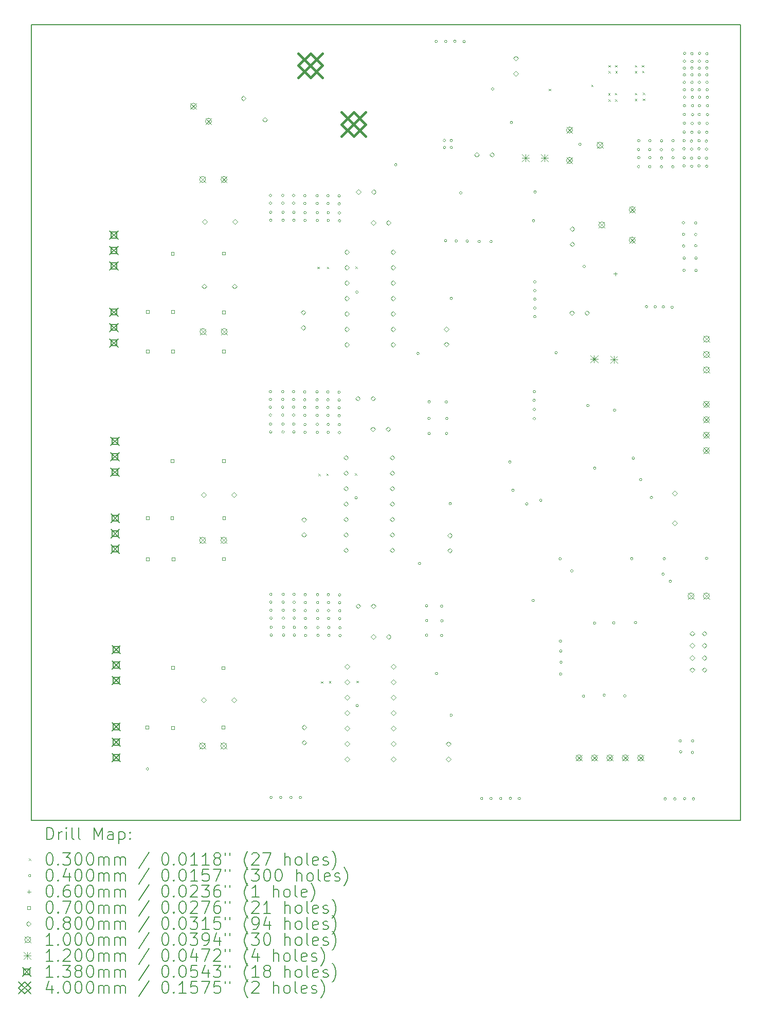
<source format=gbr>
%TF.GenerationSoftware,KiCad,Pcbnew,7.0.9*%
%TF.CreationDate,2024-01-15T08:13:40+05:30*%
%TF.ProjectId,controller_full6,636f6e74-726f-46c6-9c65-725f66756c6c,rev?*%
%TF.SameCoordinates,Original*%
%TF.FileFunction,Drillmap*%
%TF.FilePolarity,Positive*%
%FSLAX45Y45*%
G04 Gerber Fmt 4.5, Leading zero omitted, Abs format (unit mm)*
G04 Created by KiCad (PCBNEW 7.0.9) date 2024-01-15 08:13:40*
%MOMM*%
%LPD*%
G01*
G04 APERTURE LIST*
%ADD10C,0.150000*%
%ADD11C,0.200000*%
%ADD12C,0.100000*%
%ADD13C,0.120000*%
%ADD14C,0.138000*%
%ADD15C,0.400000*%
G04 APERTURE END LIST*
D10*
X12835000Y-4962500D02*
X24515000Y-4962500D01*
X24515000Y-18060500D01*
X12835000Y-18060500D01*
X12835000Y-4962500D01*
D11*
D12*
X17544000Y-8950000D02*
X17574000Y-8980000D01*
X17574000Y-8950000D02*
X17544000Y-8980000D01*
X17562000Y-12357000D02*
X17592000Y-12387000D01*
X17592000Y-12357000D02*
X17562000Y-12387000D01*
X17606000Y-15773000D02*
X17636000Y-15803000D01*
X17636000Y-15773000D02*
X17606000Y-15803000D01*
X17695000Y-12355000D02*
X17725000Y-12385000D01*
X17725000Y-12355000D02*
X17695000Y-12385000D01*
X17701000Y-8950000D02*
X17731000Y-8980000D01*
X17731000Y-8950000D02*
X17701000Y-8980000D01*
X17736000Y-15770000D02*
X17766000Y-15800000D01*
X17766000Y-15770000D02*
X17736000Y-15800000D01*
X18164000Y-12351000D02*
X18194000Y-12381000D01*
X18194000Y-12351000D02*
X18164000Y-12381000D01*
X18174000Y-8945000D02*
X18204000Y-8975000D01*
X18204000Y-8945000D02*
X18174000Y-8975000D01*
X18190000Y-15768000D02*
X18220000Y-15798000D01*
X18220000Y-15768000D02*
X18190000Y-15798000D01*
X21357000Y-6022000D02*
X21387000Y-6052000D01*
X21387000Y-6022000D02*
X21357000Y-6052000D01*
X22053000Y-5952000D02*
X22083000Y-5982000D01*
X22083000Y-5952000D02*
X22053000Y-5982000D01*
X22335000Y-6094000D02*
X22365000Y-6124000D01*
X22365000Y-6094000D02*
X22335000Y-6124000D01*
X22337000Y-5631000D02*
X22367000Y-5661000D01*
X22367000Y-5631000D02*
X22337000Y-5661000D01*
X22338000Y-6194000D02*
X22368000Y-6224000D01*
X22368000Y-6194000D02*
X22338000Y-6224000D01*
X22340000Y-5727000D02*
X22370000Y-5757000D01*
X22370000Y-5727000D02*
X22340000Y-5757000D01*
X22442000Y-6090000D02*
X22472000Y-6120000D01*
X22472000Y-6090000D02*
X22442000Y-6120000D01*
X22447000Y-6193000D02*
X22477000Y-6223000D01*
X22477000Y-6193000D02*
X22447000Y-6223000D01*
X22448000Y-5632000D02*
X22478000Y-5662000D01*
X22478000Y-5632000D02*
X22448000Y-5662000D01*
X22451000Y-5731000D02*
X22481000Y-5761000D01*
X22481000Y-5731000D02*
X22451000Y-5761000D01*
X22774000Y-6186000D02*
X22804000Y-6216000D01*
X22804000Y-6186000D02*
X22774000Y-6216000D01*
X22775000Y-5631000D02*
X22805000Y-5661000D01*
X22805000Y-5631000D02*
X22775000Y-5661000D01*
X22775000Y-5728000D02*
X22805000Y-5758000D01*
X22805000Y-5728000D02*
X22775000Y-5758000D01*
X22775000Y-6087000D02*
X22805000Y-6117000D01*
X22805000Y-6087000D02*
X22775000Y-6117000D01*
X22890000Y-5631000D02*
X22920000Y-5661000D01*
X22920000Y-5631000D02*
X22890000Y-5661000D01*
X22892000Y-5725000D02*
X22922000Y-5755000D01*
X22922000Y-5725000D02*
X22892000Y-5755000D01*
X22903000Y-6183000D02*
X22933000Y-6213000D01*
X22933000Y-6183000D02*
X22903000Y-6213000D01*
X22905000Y-6084000D02*
X22935000Y-6114000D01*
X22935000Y-6084000D02*
X22905000Y-6114000D01*
X14768000Y-17217000D02*
G75*
G03*
X14768000Y-17217000I-20000J0D01*
G01*
X16791000Y-11006000D02*
G75*
G03*
X16791000Y-11006000I-20000J0D01*
G01*
X16791000Y-11262000D02*
G75*
G03*
X16791000Y-11262000I-20000J0D01*
G01*
X16792000Y-7775000D02*
G75*
G03*
X16792000Y-7775000I-20000J0D01*
G01*
X16792000Y-11135000D02*
G75*
G03*
X16792000Y-11135000I-20000J0D01*
G01*
X16792000Y-11391000D02*
G75*
G03*
X16792000Y-11391000I-20000J0D01*
G01*
X16793000Y-7904000D02*
G75*
G03*
X16793000Y-7904000I-20000J0D01*
G01*
X16795000Y-11541000D02*
G75*
G03*
X16795000Y-11541000I-20000J0D01*
G01*
X16796000Y-8054000D02*
G75*
G03*
X16796000Y-8054000I-20000J0D01*
G01*
X16796000Y-11670000D02*
G75*
G03*
X16796000Y-11670000I-20000J0D01*
G01*
X16797000Y-8183000D02*
G75*
G03*
X16797000Y-8183000I-20000J0D01*
G01*
X16799000Y-14343000D02*
G75*
G03*
X16799000Y-14343000I-20000J0D01*
G01*
X16800000Y-14472000D02*
G75*
G03*
X16800000Y-14472000I-20000J0D01*
G01*
X16801000Y-14605000D02*
G75*
G03*
X16801000Y-14605000I-20000J0D01*
G01*
X16802000Y-14734000D02*
G75*
G03*
X16802000Y-14734000I-20000J0D01*
G01*
X16802000Y-17685000D02*
G75*
G03*
X16802000Y-17685000I-20000J0D01*
G01*
X16805000Y-14884000D02*
G75*
G03*
X16805000Y-14884000I-20000J0D01*
G01*
X16806000Y-15013000D02*
G75*
G03*
X16806000Y-15013000I-20000J0D01*
G01*
X16962000Y-17685000D02*
G75*
G03*
X16962000Y-17685000I-20000J0D01*
G01*
X16994000Y-11006000D02*
G75*
G03*
X16994000Y-11006000I-20000J0D01*
G01*
X16994000Y-11262000D02*
G75*
G03*
X16994000Y-11262000I-20000J0D01*
G01*
X16995000Y-7775000D02*
G75*
G03*
X16995000Y-7775000I-20000J0D01*
G01*
X16995000Y-11135000D02*
G75*
G03*
X16995000Y-11135000I-20000J0D01*
G01*
X16995000Y-11391000D02*
G75*
G03*
X16995000Y-11391000I-20000J0D01*
G01*
X16996000Y-7904000D02*
G75*
G03*
X16996000Y-7904000I-20000J0D01*
G01*
X16998000Y-11541000D02*
G75*
G03*
X16998000Y-11541000I-20000J0D01*
G01*
X16999000Y-8054000D02*
G75*
G03*
X16999000Y-8054000I-20000J0D01*
G01*
X16999000Y-11670000D02*
G75*
G03*
X16999000Y-11670000I-20000J0D01*
G01*
X17000000Y-8183000D02*
G75*
G03*
X17000000Y-8183000I-20000J0D01*
G01*
X17002000Y-14343000D02*
G75*
G03*
X17002000Y-14343000I-20000J0D01*
G01*
X17003000Y-14472000D02*
G75*
G03*
X17003000Y-14472000I-20000J0D01*
G01*
X17004000Y-14605000D02*
G75*
G03*
X17004000Y-14605000I-20000J0D01*
G01*
X17005000Y-14734000D02*
G75*
G03*
X17005000Y-14734000I-20000J0D01*
G01*
X17008000Y-14884000D02*
G75*
G03*
X17008000Y-14884000I-20000J0D01*
G01*
X17009000Y-15013000D02*
G75*
G03*
X17009000Y-15013000I-20000J0D01*
G01*
X17131000Y-17685000D02*
G75*
G03*
X17131000Y-17685000I-20000J0D01*
G01*
X17173000Y-11006000D02*
G75*
G03*
X17173000Y-11006000I-20000J0D01*
G01*
X17173000Y-11262000D02*
G75*
G03*
X17173000Y-11262000I-20000J0D01*
G01*
X17174000Y-7775000D02*
G75*
G03*
X17174000Y-7775000I-20000J0D01*
G01*
X17174000Y-11135000D02*
G75*
G03*
X17174000Y-11135000I-20000J0D01*
G01*
X17174000Y-11391000D02*
G75*
G03*
X17174000Y-11391000I-20000J0D01*
G01*
X17175000Y-7904000D02*
G75*
G03*
X17175000Y-7904000I-20000J0D01*
G01*
X17177000Y-11541000D02*
G75*
G03*
X17177000Y-11541000I-20000J0D01*
G01*
X17178000Y-8054000D02*
G75*
G03*
X17178000Y-8054000I-20000J0D01*
G01*
X17178000Y-11670000D02*
G75*
G03*
X17178000Y-11670000I-20000J0D01*
G01*
X17179000Y-8183000D02*
G75*
G03*
X17179000Y-8183000I-20000J0D01*
G01*
X17181000Y-14343000D02*
G75*
G03*
X17181000Y-14343000I-20000J0D01*
G01*
X17182000Y-14472000D02*
G75*
G03*
X17182000Y-14472000I-20000J0D01*
G01*
X17183000Y-14605000D02*
G75*
G03*
X17183000Y-14605000I-20000J0D01*
G01*
X17184000Y-14734000D02*
G75*
G03*
X17184000Y-14734000I-20000J0D01*
G01*
X17187000Y-14884000D02*
G75*
G03*
X17187000Y-14884000I-20000J0D01*
G01*
X17188000Y-15013000D02*
G75*
G03*
X17188000Y-15013000I-20000J0D01*
G01*
X17286000Y-17685000D02*
G75*
G03*
X17286000Y-17685000I-20000J0D01*
G01*
X17357000Y-11010000D02*
G75*
G03*
X17357000Y-11010000I-20000J0D01*
G01*
X17357000Y-11266000D02*
G75*
G03*
X17357000Y-11266000I-20000J0D01*
G01*
X17358000Y-7779000D02*
G75*
G03*
X17358000Y-7779000I-20000J0D01*
G01*
X17358000Y-11139000D02*
G75*
G03*
X17358000Y-11139000I-20000J0D01*
G01*
X17358000Y-11395000D02*
G75*
G03*
X17358000Y-11395000I-20000J0D01*
G01*
X17359000Y-7908000D02*
G75*
G03*
X17359000Y-7908000I-20000J0D01*
G01*
X17361000Y-11546000D02*
G75*
G03*
X17361000Y-11546000I-20000J0D01*
G01*
X17362000Y-8059000D02*
G75*
G03*
X17362000Y-8059000I-20000J0D01*
G01*
X17362000Y-11675000D02*
G75*
G03*
X17362000Y-11675000I-20000J0D01*
G01*
X17363000Y-8188000D02*
G75*
G03*
X17363000Y-8188000I-20000J0D01*
G01*
X17365000Y-14347000D02*
G75*
G03*
X17365000Y-14347000I-20000J0D01*
G01*
X17366000Y-14476000D02*
G75*
G03*
X17366000Y-14476000I-20000J0D01*
G01*
X17367000Y-14609000D02*
G75*
G03*
X17367000Y-14609000I-20000J0D01*
G01*
X17368000Y-14738000D02*
G75*
G03*
X17368000Y-14738000I-20000J0D01*
G01*
X17371000Y-14889000D02*
G75*
G03*
X17371000Y-14889000I-20000J0D01*
G01*
X17372000Y-15018000D02*
G75*
G03*
X17372000Y-15018000I-20000J0D01*
G01*
X17560000Y-11010000D02*
G75*
G03*
X17560000Y-11010000I-20000J0D01*
G01*
X17560000Y-11266000D02*
G75*
G03*
X17560000Y-11266000I-20000J0D01*
G01*
X17561000Y-7779000D02*
G75*
G03*
X17561000Y-7779000I-20000J0D01*
G01*
X17561000Y-11139000D02*
G75*
G03*
X17561000Y-11139000I-20000J0D01*
G01*
X17561000Y-11395000D02*
G75*
G03*
X17561000Y-11395000I-20000J0D01*
G01*
X17562000Y-7908000D02*
G75*
G03*
X17562000Y-7908000I-20000J0D01*
G01*
X17564000Y-11545000D02*
G75*
G03*
X17564000Y-11545000I-20000J0D01*
G01*
X17565000Y-8058000D02*
G75*
G03*
X17565000Y-8058000I-20000J0D01*
G01*
X17565000Y-11674000D02*
G75*
G03*
X17565000Y-11674000I-20000J0D01*
G01*
X17566000Y-8187000D02*
G75*
G03*
X17566000Y-8187000I-20000J0D01*
G01*
X17568000Y-14347000D02*
G75*
G03*
X17568000Y-14347000I-20000J0D01*
G01*
X17569000Y-14476000D02*
G75*
G03*
X17569000Y-14476000I-20000J0D01*
G01*
X17570000Y-14609000D02*
G75*
G03*
X17570000Y-14609000I-20000J0D01*
G01*
X17571000Y-14738000D02*
G75*
G03*
X17571000Y-14738000I-20000J0D01*
G01*
X17574000Y-14888000D02*
G75*
G03*
X17574000Y-14888000I-20000J0D01*
G01*
X17575000Y-15017000D02*
G75*
G03*
X17575000Y-15017000I-20000J0D01*
G01*
X17739000Y-11010000D02*
G75*
G03*
X17739000Y-11010000I-20000J0D01*
G01*
X17739000Y-11266000D02*
G75*
G03*
X17739000Y-11266000I-20000J0D01*
G01*
X17740000Y-7779000D02*
G75*
G03*
X17740000Y-7779000I-20000J0D01*
G01*
X17740000Y-11139000D02*
G75*
G03*
X17740000Y-11139000I-20000J0D01*
G01*
X17740000Y-11395000D02*
G75*
G03*
X17740000Y-11395000I-20000J0D01*
G01*
X17741000Y-7908000D02*
G75*
G03*
X17741000Y-7908000I-20000J0D01*
G01*
X17743000Y-11545000D02*
G75*
G03*
X17743000Y-11545000I-20000J0D01*
G01*
X17744000Y-8058000D02*
G75*
G03*
X17744000Y-8058000I-20000J0D01*
G01*
X17744000Y-11674000D02*
G75*
G03*
X17744000Y-11674000I-20000J0D01*
G01*
X17745000Y-8187000D02*
G75*
G03*
X17745000Y-8187000I-20000J0D01*
G01*
X17747000Y-14347000D02*
G75*
G03*
X17747000Y-14347000I-20000J0D01*
G01*
X17748000Y-14476000D02*
G75*
G03*
X17748000Y-14476000I-20000J0D01*
G01*
X17749000Y-14609000D02*
G75*
G03*
X17749000Y-14609000I-20000J0D01*
G01*
X17750000Y-14738000D02*
G75*
G03*
X17750000Y-14738000I-20000J0D01*
G01*
X17753000Y-14888000D02*
G75*
G03*
X17753000Y-14888000I-20000J0D01*
G01*
X17754000Y-15017000D02*
G75*
G03*
X17754000Y-15017000I-20000J0D01*
G01*
X17923000Y-11015000D02*
G75*
G03*
X17923000Y-11015000I-20000J0D01*
G01*
X17923000Y-11271000D02*
G75*
G03*
X17923000Y-11271000I-20000J0D01*
G01*
X17924000Y-7784000D02*
G75*
G03*
X17924000Y-7784000I-20000J0D01*
G01*
X17924000Y-11144000D02*
G75*
G03*
X17924000Y-11144000I-20000J0D01*
G01*
X17924000Y-11400000D02*
G75*
G03*
X17924000Y-11400000I-20000J0D01*
G01*
X17925000Y-7913000D02*
G75*
G03*
X17925000Y-7913000I-20000J0D01*
G01*
X17927000Y-11550000D02*
G75*
G03*
X17927000Y-11550000I-20000J0D01*
G01*
X17928000Y-8063000D02*
G75*
G03*
X17928000Y-8063000I-20000J0D01*
G01*
X17928000Y-11679000D02*
G75*
G03*
X17928000Y-11679000I-20000J0D01*
G01*
X17929000Y-8192000D02*
G75*
G03*
X17929000Y-8192000I-20000J0D01*
G01*
X17931000Y-14352000D02*
G75*
G03*
X17931000Y-14352000I-20000J0D01*
G01*
X17932000Y-14481000D02*
G75*
G03*
X17932000Y-14481000I-20000J0D01*
G01*
X17933000Y-14614000D02*
G75*
G03*
X17933000Y-14614000I-20000J0D01*
G01*
X17934000Y-14743000D02*
G75*
G03*
X17934000Y-14743000I-20000J0D01*
G01*
X17937000Y-14893000D02*
G75*
G03*
X17937000Y-14893000I-20000J0D01*
G01*
X17938000Y-15022000D02*
G75*
G03*
X17938000Y-15022000I-20000J0D01*
G01*
X18203000Y-12752000D02*
G75*
G03*
X18203000Y-12752000I-20000J0D01*
G01*
X18217000Y-9367000D02*
G75*
G03*
X18217000Y-9367000I-20000J0D01*
G01*
X18220000Y-16174000D02*
G75*
G03*
X18220000Y-16174000I-20000J0D01*
G01*
X18857000Y-7269000D02*
G75*
G03*
X18857000Y-7269000I-20000J0D01*
G01*
X19222000Y-10377000D02*
G75*
G03*
X19222000Y-10377000I-20000J0D01*
G01*
X19247000Y-13832000D02*
G75*
G03*
X19247000Y-13832000I-20000J0D01*
G01*
X19364000Y-14531000D02*
G75*
G03*
X19364000Y-14531000I-20000J0D01*
G01*
X19364000Y-14774000D02*
G75*
G03*
X19364000Y-14774000I-20000J0D01*
G01*
X19364000Y-15015000D02*
G75*
G03*
X19364000Y-15015000I-20000J0D01*
G01*
X19403000Y-11448000D02*
G75*
G03*
X19403000Y-11448000I-20000J0D01*
G01*
X19404000Y-11172000D02*
G75*
G03*
X19404000Y-11172000I-20000J0D01*
G01*
X19404000Y-11695000D02*
G75*
G03*
X19404000Y-11695000I-20000J0D01*
G01*
X19522000Y-5239000D02*
G75*
G03*
X19522000Y-5239000I-20000J0D01*
G01*
X19526000Y-15647000D02*
G75*
G03*
X19526000Y-15647000I-20000J0D01*
G01*
X19611000Y-14536000D02*
G75*
G03*
X19611000Y-14536000I-20000J0D01*
G01*
X19611000Y-15020000D02*
G75*
G03*
X19611000Y-15020000I-20000J0D01*
G01*
X19616000Y-14778000D02*
G75*
G03*
X19616000Y-14778000I-20000J0D01*
G01*
X19656000Y-6871000D02*
G75*
G03*
X19656000Y-6871000I-20000J0D01*
G01*
X19658000Y-6986000D02*
G75*
G03*
X19658000Y-6986000I-20000J0D01*
G01*
X19677000Y-8520000D02*
G75*
G03*
X19677000Y-8520000I-20000J0D01*
G01*
X19679000Y-5239000D02*
G75*
G03*
X19679000Y-5239000I-20000J0D01*
G01*
X19688000Y-11175000D02*
G75*
G03*
X19688000Y-11175000I-20000J0D01*
G01*
X19691000Y-11695000D02*
G75*
G03*
X19691000Y-11695000I-20000J0D01*
G01*
X19697000Y-11448000D02*
G75*
G03*
X19697000Y-11448000I-20000J0D01*
G01*
X19751000Y-12848000D02*
G75*
G03*
X19751000Y-12848000I-20000J0D01*
G01*
X19768000Y-16332000D02*
G75*
G03*
X19768000Y-16332000I-20000J0D01*
G01*
X19769000Y-6871000D02*
G75*
G03*
X19769000Y-6871000I-20000J0D01*
G01*
X19770000Y-9471000D02*
G75*
G03*
X19770000Y-9471000I-20000J0D01*
G01*
X19771000Y-6986000D02*
G75*
G03*
X19771000Y-6986000I-20000J0D01*
G01*
X19830000Y-5237000D02*
G75*
G03*
X19830000Y-5237000I-20000J0D01*
G01*
X19851000Y-8527000D02*
G75*
G03*
X19851000Y-8527000I-20000J0D01*
G01*
X19926000Y-7733000D02*
G75*
G03*
X19926000Y-7733000I-20000J0D01*
G01*
X19982000Y-5244000D02*
G75*
G03*
X19982000Y-5244000I-20000J0D01*
G01*
X20033000Y-8527000D02*
G75*
G03*
X20033000Y-8527000I-20000J0D01*
G01*
X20229000Y-8534000D02*
G75*
G03*
X20229000Y-8534000I-20000J0D01*
G01*
X20270000Y-17704000D02*
G75*
G03*
X20270000Y-17704000I-20000J0D01*
G01*
X20425000Y-8534000D02*
G75*
G03*
X20425000Y-8534000I-20000J0D01*
G01*
X20425000Y-17703000D02*
G75*
G03*
X20425000Y-17703000I-20000J0D01*
G01*
X20451000Y-6024000D02*
G75*
G03*
X20451000Y-6024000I-20000J0D01*
G01*
X20583000Y-17703000D02*
G75*
G03*
X20583000Y-17703000I-20000J0D01*
G01*
X20735000Y-12162500D02*
G75*
G03*
X20735000Y-12162500I-20000J0D01*
G01*
X20744000Y-17700000D02*
G75*
G03*
X20744000Y-17700000I-20000J0D01*
G01*
X20759000Y-6574000D02*
G75*
G03*
X20759000Y-6574000I-20000J0D01*
G01*
X20784000Y-12628000D02*
G75*
G03*
X20784000Y-12628000I-20000J0D01*
G01*
X20890000Y-17703000D02*
G75*
G03*
X20890000Y-17703000I-20000J0D01*
G01*
X21011500Y-12854500D02*
G75*
G03*
X21011500Y-12854500I-20000J0D01*
G01*
X21118000Y-14443000D02*
G75*
G03*
X21118000Y-14443000I-20000J0D01*
G01*
X21124000Y-8193000D02*
G75*
G03*
X21124000Y-8193000I-20000J0D01*
G01*
X21134000Y-11147000D02*
G75*
G03*
X21134000Y-11147000I-20000J0D01*
G01*
X21137000Y-11297000D02*
G75*
G03*
X21137000Y-11297000I-20000J0D01*
G01*
X21137000Y-11449000D02*
G75*
G03*
X21137000Y-11449000I-20000J0D01*
G01*
X21138000Y-11005000D02*
G75*
G03*
X21138000Y-11005000I-20000J0D01*
G01*
X21145000Y-9343000D02*
G75*
G03*
X21145000Y-9343000I-20000J0D01*
G01*
X21145000Y-9631000D02*
G75*
G03*
X21145000Y-9631000I-20000J0D01*
G01*
X21145000Y-9772000D02*
G75*
G03*
X21145000Y-9772000I-20000J0D01*
G01*
X21146000Y-9198000D02*
G75*
G03*
X21146000Y-9198000I-20000J0D01*
G01*
X21146000Y-9484000D02*
G75*
G03*
X21146000Y-9484000I-20000J0D01*
G01*
X21149000Y-7717000D02*
G75*
G03*
X21149000Y-7717000I-20000J0D01*
G01*
X21244505Y-12794499D02*
G75*
G03*
X21244505Y-12794499I-20000J0D01*
G01*
X21495000Y-10365000D02*
G75*
G03*
X21495000Y-10365000I-20000J0D01*
G01*
X21562000Y-13756934D02*
G75*
G03*
X21562000Y-13756934I-20000J0D01*
G01*
X21567000Y-15113000D02*
G75*
G03*
X21567000Y-15113000I-20000J0D01*
G01*
X21572000Y-15653000D02*
G75*
G03*
X21572000Y-15653000I-20000J0D01*
G01*
X21573000Y-15276000D02*
G75*
G03*
X21573000Y-15276000I-20000J0D01*
G01*
X21577000Y-15459000D02*
G75*
G03*
X21577000Y-15459000I-20000J0D01*
G01*
X21754000Y-13956000D02*
G75*
G03*
X21754000Y-13956000I-20000J0D01*
G01*
X21888000Y-6933000D02*
G75*
G03*
X21888000Y-6933000I-20000J0D01*
G01*
X21946000Y-16018000D02*
G75*
G03*
X21946000Y-16018000I-20000J0D01*
G01*
X21958000Y-8944000D02*
G75*
G03*
X21958000Y-8944000I-20000J0D01*
G01*
X22020000Y-11235000D02*
G75*
G03*
X22020000Y-11235000I-20000J0D01*
G01*
X22131000Y-12264000D02*
G75*
G03*
X22131000Y-12264000I-20000J0D01*
G01*
X22131000Y-14815000D02*
G75*
G03*
X22131000Y-14815000I-20000J0D01*
G01*
X22288500Y-16001500D02*
G75*
G03*
X22288500Y-16001500I-20000J0D01*
G01*
X22446000Y-14812000D02*
G75*
G03*
X22446000Y-14812000I-20000J0D01*
G01*
X22459000Y-11311000D02*
G75*
G03*
X22459000Y-11311000I-20000J0D01*
G01*
X22626000Y-16013000D02*
G75*
G03*
X22626000Y-16013000I-20000J0D01*
G01*
X22741000Y-13756000D02*
G75*
G03*
X22741000Y-13756000I-20000J0D01*
G01*
X22766000Y-12101000D02*
G75*
G03*
X22766000Y-12101000I-20000J0D01*
G01*
X22803000Y-14807000D02*
G75*
G03*
X22803000Y-14807000I-20000J0D01*
G01*
X22853000Y-7021000D02*
G75*
G03*
X22853000Y-7021000I-20000J0D01*
G01*
X22854000Y-7302000D02*
G75*
G03*
X22854000Y-7302000I-20000J0D01*
G01*
X22857000Y-6873000D02*
G75*
G03*
X22857000Y-6873000I-20000J0D01*
G01*
X22858000Y-7154000D02*
G75*
G03*
X22858000Y-7154000I-20000J0D01*
G01*
X22887500Y-12455000D02*
G75*
G03*
X22887500Y-12455000I-20000J0D01*
G01*
X22984000Y-9606000D02*
G75*
G03*
X22984000Y-9606000I-20000J0D01*
G01*
X23038000Y-7021000D02*
G75*
G03*
X23038000Y-7021000I-20000J0D01*
G01*
X23039000Y-7302000D02*
G75*
G03*
X23039000Y-7302000I-20000J0D01*
G01*
X23040000Y-6873000D02*
G75*
G03*
X23040000Y-6873000I-20000J0D01*
G01*
X23041000Y-7154000D02*
G75*
G03*
X23041000Y-7154000I-20000J0D01*
G01*
X23065000Y-12748000D02*
G75*
G03*
X23065000Y-12748000I-20000J0D01*
G01*
X23128000Y-9609000D02*
G75*
G03*
X23128000Y-9609000I-20000J0D01*
G01*
X23229000Y-7023000D02*
G75*
G03*
X23229000Y-7023000I-20000J0D01*
G01*
X23230000Y-7304000D02*
G75*
G03*
X23230000Y-7304000I-20000J0D01*
G01*
X23231000Y-6877000D02*
G75*
G03*
X23231000Y-6877000I-20000J0D01*
G01*
X23232000Y-7158000D02*
G75*
G03*
X23232000Y-7158000I-20000J0D01*
G01*
X23257000Y-14010000D02*
G75*
G03*
X23257000Y-14010000I-20000J0D01*
G01*
X23262000Y-9611000D02*
G75*
G03*
X23262000Y-9611000I-20000J0D01*
G01*
X23278000Y-13755000D02*
G75*
G03*
X23278000Y-13755000I-20000J0D01*
G01*
X23292000Y-17709000D02*
G75*
G03*
X23292000Y-17709000I-20000J0D01*
G01*
X23376000Y-14128000D02*
G75*
G03*
X23376000Y-14128000I-20000J0D01*
G01*
X23406000Y-9615000D02*
G75*
G03*
X23406000Y-9615000I-20000J0D01*
G01*
X23416000Y-7023000D02*
G75*
G03*
X23416000Y-7023000I-20000J0D01*
G01*
X23417000Y-7304000D02*
G75*
G03*
X23417000Y-7304000I-20000J0D01*
G01*
X23421000Y-6875000D02*
G75*
G03*
X23421000Y-6875000I-20000J0D01*
G01*
X23422000Y-7156000D02*
G75*
G03*
X23422000Y-7156000I-20000J0D01*
G01*
X23450000Y-17709000D02*
G75*
G03*
X23450000Y-17709000I-20000J0D01*
G01*
X23538000Y-16756000D02*
G75*
G03*
X23538000Y-16756000I-20000J0D01*
G01*
X23548000Y-16935000D02*
G75*
G03*
X23548000Y-16935000I-20000J0D01*
G01*
X23591000Y-8225000D02*
G75*
G03*
X23591000Y-8225000I-20000J0D01*
G01*
X23595000Y-8414000D02*
G75*
G03*
X23595000Y-8414000I-20000J0D01*
G01*
X23595000Y-8608000D02*
G75*
G03*
X23595000Y-8608000I-20000J0D01*
G01*
X23601000Y-7007000D02*
G75*
G03*
X23601000Y-7007000I-20000J0D01*
G01*
X23602000Y-7288000D02*
G75*
G03*
X23602000Y-7288000I-20000J0D01*
G01*
X23602000Y-9006000D02*
G75*
G03*
X23602000Y-9006000I-20000J0D01*
G01*
X23604000Y-6733000D02*
G75*
G03*
X23604000Y-6733000I-20000J0D01*
G01*
X23604000Y-6875000D02*
G75*
G03*
X23604000Y-6875000I-20000J0D01*
G01*
X23605000Y-7156000D02*
G75*
G03*
X23605000Y-7156000I-20000J0D01*
G01*
X23606000Y-6441000D02*
G75*
G03*
X23606000Y-6441000I-20000J0D01*
G01*
X23606000Y-8807000D02*
G75*
G03*
X23606000Y-8807000I-20000J0D01*
G01*
X23607000Y-5914000D02*
G75*
G03*
X23607000Y-5914000I-20000J0D01*
G01*
X23608000Y-5566000D02*
G75*
G03*
X23608000Y-5566000I-20000J0D01*
G01*
X23608000Y-5681000D02*
G75*
G03*
X23608000Y-5681000I-20000J0D01*
G01*
X23608000Y-6037000D02*
G75*
G03*
X23608000Y-6037000I-20000J0D01*
G01*
X23608000Y-6585000D02*
G75*
G03*
X23608000Y-6585000I-20000J0D01*
G01*
X23609000Y-5792000D02*
G75*
G03*
X23609000Y-5792000I-20000J0D01*
G01*
X23610000Y-6300000D02*
G75*
G03*
X23610000Y-6300000I-20000J0D01*
G01*
X23611000Y-5438000D02*
G75*
G03*
X23611000Y-5438000I-20000J0D01*
G01*
X23611000Y-6159000D02*
G75*
G03*
X23611000Y-6159000I-20000J0D01*
G01*
X23611000Y-17706000D02*
G75*
G03*
X23611000Y-17706000I-20000J0D01*
G01*
X23725000Y-6880000D02*
G75*
G03*
X23725000Y-6880000I-20000J0D01*
G01*
X23726000Y-7161000D02*
G75*
G03*
X23726000Y-7161000I-20000J0D01*
G01*
X23727000Y-7014000D02*
G75*
G03*
X23727000Y-7014000I-20000J0D01*
G01*
X23728000Y-7295000D02*
G75*
G03*
X23728000Y-7295000I-20000J0D01*
G01*
X23731000Y-6736000D02*
G75*
G03*
X23731000Y-6736000I-20000J0D01*
G01*
X23732000Y-5443000D02*
G75*
G03*
X23732000Y-5443000I-20000J0D01*
G01*
X23732000Y-5678000D02*
G75*
G03*
X23732000Y-5678000I-20000J0D01*
G01*
X23732000Y-5791000D02*
G75*
G03*
X23732000Y-5791000I-20000J0D01*
G01*
X23734000Y-5569000D02*
G75*
G03*
X23734000Y-5569000I-20000J0D01*
G01*
X23734000Y-5914000D02*
G75*
G03*
X23734000Y-5914000I-20000J0D01*
G01*
X23737000Y-6034000D02*
G75*
G03*
X23737000Y-6034000I-20000J0D01*
G01*
X23737000Y-6590000D02*
G75*
G03*
X23737000Y-6590000I-20000J0D01*
G01*
X23741000Y-6160000D02*
G75*
G03*
X23741000Y-6160000I-20000J0D01*
G01*
X23741000Y-6299000D02*
G75*
G03*
X23741000Y-6299000I-20000J0D01*
G01*
X23742000Y-16756000D02*
G75*
G03*
X23742000Y-16756000I-20000J0D01*
G01*
X23742000Y-16945000D02*
G75*
G03*
X23742000Y-16945000I-20000J0D01*
G01*
X23743000Y-6445000D02*
G75*
G03*
X23743000Y-6445000I-20000J0D01*
G01*
X23757000Y-17709000D02*
G75*
G03*
X23757000Y-17709000I-20000J0D01*
G01*
X23794000Y-8230000D02*
G75*
G03*
X23794000Y-8230000I-20000J0D01*
G01*
X23794000Y-8419000D02*
G75*
G03*
X23794000Y-8419000I-20000J0D01*
G01*
X23795000Y-8604000D02*
G75*
G03*
X23795000Y-8604000I-20000J0D01*
G01*
X23800000Y-8807000D02*
G75*
G03*
X23800000Y-8807000I-20000J0D01*
G01*
X23800000Y-9011000D02*
G75*
G03*
X23800000Y-9011000I-20000J0D01*
G01*
X23847000Y-7007000D02*
G75*
G03*
X23847000Y-7007000I-20000J0D01*
G01*
X23848000Y-7288000D02*
G75*
G03*
X23848000Y-7288000I-20000J0D01*
G01*
X23850000Y-6733000D02*
G75*
G03*
X23850000Y-6733000I-20000J0D01*
G01*
X23850000Y-6875000D02*
G75*
G03*
X23850000Y-6875000I-20000J0D01*
G01*
X23851000Y-7156000D02*
G75*
G03*
X23851000Y-7156000I-20000J0D01*
G01*
X23852000Y-6441000D02*
G75*
G03*
X23852000Y-6441000I-20000J0D01*
G01*
X23853000Y-5914000D02*
G75*
G03*
X23853000Y-5914000I-20000J0D01*
G01*
X23854000Y-5566000D02*
G75*
G03*
X23854000Y-5566000I-20000J0D01*
G01*
X23854000Y-5681000D02*
G75*
G03*
X23854000Y-5681000I-20000J0D01*
G01*
X23854000Y-6037000D02*
G75*
G03*
X23854000Y-6037000I-20000J0D01*
G01*
X23854000Y-6585000D02*
G75*
G03*
X23854000Y-6585000I-20000J0D01*
G01*
X23855000Y-5792000D02*
G75*
G03*
X23855000Y-5792000I-20000J0D01*
G01*
X23856000Y-6300000D02*
G75*
G03*
X23856000Y-6300000I-20000J0D01*
G01*
X23857000Y-5438000D02*
G75*
G03*
X23857000Y-5438000I-20000J0D01*
G01*
X23857000Y-6159000D02*
G75*
G03*
X23857000Y-6159000I-20000J0D01*
G01*
X23971000Y-6880000D02*
G75*
G03*
X23971000Y-6880000I-20000J0D01*
G01*
X23972000Y-7161000D02*
G75*
G03*
X23972000Y-7161000I-20000J0D01*
G01*
X23973000Y-7014000D02*
G75*
G03*
X23973000Y-7014000I-20000J0D01*
G01*
X23974000Y-7295000D02*
G75*
G03*
X23974000Y-7295000I-20000J0D01*
G01*
X23974000Y-13750000D02*
G75*
G03*
X23974000Y-13750000I-20000J0D01*
G01*
X23977000Y-6736000D02*
G75*
G03*
X23977000Y-6736000I-20000J0D01*
G01*
X23978000Y-5443000D02*
G75*
G03*
X23978000Y-5443000I-20000J0D01*
G01*
X23978000Y-5678000D02*
G75*
G03*
X23978000Y-5678000I-20000J0D01*
G01*
X23978000Y-5791000D02*
G75*
G03*
X23978000Y-5791000I-20000J0D01*
G01*
X23980000Y-5569000D02*
G75*
G03*
X23980000Y-5569000I-20000J0D01*
G01*
X23980000Y-5914000D02*
G75*
G03*
X23980000Y-5914000I-20000J0D01*
G01*
X23983000Y-6034000D02*
G75*
G03*
X23983000Y-6034000I-20000J0D01*
G01*
X23983000Y-6590000D02*
G75*
G03*
X23983000Y-6590000I-20000J0D01*
G01*
X23987000Y-6160000D02*
G75*
G03*
X23987000Y-6160000I-20000J0D01*
G01*
X23987000Y-6299000D02*
G75*
G03*
X23987000Y-6299000I-20000J0D01*
G01*
X23989000Y-6445000D02*
G75*
G03*
X23989000Y-6445000I-20000J0D01*
G01*
X22451750Y-9036750D02*
X22451750Y-9096750D01*
X22421750Y-9066750D02*
X22481750Y-9066750D01*
X14766749Y-16556471D02*
X14766749Y-16506973D01*
X14717251Y-16506973D01*
X14717251Y-16556471D01*
X14766749Y-16556471D01*
X14772749Y-9710749D02*
X14772749Y-9661251D01*
X14723251Y-9661251D01*
X14723251Y-9710749D01*
X14772749Y-9710749D01*
X14772749Y-13105749D02*
X14772749Y-13056251D01*
X14723251Y-13056251D01*
X14723251Y-13105749D01*
X14772749Y-13105749D01*
X14773749Y-13789749D02*
X14773749Y-13740251D01*
X14724251Y-13740251D01*
X14724251Y-13789749D01*
X14773749Y-13789749D01*
X14775749Y-10368749D02*
X14775749Y-10319251D01*
X14726251Y-10319251D01*
X14726251Y-10368749D01*
X14775749Y-10368749D01*
X15176749Y-13109749D02*
X15176749Y-13060251D01*
X15127251Y-13060251D01*
X15127251Y-13109749D01*
X15176749Y-13109749D01*
X15183749Y-12167499D02*
X15183749Y-12118001D01*
X15134251Y-12118001D01*
X15134251Y-12167499D01*
X15183749Y-12167499D01*
X15185749Y-8755749D02*
X15185749Y-8706251D01*
X15136251Y-8706251D01*
X15136251Y-8755749D01*
X15185749Y-8755749D01*
X15186749Y-9710749D02*
X15186749Y-9661251D01*
X15137251Y-9661251D01*
X15137251Y-9710749D01*
X15186749Y-9710749D01*
X15186749Y-16565749D02*
X15186749Y-16516251D01*
X15137251Y-16516251D01*
X15137251Y-16565749D01*
X15186749Y-16565749D01*
X15189749Y-10367749D02*
X15189749Y-10318251D01*
X15140251Y-10318251D01*
X15140251Y-10367749D01*
X15189749Y-10367749D01*
X15191749Y-15573749D02*
X15191749Y-15524251D01*
X15142251Y-15524251D01*
X15142251Y-15573749D01*
X15191749Y-15573749D01*
X15194749Y-13787749D02*
X15194749Y-13738251D01*
X15145251Y-13738251D01*
X15145251Y-13787749D01*
X15194749Y-13787749D01*
X16015749Y-16554749D02*
X16015749Y-16505251D01*
X15966251Y-16505251D01*
X15966251Y-16554749D01*
X16015749Y-16554749D01*
X16018749Y-15576749D02*
X16018749Y-15527251D01*
X15969251Y-15527251D01*
X15969251Y-15576749D01*
X16018749Y-15576749D01*
X16026749Y-8752749D02*
X16026749Y-8703251D01*
X15977251Y-8703251D01*
X15977251Y-8752749D01*
X16026749Y-8752749D01*
X16026749Y-9721749D02*
X16026749Y-9672251D01*
X15977251Y-9672251D01*
X15977251Y-9721749D01*
X16026749Y-9721749D01*
X16026749Y-10367749D02*
X16026749Y-10318251D01*
X15977251Y-10318251D01*
X15977251Y-10367749D01*
X16026749Y-10367749D01*
X16027749Y-13782749D02*
X16027749Y-13733251D01*
X15978251Y-13733251D01*
X15978251Y-13782749D01*
X16027749Y-13782749D01*
X16029749Y-12165949D02*
X16029749Y-12116451D01*
X15980251Y-12116451D01*
X15980251Y-12165949D01*
X16029749Y-12165949D01*
X16031749Y-13109749D02*
X16031749Y-13060251D01*
X15982251Y-13060251D01*
X15982251Y-13109749D01*
X16031749Y-13109749D01*
X15671000Y-16123000D02*
X15711000Y-16083000D01*
X15671000Y-16043000D01*
X15631000Y-16083000D01*
X15671000Y-16123000D01*
X15672000Y-12745000D02*
X15712000Y-12705000D01*
X15672000Y-12665000D01*
X15632000Y-12705000D01*
X15672000Y-12745000D01*
X15681000Y-9312000D02*
X15721000Y-9272000D01*
X15681000Y-9232000D01*
X15641000Y-9272000D01*
X15681000Y-9312000D01*
X15690000Y-8247000D02*
X15730000Y-8207000D01*
X15690000Y-8167000D01*
X15650000Y-8207000D01*
X15690000Y-8247000D01*
X16171000Y-16123000D02*
X16211000Y-16083000D01*
X16171000Y-16043000D01*
X16131000Y-16083000D01*
X16171000Y-16123000D01*
X16172000Y-12745000D02*
X16212000Y-12705000D01*
X16172000Y-12665000D01*
X16132000Y-12705000D01*
X16172000Y-12745000D01*
X16181000Y-9312000D02*
X16221000Y-9272000D01*
X16181000Y-9232000D01*
X16141000Y-9272000D01*
X16181000Y-9312000D01*
X16190000Y-8247000D02*
X16230000Y-8207000D01*
X16190000Y-8167000D01*
X16150000Y-8207000D01*
X16190000Y-8247000D01*
X16328223Y-6214223D02*
X16368223Y-6174223D01*
X16328223Y-6134223D01*
X16288223Y-6174223D01*
X16328223Y-6214223D01*
X16681777Y-6567777D02*
X16721777Y-6527777D01*
X16681777Y-6487777D01*
X16641777Y-6527777D01*
X16681777Y-6567777D01*
X17312000Y-9741625D02*
X17352000Y-9701625D01*
X17312000Y-9661625D01*
X17272000Y-9701625D01*
X17312000Y-9741625D01*
X17312000Y-9991625D02*
X17352000Y-9951625D01*
X17312000Y-9911625D01*
X17272000Y-9951625D01*
X17312000Y-9991625D01*
X17325000Y-13152000D02*
X17365000Y-13112000D01*
X17325000Y-13072000D01*
X17285000Y-13112000D01*
X17325000Y-13152000D01*
X17325000Y-13402000D02*
X17365000Y-13362000D01*
X17325000Y-13322000D01*
X17285000Y-13362000D01*
X17325000Y-13402000D01*
X17327256Y-16570744D02*
X17367256Y-16530744D01*
X17327256Y-16490744D01*
X17287256Y-16530744D01*
X17327256Y-16570744D01*
X17327256Y-16820744D02*
X17367256Y-16780744D01*
X17327256Y-16740744D01*
X17287256Y-16780744D01*
X17327256Y-16820744D01*
X18015000Y-12130500D02*
X18055000Y-12090500D01*
X18015000Y-12050500D01*
X17975000Y-12090500D01*
X18015000Y-12130500D01*
X18015000Y-12384500D02*
X18055000Y-12344500D01*
X18015000Y-12304500D01*
X17975000Y-12344500D01*
X18015000Y-12384500D01*
X18015000Y-12638500D02*
X18055000Y-12598500D01*
X18015000Y-12558500D01*
X17975000Y-12598500D01*
X18015000Y-12638500D01*
X18015000Y-12892500D02*
X18055000Y-12852500D01*
X18015000Y-12812500D01*
X17975000Y-12852500D01*
X18015000Y-12892500D01*
X18015000Y-13146500D02*
X18055000Y-13106500D01*
X18015000Y-13066500D01*
X17975000Y-13106500D01*
X18015000Y-13146500D01*
X18015000Y-13400500D02*
X18055000Y-13360500D01*
X18015000Y-13320500D01*
X17975000Y-13360500D01*
X18015000Y-13400500D01*
X18015000Y-13654500D02*
X18055000Y-13614500D01*
X18015000Y-13574500D01*
X17975000Y-13614500D01*
X18015000Y-13654500D01*
X18030000Y-8746625D02*
X18070000Y-8706625D01*
X18030000Y-8666625D01*
X17990000Y-8706625D01*
X18030000Y-8746625D01*
X18030000Y-9000625D02*
X18070000Y-8960625D01*
X18030000Y-8920625D01*
X17990000Y-8960625D01*
X18030000Y-9000625D01*
X18030000Y-9254625D02*
X18070000Y-9214625D01*
X18030000Y-9174625D01*
X17990000Y-9214625D01*
X18030000Y-9254625D01*
X18030000Y-9508625D02*
X18070000Y-9468625D01*
X18030000Y-9428625D01*
X17990000Y-9468625D01*
X18030000Y-9508625D01*
X18030000Y-9762625D02*
X18070000Y-9722625D01*
X18030000Y-9682625D01*
X17990000Y-9722625D01*
X18030000Y-9762625D01*
X18030000Y-10016625D02*
X18070000Y-9976625D01*
X18030000Y-9936625D01*
X17990000Y-9976625D01*
X18030000Y-10016625D01*
X18030000Y-10270625D02*
X18070000Y-10230625D01*
X18030000Y-10190625D01*
X17990000Y-10230625D01*
X18030000Y-10270625D01*
X18035256Y-15570744D02*
X18075256Y-15530744D01*
X18035256Y-15490744D01*
X17995256Y-15530744D01*
X18035256Y-15570744D01*
X18035256Y-15824744D02*
X18075256Y-15784744D01*
X18035256Y-15744744D01*
X17995256Y-15784744D01*
X18035256Y-15824744D01*
X18035256Y-16078744D02*
X18075256Y-16038744D01*
X18035256Y-15998744D01*
X17995256Y-16038744D01*
X18035256Y-16078744D01*
X18035256Y-16332744D02*
X18075256Y-16292744D01*
X18035256Y-16252744D01*
X17995256Y-16292744D01*
X18035256Y-16332744D01*
X18035256Y-16586744D02*
X18075256Y-16546744D01*
X18035256Y-16506744D01*
X17995256Y-16546744D01*
X18035256Y-16586744D01*
X18035256Y-16840744D02*
X18075256Y-16800744D01*
X18035256Y-16760744D01*
X17995256Y-16800744D01*
X18035256Y-16840744D01*
X18035256Y-17094744D02*
X18075256Y-17054744D01*
X18035256Y-17014744D01*
X17995256Y-17054744D01*
X18035256Y-17094744D01*
X18210511Y-11157000D02*
X18250511Y-11117000D01*
X18210511Y-11077000D01*
X18170511Y-11117000D01*
X18210511Y-11157000D01*
X18216000Y-14575000D02*
X18256000Y-14535000D01*
X18216000Y-14495000D01*
X18176000Y-14535000D01*
X18216000Y-14575000D01*
X18221000Y-7758000D02*
X18261000Y-7718000D01*
X18221000Y-7678000D01*
X18181000Y-7718000D01*
X18221000Y-7758000D01*
X18458489Y-11664000D02*
X18498489Y-11624000D01*
X18458489Y-11584000D01*
X18418489Y-11624000D01*
X18458489Y-11664000D01*
X18460511Y-11157000D02*
X18500511Y-11117000D01*
X18460511Y-11077000D01*
X18420511Y-11117000D01*
X18460511Y-11157000D01*
X18465489Y-8265000D02*
X18505489Y-8225000D01*
X18465489Y-8185000D01*
X18425489Y-8225000D01*
X18465489Y-8265000D01*
X18466000Y-14575000D02*
X18506000Y-14535000D01*
X18466000Y-14495000D01*
X18426000Y-14535000D01*
X18466000Y-14575000D01*
X18468489Y-15081000D02*
X18508489Y-15041000D01*
X18468489Y-15001000D01*
X18428489Y-15041000D01*
X18468489Y-15081000D01*
X18471000Y-7758000D02*
X18511000Y-7718000D01*
X18471000Y-7678000D01*
X18431000Y-7718000D01*
X18471000Y-7758000D01*
X18708489Y-11664000D02*
X18748489Y-11624000D01*
X18708489Y-11584000D01*
X18668489Y-11624000D01*
X18708489Y-11664000D01*
X18715489Y-8265000D02*
X18755489Y-8225000D01*
X18715489Y-8185000D01*
X18675489Y-8225000D01*
X18715489Y-8265000D01*
X18718489Y-15081000D02*
X18758489Y-15041000D01*
X18718489Y-15001000D01*
X18678489Y-15041000D01*
X18718489Y-15081000D01*
X18777000Y-12130500D02*
X18817000Y-12090500D01*
X18777000Y-12050500D01*
X18737000Y-12090500D01*
X18777000Y-12130500D01*
X18777000Y-12384500D02*
X18817000Y-12344500D01*
X18777000Y-12304500D01*
X18737000Y-12344500D01*
X18777000Y-12384500D01*
X18777000Y-12638500D02*
X18817000Y-12598500D01*
X18777000Y-12558500D01*
X18737000Y-12598500D01*
X18777000Y-12638500D01*
X18777000Y-12892500D02*
X18817000Y-12852500D01*
X18777000Y-12812500D01*
X18737000Y-12852500D01*
X18777000Y-12892500D01*
X18777000Y-13146500D02*
X18817000Y-13106500D01*
X18777000Y-13066500D01*
X18737000Y-13106500D01*
X18777000Y-13146500D01*
X18777000Y-13400500D02*
X18817000Y-13360500D01*
X18777000Y-13320500D01*
X18737000Y-13360500D01*
X18777000Y-13400500D01*
X18777000Y-13654500D02*
X18817000Y-13614500D01*
X18777000Y-13574500D01*
X18737000Y-13614500D01*
X18777000Y-13654500D01*
X18792000Y-8746625D02*
X18832000Y-8706625D01*
X18792000Y-8666625D01*
X18752000Y-8706625D01*
X18792000Y-8746625D01*
X18792000Y-9000625D02*
X18832000Y-8960625D01*
X18792000Y-8920625D01*
X18752000Y-8960625D01*
X18792000Y-9000625D01*
X18792000Y-9254625D02*
X18832000Y-9214625D01*
X18792000Y-9174625D01*
X18752000Y-9214625D01*
X18792000Y-9254625D01*
X18792000Y-9508625D02*
X18832000Y-9468625D01*
X18792000Y-9428625D01*
X18752000Y-9468625D01*
X18792000Y-9508625D01*
X18792000Y-9762625D02*
X18832000Y-9722625D01*
X18792000Y-9682625D01*
X18752000Y-9722625D01*
X18792000Y-9762625D01*
X18792000Y-10016625D02*
X18832000Y-9976625D01*
X18792000Y-9936625D01*
X18752000Y-9976625D01*
X18792000Y-10016625D01*
X18792000Y-10270625D02*
X18832000Y-10230625D01*
X18792000Y-10190625D01*
X18752000Y-10230625D01*
X18792000Y-10270625D01*
X18797256Y-15570744D02*
X18837256Y-15530744D01*
X18797256Y-15490744D01*
X18757256Y-15530744D01*
X18797256Y-15570744D01*
X18797256Y-15824744D02*
X18837256Y-15784744D01*
X18797256Y-15744744D01*
X18757256Y-15784744D01*
X18797256Y-15824744D01*
X18797256Y-16078744D02*
X18837256Y-16038744D01*
X18797256Y-15998744D01*
X18757256Y-16038744D01*
X18797256Y-16078744D01*
X18797256Y-16332744D02*
X18837256Y-16292744D01*
X18797256Y-16252744D01*
X18757256Y-16292744D01*
X18797256Y-16332744D01*
X18797256Y-16586744D02*
X18837256Y-16546744D01*
X18797256Y-16506744D01*
X18757256Y-16546744D01*
X18797256Y-16586744D01*
X18797256Y-16840744D02*
X18837256Y-16800744D01*
X18797256Y-16760744D01*
X18757256Y-16800744D01*
X18797256Y-16840744D01*
X18797256Y-17094744D02*
X18837256Y-17054744D01*
X18797256Y-17014744D01*
X18757256Y-17054744D01*
X18797256Y-17094744D01*
X19670000Y-10015625D02*
X19710000Y-9975625D01*
X19670000Y-9935625D01*
X19630000Y-9975625D01*
X19670000Y-10015625D01*
X19670000Y-10265625D02*
X19710000Y-10225625D01*
X19670000Y-10185625D01*
X19630000Y-10225625D01*
X19670000Y-10265625D01*
X19701256Y-16844744D02*
X19741256Y-16804744D01*
X19701256Y-16764744D01*
X19661256Y-16804744D01*
X19701256Y-16844744D01*
X19701256Y-17094744D02*
X19741256Y-17054744D01*
X19701256Y-17014744D01*
X19661256Y-17054744D01*
X19701256Y-17094744D01*
X19726000Y-13411022D02*
X19766000Y-13371022D01*
X19726000Y-13331022D01*
X19686000Y-13371022D01*
X19726000Y-13411022D01*
X19726000Y-13661022D02*
X19766000Y-13621022D01*
X19726000Y-13581022D01*
X19686000Y-13621022D01*
X19726000Y-13661022D01*
X20169238Y-7143000D02*
X20209238Y-7103000D01*
X20169238Y-7063000D01*
X20129238Y-7103000D01*
X20169238Y-7143000D01*
X20419238Y-7143000D02*
X20459238Y-7103000D01*
X20419238Y-7063000D01*
X20379238Y-7103000D01*
X20419238Y-7143000D01*
X20810000Y-5558000D02*
X20850000Y-5518000D01*
X20810000Y-5478000D01*
X20770000Y-5518000D01*
X20810000Y-5558000D01*
X20810000Y-5808000D02*
X20850000Y-5768000D01*
X20810000Y-5728000D01*
X20770000Y-5768000D01*
X20810000Y-5808000D01*
X21734000Y-9749000D02*
X21774000Y-9709000D01*
X21734000Y-9669000D01*
X21694000Y-9709000D01*
X21734000Y-9749000D01*
X21740250Y-8367750D02*
X21780250Y-8327750D01*
X21740250Y-8287750D01*
X21700250Y-8327750D01*
X21740250Y-8367750D01*
X21740250Y-8617750D02*
X21780250Y-8577750D01*
X21740250Y-8537750D01*
X21700250Y-8577750D01*
X21740250Y-8617750D01*
X21984000Y-9749000D02*
X22024000Y-9709000D01*
X21984000Y-9669000D01*
X21944000Y-9709000D01*
X21984000Y-9749000D01*
X23428000Y-12718000D02*
X23468000Y-12678000D01*
X23428000Y-12638000D01*
X23388000Y-12678000D01*
X23428000Y-12718000D01*
X23428000Y-13208000D02*
X23468000Y-13168000D01*
X23428000Y-13128000D01*
X23388000Y-13168000D01*
X23428000Y-13208000D01*
X23715000Y-15026000D02*
X23755000Y-14986000D01*
X23715000Y-14946000D01*
X23675000Y-14986000D01*
X23715000Y-15026000D01*
X23715000Y-15226000D02*
X23755000Y-15186000D01*
X23715000Y-15146000D01*
X23675000Y-15186000D01*
X23715000Y-15226000D01*
X23715000Y-15426000D02*
X23755000Y-15386000D01*
X23715000Y-15346000D01*
X23675000Y-15386000D01*
X23715000Y-15426000D01*
X23715000Y-15626000D02*
X23755000Y-15586000D01*
X23715000Y-15546000D01*
X23675000Y-15586000D01*
X23715000Y-15626000D01*
X23915000Y-15026000D02*
X23955000Y-14986000D01*
X23915000Y-14946000D01*
X23875000Y-14986000D01*
X23915000Y-15026000D01*
X23915000Y-15226000D02*
X23955000Y-15186000D01*
X23915000Y-15146000D01*
X23875000Y-15186000D01*
X23915000Y-15226000D01*
X23915000Y-15426000D02*
X23955000Y-15386000D01*
X23915000Y-15346000D01*
X23875000Y-15386000D01*
X23915000Y-15426000D01*
X23915000Y-15626000D02*
X23955000Y-15586000D01*
X23915000Y-15546000D01*
X23875000Y-15586000D01*
X23915000Y-15626000D01*
X15455000Y-6257000D02*
X15555000Y-6357000D01*
X15555000Y-6257000D02*
X15455000Y-6357000D01*
X15555000Y-6307000D02*
G75*
G03*
X15555000Y-6307000I-50000J0D01*
G01*
X15603000Y-16788000D02*
X15703000Y-16888000D01*
X15703000Y-16788000D02*
X15603000Y-16888000D01*
X15703000Y-16838000D02*
G75*
G03*
X15703000Y-16838000I-50000J0D01*
G01*
X15605000Y-13402000D02*
X15705000Y-13502000D01*
X15705000Y-13402000D02*
X15605000Y-13502000D01*
X15705000Y-13452000D02*
G75*
G03*
X15705000Y-13452000I-50000J0D01*
G01*
X15607000Y-7462000D02*
X15707000Y-7562000D01*
X15707000Y-7462000D02*
X15607000Y-7562000D01*
X15707000Y-7512000D02*
G75*
G03*
X15707000Y-7512000I-50000J0D01*
G01*
X15611000Y-9967000D02*
X15711000Y-10067000D01*
X15711000Y-9967000D02*
X15611000Y-10067000D01*
X15711000Y-10017000D02*
G75*
G03*
X15711000Y-10017000I-50000J0D01*
G01*
X15702487Y-6504487D02*
X15802487Y-6604487D01*
X15802487Y-6504487D02*
X15702487Y-6604487D01*
X15802487Y-6554487D02*
G75*
G03*
X15802487Y-6554487I-50000J0D01*
G01*
X15953000Y-16788000D02*
X16053000Y-16888000D01*
X16053000Y-16788000D02*
X15953000Y-16888000D01*
X16053000Y-16838000D02*
G75*
G03*
X16053000Y-16838000I-50000J0D01*
G01*
X15955000Y-13402000D02*
X16055000Y-13502000D01*
X16055000Y-13402000D02*
X15955000Y-13502000D01*
X16055000Y-13452000D02*
G75*
G03*
X16055000Y-13452000I-50000J0D01*
G01*
X15957000Y-7462000D02*
X16057000Y-7562000D01*
X16057000Y-7462000D02*
X15957000Y-7562000D01*
X16057000Y-7512000D02*
G75*
G03*
X16057000Y-7512000I-50000J0D01*
G01*
X15961000Y-9967000D02*
X16061000Y-10067000D01*
X16061000Y-9967000D02*
X15961000Y-10067000D01*
X16061000Y-10017000D02*
G75*
G03*
X16061000Y-10017000I-50000J0D01*
G01*
X21647000Y-6649000D02*
X21747000Y-6749000D01*
X21747000Y-6649000D02*
X21647000Y-6749000D01*
X21747000Y-6699000D02*
G75*
G03*
X21747000Y-6699000I-50000J0D01*
G01*
X21647000Y-7149000D02*
X21747000Y-7249000D01*
X21747000Y-7149000D02*
X21647000Y-7249000D01*
X21747000Y-7199000D02*
G75*
G03*
X21747000Y-7199000I-50000J0D01*
G01*
X21801000Y-16984000D02*
X21901000Y-17084000D01*
X21901000Y-16984000D02*
X21801000Y-17084000D01*
X21901000Y-17034000D02*
G75*
G03*
X21901000Y-17034000I-50000J0D01*
G01*
X22055000Y-16984000D02*
X22155000Y-17084000D01*
X22155000Y-16984000D02*
X22055000Y-17084000D01*
X22155000Y-17034000D02*
G75*
G03*
X22155000Y-17034000I-50000J0D01*
G01*
X22147000Y-6899000D02*
X22247000Y-6999000D01*
X22247000Y-6899000D02*
X22147000Y-6999000D01*
X22247000Y-6949000D02*
G75*
G03*
X22247000Y-6949000I-50000J0D01*
G01*
X22179000Y-8210750D02*
X22279000Y-8310750D01*
X22279000Y-8210750D02*
X22179000Y-8310750D01*
X22279000Y-8260750D02*
G75*
G03*
X22279000Y-8260750I-50000J0D01*
G01*
X22309000Y-16984000D02*
X22409000Y-17084000D01*
X22409000Y-16984000D02*
X22309000Y-17084000D01*
X22409000Y-17034000D02*
G75*
G03*
X22409000Y-17034000I-50000J0D01*
G01*
X22563000Y-16984000D02*
X22663000Y-17084000D01*
X22663000Y-16984000D02*
X22563000Y-17084000D01*
X22663000Y-17034000D02*
G75*
G03*
X22663000Y-17034000I-50000J0D01*
G01*
X22679000Y-7960750D02*
X22779000Y-8060750D01*
X22779000Y-7960750D02*
X22679000Y-8060750D01*
X22779000Y-8010750D02*
G75*
G03*
X22779000Y-8010750I-50000J0D01*
G01*
X22679000Y-8460750D02*
X22779000Y-8560750D01*
X22779000Y-8460750D02*
X22679000Y-8560750D01*
X22779000Y-8510750D02*
G75*
G03*
X22779000Y-8510750I-50000J0D01*
G01*
X22817000Y-16984000D02*
X22917000Y-17084000D01*
X22917000Y-16984000D02*
X22817000Y-17084000D01*
X22917000Y-17034000D02*
G75*
G03*
X22917000Y-17034000I-50000J0D01*
G01*
X23646000Y-14318500D02*
X23746000Y-14418500D01*
X23746000Y-14318500D02*
X23646000Y-14418500D01*
X23746000Y-14368500D02*
G75*
G03*
X23746000Y-14368500I-50000J0D01*
G01*
X23899000Y-11164000D02*
X23999000Y-11264000D01*
X23999000Y-11164000D02*
X23899000Y-11264000D01*
X23999000Y-11214000D02*
G75*
G03*
X23999000Y-11214000I-50000J0D01*
G01*
X23899000Y-11418000D02*
X23999000Y-11518000D01*
X23999000Y-11418000D02*
X23899000Y-11518000D01*
X23999000Y-11468000D02*
G75*
G03*
X23999000Y-11468000I-50000J0D01*
G01*
X23899000Y-11672000D02*
X23999000Y-11772000D01*
X23999000Y-11672000D02*
X23899000Y-11772000D01*
X23999000Y-11722000D02*
G75*
G03*
X23999000Y-11722000I-50000J0D01*
G01*
X23899000Y-11926000D02*
X23999000Y-12026000D01*
X23999000Y-11926000D02*
X23899000Y-12026000D01*
X23999000Y-11976000D02*
G75*
G03*
X23999000Y-11976000I-50000J0D01*
G01*
X23900000Y-10090000D02*
X24000000Y-10190000D01*
X24000000Y-10090000D02*
X23900000Y-10190000D01*
X24000000Y-10140000D02*
G75*
G03*
X24000000Y-10140000I-50000J0D01*
G01*
X23900000Y-10344000D02*
X24000000Y-10444000D01*
X24000000Y-10344000D02*
X23900000Y-10444000D01*
X24000000Y-10394000D02*
G75*
G03*
X24000000Y-10394000I-50000J0D01*
G01*
X23900000Y-10598000D02*
X24000000Y-10698000D01*
X24000000Y-10598000D02*
X23900000Y-10698000D01*
X24000000Y-10648000D02*
G75*
G03*
X24000000Y-10648000I-50000J0D01*
G01*
X23900000Y-14318500D02*
X24000000Y-14418500D01*
X24000000Y-14318500D02*
X23900000Y-14418500D01*
X24000000Y-14368500D02*
G75*
G03*
X24000000Y-14368500I-50000J0D01*
G01*
D13*
X20914000Y-7099000D02*
X21034000Y-7219000D01*
X21034000Y-7099000D02*
X20914000Y-7219000D01*
X20974000Y-7099000D02*
X20974000Y-7219000D01*
X20914000Y-7159000D02*
X21034000Y-7159000D01*
X21226000Y-7098000D02*
X21346000Y-7218000D01*
X21346000Y-7098000D02*
X21226000Y-7218000D01*
X21286000Y-7098000D02*
X21286000Y-7218000D01*
X21226000Y-7158000D02*
X21346000Y-7158000D01*
X22043000Y-10411000D02*
X22163000Y-10531000D01*
X22163000Y-10411000D02*
X22043000Y-10531000D01*
X22103000Y-10411000D02*
X22103000Y-10531000D01*
X22043000Y-10471000D02*
X22163000Y-10471000D01*
X22372000Y-10416000D02*
X22492000Y-10536000D01*
X22492000Y-10416000D02*
X22372000Y-10536000D01*
X22432000Y-10416000D02*
X22432000Y-10536000D01*
X22372000Y-10476000D02*
X22492000Y-10476000D01*
D14*
X14125000Y-8357000D02*
X14263000Y-8495000D01*
X14263000Y-8357000D02*
X14125000Y-8495000D01*
X14242791Y-8474791D02*
X14242791Y-8377209D01*
X14145209Y-8377209D01*
X14145209Y-8474791D01*
X14242791Y-8474791D01*
X14125000Y-8611000D02*
X14263000Y-8749000D01*
X14263000Y-8611000D02*
X14125000Y-8749000D01*
X14242791Y-8728791D02*
X14242791Y-8631209D01*
X14145209Y-8631209D01*
X14145209Y-8728791D01*
X14242791Y-8728791D01*
X14125000Y-8865000D02*
X14263000Y-9003000D01*
X14263000Y-8865000D02*
X14125000Y-9003000D01*
X14242791Y-8982791D02*
X14242791Y-8885209D01*
X14145209Y-8885209D01*
X14145209Y-8982791D01*
X14242791Y-8982791D01*
X14126000Y-9626603D02*
X14264000Y-9764603D01*
X14264000Y-9626603D02*
X14126000Y-9764603D01*
X14243791Y-9744393D02*
X14243791Y-9646812D01*
X14146209Y-9646812D01*
X14146209Y-9744393D01*
X14243791Y-9744393D01*
X14126000Y-9880603D02*
X14264000Y-10018603D01*
X14264000Y-9880603D02*
X14126000Y-10018603D01*
X14243791Y-9998393D02*
X14243791Y-9900812D01*
X14146209Y-9900812D01*
X14146209Y-9998393D01*
X14243791Y-9998393D01*
X14126000Y-10134603D02*
X14264000Y-10272603D01*
X14264000Y-10134603D02*
X14126000Y-10272603D01*
X14243791Y-10252393D02*
X14243791Y-10154812D01*
X14146209Y-10154812D01*
X14146209Y-10252393D01*
X14243791Y-10252393D01*
X14142000Y-11752000D02*
X14280000Y-11890000D01*
X14280000Y-11752000D02*
X14142000Y-11890000D01*
X14259791Y-11869791D02*
X14259791Y-11772209D01*
X14162209Y-11772209D01*
X14162209Y-11869791D01*
X14259791Y-11869791D01*
X14142000Y-12006000D02*
X14280000Y-12144000D01*
X14280000Y-12006000D02*
X14142000Y-12144000D01*
X14259791Y-12123791D02*
X14259791Y-12026209D01*
X14162209Y-12026209D01*
X14162209Y-12123791D01*
X14259791Y-12123791D01*
X14142000Y-12260000D02*
X14280000Y-12398000D01*
X14280000Y-12260000D02*
X14142000Y-12398000D01*
X14259791Y-12377791D02*
X14259791Y-12280209D01*
X14162209Y-12280209D01*
X14162209Y-12377791D01*
X14259791Y-12377791D01*
X14147000Y-13021000D02*
X14285000Y-13159000D01*
X14285000Y-13021000D02*
X14147000Y-13159000D01*
X14264791Y-13138791D02*
X14264791Y-13041209D01*
X14167209Y-13041209D01*
X14167209Y-13138791D01*
X14264791Y-13138791D01*
X14147000Y-13275000D02*
X14285000Y-13413000D01*
X14285000Y-13275000D02*
X14147000Y-13413000D01*
X14264791Y-13392791D02*
X14264791Y-13295209D01*
X14167209Y-13295209D01*
X14167209Y-13392791D01*
X14264791Y-13392791D01*
X14147000Y-13529000D02*
X14285000Y-13667000D01*
X14285000Y-13529000D02*
X14147000Y-13667000D01*
X14264791Y-13646791D02*
X14264791Y-13549209D01*
X14167209Y-13549209D01*
X14167209Y-13646791D01*
X14264791Y-13646791D01*
X14164000Y-15183000D02*
X14302000Y-15321000D01*
X14302000Y-15183000D02*
X14164000Y-15321000D01*
X14281791Y-15300791D02*
X14281791Y-15203209D01*
X14184209Y-15203209D01*
X14184209Y-15300791D01*
X14281791Y-15300791D01*
X14164000Y-15437000D02*
X14302000Y-15575000D01*
X14302000Y-15437000D02*
X14164000Y-15575000D01*
X14281791Y-15554791D02*
X14281791Y-15457209D01*
X14184209Y-15457209D01*
X14184209Y-15554791D01*
X14281791Y-15554791D01*
X14164000Y-15691000D02*
X14302000Y-15829000D01*
X14302000Y-15691000D02*
X14164000Y-15829000D01*
X14281791Y-15808791D02*
X14281791Y-15711209D01*
X14184209Y-15711209D01*
X14184209Y-15808791D01*
X14281791Y-15808791D01*
X14164000Y-16453000D02*
X14302000Y-16591000D01*
X14302000Y-16453000D02*
X14164000Y-16591000D01*
X14281791Y-16570791D02*
X14281791Y-16473209D01*
X14184209Y-16473209D01*
X14184209Y-16570791D01*
X14281791Y-16570791D01*
X14164000Y-16707000D02*
X14302000Y-16845000D01*
X14302000Y-16707000D02*
X14164000Y-16845000D01*
X14281791Y-16824791D02*
X14281791Y-16727209D01*
X14184209Y-16727209D01*
X14184209Y-16824791D01*
X14281791Y-16824791D01*
X14164000Y-16961000D02*
X14302000Y-17099000D01*
X14302000Y-16961000D02*
X14164000Y-17099000D01*
X14281791Y-17078791D02*
X14281791Y-16981209D01*
X14184209Y-16981209D01*
X14184209Y-17078791D01*
X14281791Y-17078791D01*
D15*
X17232000Y-5435000D02*
X17632000Y-5835000D01*
X17632000Y-5435000D02*
X17232000Y-5835000D01*
X17432000Y-5835000D02*
X17632000Y-5635000D01*
X17432000Y-5435000D01*
X17232000Y-5635000D01*
X17432000Y-5835000D01*
X17942000Y-6405000D02*
X18342000Y-6805000D01*
X18342000Y-6405000D02*
X17942000Y-6805000D01*
X18142000Y-6805000D02*
X18342000Y-6605000D01*
X18142000Y-6405000D01*
X17942000Y-6605000D01*
X18142000Y-6805000D01*
D11*
X13088277Y-18379484D02*
X13088277Y-18179484D01*
X13088277Y-18179484D02*
X13135896Y-18179484D01*
X13135896Y-18179484D02*
X13164467Y-18189008D01*
X13164467Y-18189008D02*
X13183515Y-18208055D01*
X13183515Y-18208055D02*
X13193039Y-18227103D01*
X13193039Y-18227103D02*
X13202562Y-18265198D01*
X13202562Y-18265198D02*
X13202562Y-18293770D01*
X13202562Y-18293770D02*
X13193039Y-18331865D01*
X13193039Y-18331865D02*
X13183515Y-18350912D01*
X13183515Y-18350912D02*
X13164467Y-18369960D01*
X13164467Y-18369960D02*
X13135896Y-18379484D01*
X13135896Y-18379484D02*
X13088277Y-18379484D01*
X13288277Y-18379484D02*
X13288277Y-18246150D01*
X13288277Y-18284246D02*
X13297801Y-18265198D01*
X13297801Y-18265198D02*
X13307324Y-18255674D01*
X13307324Y-18255674D02*
X13326372Y-18246150D01*
X13326372Y-18246150D02*
X13345420Y-18246150D01*
X13412086Y-18379484D02*
X13412086Y-18246150D01*
X13412086Y-18179484D02*
X13402562Y-18189008D01*
X13402562Y-18189008D02*
X13412086Y-18198531D01*
X13412086Y-18198531D02*
X13421610Y-18189008D01*
X13421610Y-18189008D02*
X13412086Y-18179484D01*
X13412086Y-18179484D02*
X13412086Y-18198531D01*
X13535896Y-18379484D02*
X13516848Y-18369960D01*
X13516848Y-18369960D02*
X13507324Y-18350912D01*
X13507324Y-18350912D02*
X13507324Y-18179484D01*
X13640658Y-18379484D02*
X13621610Y-18369960D01*
X13621610Y-18369960D02*
X13612086Y-18350912D01*
X13612086Y-18350912D02*
X13612086Y-18179484D01*
X13869229Y-18379484D02*
X13869229Y-18179484D01*
X13869229Y-18179484D02*
X13935896Y-18322341D01*
X13935896Y-18322341D02*
X14002562Y-18179484D01*
X14002562Y-18179484D02*
X14002562Y-18379484D01*
X14183515Y-18379484D02*
X14183515Y-18274722D01*
X14183515Y-18274722D02*
X14173991Y-18255674D01*
X14173991Y-18255674D02*
X14154943Y-18246150D01*
X14154943Y-18246150D02*
X14116848Y-18246150D01*
X14116848Y-18246150D02*
X14097801Y-18255674D01*
X14183515Y-18369960D02*
X14164467Y-18379484D01*
X14164467Y-18379484D02*
X14116848Y-18379484D01*
X14116848Y-18379484D02*
X14097801Y-18369960D01*
X14097801Y-18369960D02*
X14088277Y-18350912D01*
X14088277Y-18350912D02*
X14088277Y-18331865D01*
X14088277Y-18331865D02*
X14097801Y-18312817D01*
X14097801Y-18312817D02*
X14116848Y-18303293D01*
X14116848Y-18303293D02*
X14164467Y-18303293D01*
X14164467Y-18303293D02*
X14183515Y-18293770D01*
X14278753Y-18246150D02*
X14278753Y-18446150D01*
X14278753Y-18255674D02*
X14297801Y-18246150D01*
X14297801Y-18246150D02*
X14335896Y-18246150D01*
X14335896Y-18246150D02*
X14354943Y-18255674D01*
X14354943Y-18255674D02*
X14364467Y-18265198D01*
X14364467Y-18265198D02*
X14373991Y-18284246D01*
X14373991Y-18284246D02*
X14373991Y-18341389D01*
X14373991Y-18341389D02*
X14364467Y-18360436D01*
X14364467Y-18360436D02*
X14354943Y-18369960D01*
X14354943Y-18369960D02*
X14335896Y-18379484D01*
X14335896Y-18379484D02*
X14297801Y-18379484D01*
X14297801Y-18379484D02*
X14278753Y-18369960D01*
X14459705Y-18360436D02*
X14469229Y-18369960D01*
X14469229Y-18369960D02*
X14459705Y-18379484D01*
X14459705Y-18379484D02*
X14450182Y-18369960D01*
X14450182Y-18369960D02*
X14459705Y-18360436D01*
X14459705Y-18360436D02*
X14459705Y-18379484D01*
X14459705Y-18255674D02*
X14469229Y-18265198D01*
X14469229Y-18265198D02*
X14459705Y-18274722D01*
X14459705Y-18274722D02*
X14450182Y-18265198D01*
X14450182Y-18265198D02*
X14459705Y-18255674D01*
X14459705Y-18255674D02*
X14459705Y-18274722D01*
D12*
X12797500Y-18693000D02*
X12827500Y-18723000D01*
X12827500Y-18693000D02*
X12797500Y-18723000D01*
D11*
X13126372Y-18599484D02*
X13145420Y-18599484D01*
X13145420Y-18599484D02*
X13164467Y-18609008D01*
X13164467Y-18609008D02*
X13173991Y-18618531D01*
X13173991Y-18618531D02*
X13183515Y-18637579D01*
X13183515Y-18637579D02*
X13193039Y-18675674D01*
X13193039Y-18675674D02*
X13193039Y-18723293D01*
X13193039Y-18723293D02*
X13183515Y-18761389D01*
X13183515Y-18761389D02*
X13173991Y-18780436D01*
X13173991Y-18780436D02*
X13164467Y-18789960D01*
X13164467Y-18789960D02*
X13145420Y-18799484D01*
X13145420Y-18799484D02*
X13126372Y-18799484D01*
X13126372Y-18799484D02*
X13107324Y-18789960D01*
X13107324Y-18789960D02*
X13097801Y-18780436D01*
X13097801Y-18780436D02*
X13088277Y-18761389D01*
X13088277Y-18761389D02*
X13078753Y-18723293D01*
X13078753Y-18723293D02*
X13078753Y-18675674D01*
X13078753Y-18675674D02*
X13088277Y-18637579D01*
X13088277Y-18637579D02*
X13097801Y-18618531D01*
X13097801Y-18618531D02*
X13107324Y-18609008D01*
X13107324Y-18609008D02*
X13126372Y-18599484D01*
X13278753Y-18780436D02*
X13288277Y-18789960D01*
X13288277Y-18789960D02*
X13278753Y-18799484D01*
X13278753Y-18799484D02*
X13269229Y-18789960D01*
X13269229Y-18789960D02*
X13278753Y-18780436D01*
X13278753Y-18780436D02*
X13278753Y-18799484D01*
X13354943Y-18599484D02*
X13478753Y-18599484D01*
X13478753Y-18599484D02*
X13412086Y-18675674D01*
X13412086Y-18675674D02*
X13440658Y-18675674D01*
X13440658Y-18675674D02*
X13459705Y-18685198D01*
X13459705Y-18685198D02*
X13469229Y-18694722D01*
X13469229Y-18694722D02*
X13478753Y-18713770D01*
X13478753Y-18713770D02*
X13478753Y-18761389D01*
X13478753Y-18761389D02*
X13469229Y-18780436D01*
X13469229Y-18780436D02*
X13459705Y-18789960D01*
X13459705Y-18789960D02*
X13440658Y-18799484D01*
X13440658Y-18799484D02*
X13383515Y-18799484D01*
X13383515Y-18799484D02*
X13364467Y-18789960D01*
X13364467Y-18789960D02*
X13354943Y-18780436D01*
X13602562Y-18599484D02*
X13621610Y-18599484D01*
X13621610Y-18599484D02*
X13640658Y-18609008D01*
X13640658Y-18609008D02*
X13650182Y-18618531D01*
X13650182Y-18618531D02*
X13659705Y-18637579D01*
X13659705Y-18637579D02*
X13669229Y-18675674D01*
X13669229Y-18675674D02*
X13669229Y-18723293D01*
X13669229Y-18723293D02*
X13659705Y-18761389D01*
X13659705Y-18761389D02*
X13650182Y-18780436D01*
X13650182Y-18780436D02*
X13640658Y-18789960D01*
X13640658Y-18789960D02*
X13621610Y-18799484D01*
X13621610Y-18799484D02*
X13602562Y-18799484D01*
X13602562Y-18799484D02*
X13583515Y-18789960D01*
X13583515Y-18789960D02*
X13573991Y-18780436D01*
X13573991Y-18780436D02*
X13564467Y-18761389D01*
X13564467Y-18761389D02*
X13554943Y-18723293D01*
X13554943Y-18723293D02*
X13554943Y-18675674D01*
X13554943Y-18675674D02*
X13564467Y-18637579D01*
X13564467Y-18637579D02*
X13573991Y-18618531D01*
X13573991Y-18618531D02*
X13583515Y-18609008D01*
X13583515Y-18609008D02*
X13602562Y-18599484D01*
X13793039Y-18599484D02*
X13812086Y-18599484D01*
X13812086Y-18599484D02*
X13831134Y-18609008D01*
X13831134Y-18609008D02*
X13840658Y-18618531D01*
X13840658Y-18618531D02*
X13850182Y-18637579D01*
X13850182Y-18637579D02*
X13859705Y-18675674D01*
X13859705Y-18675674D02*
X13859705Y-18723293D01*
X13859705Y-18723293D02*
X13850182Y-18761389D01*
X13850182Y-18761389D02*
X13840658Y-18780436D01*
X13840658Y-18780436D02*
X13831134Y-18789960D01*
X13831134Y-18789960D02*
X13812086Y-18799484D01*
X13812086Y-18799484D02*
X13793039Y-18799484D01*
X13793039Y-18799484D02*
X13773991Y-18789960D01*
X13773991Y-18789960D02*
X13764467Y-18780436D01*
X13764467Y-18780436D02*
X13754943Y-18761389D01*
X13754943Y-18761389D02*
X13745420Y-18723293D01*
X13745420Y-18723293D02*
X13745420Y-18675674D01*
X13745420Y-18675674D02*
X13754943Y-18637579D01*
X13754943Y-18637579D02*
X13764467Y-18618531D01*
X13764467Y-18618531D02*
X13773991Y-18609008D01*
X13773991Y-18609008D02*
X13793039Y-18599484D01*
X13945420Y-18799484D02*
X13945420Y-18666150D01*
X13945420Y-18685198D02*
X13954943Y-18675674D01*
X13954943Y-18675674D02*
X13973991Y-18666150D01*
X13973991Y-18666150D02*
X14002563Y-18666150D01*
X14002563Y-18666150D02*
X14021610Y-18675674D01*
X14021610Y-18675674D02*
X14031134Y-18694722D01*
X14031134Y-18694722D02*
X14031134Y-18799484D01*
X14031134Y-18694722D02*
X14040658Y-18675674D01*
X14040658Y-18675674D02*
X14059705Y-18666150D01*
X14059705Y-18666150D02*
X14088277Y-18666150D01*
X14088277Y-18666150D02*
X14107324Y-18675674D01*
X14107324Y-18675674D02*
X14116848Y-18694722D01*
X14116848Y-18694722D02*
X14116848Y-18799484D01*
X14212086Y-18799484D02*
X14212086Y-18666150D01*
X14212086Y-18685198D02*
X14221610Y-18675674D01*
X14221610Y-18675674D02*
X14240658Y-18666150D01*
X14240658Y-18666150D02*
X14269229Y-18666150D01*
X14269229Y-18666150D02*
X14288277Y-18675674D01*
X14288277Y-18675674D02*
X14297801Y-18694722D01*
X14297801Y-18694722D02*
X14297801Y-18799484D01*
X14297801Y-18694722D02*
X14307324Y-18675674D01*
X14307324Y-18675674D02*
X14326372Y-18666150D01*
X14326372Y-18666150D02*
X14354943Y-18666150D01*
X14354943Y-18666150D02*
X14373991Y-18675674D01*
X14373991Y-18675674D02*
X14383515Y-18694722D01*
X14383515Y-18694722D02*
X14383515Y-18799484D01*
X14773991Y-18589960D02*
X14602563Y-18847103D01*
X15031134Y-18599484D02*
X15050182Y-18599484D01*
X15050182Y-18599484D02*
X15069229Y-18609008D01*
X15069229Y-18609008D02*
X15078753Y-18618531D01*
X15078753Y-18618531D02*
X15088277Y-18637579D01*
X15088277Y-18637579D02*
X15097801Y-18675674D01*
X15097801Y-18675674D02*
X15097801Y-18723293D01*
X15097801Y-18723293D02*
X15088277Y-18761389D01*
X15088277Y-18761389D02*
X15078753Y-18780436D01*
X15078753Y-18780436D02*
X15069229Y-18789960D01*
X15069229Y-18789960D02*
X15050182Y-18799484D01*
X15050182Y-18799484D02*
X15031134Y-18799484D01*
X15031134Y-18799484D02*
X15012086Y-18789960D01*
X15012086Y-18789960D02*
X15002563Y-18780436D01*
X15002563Y-18780436D02*
X14993039Y-18761389D01*
X14993039Y-18761389D02*
X14983515Y-18723293D01*
X14983515Y-18723293D02*
X14983515Y-18675674D01*
X14983515Y-18675674D02*
X14993039Y-18637579D01*
X14993039Y-18637579D02*
X15002563Y-18618531D01*
X15002563Y-18618531D02*
X15012086Y-18609008D01*
X15012086Y-18609008D02*
X15031134Y-18599484D01*
X15183515Y-18780436D02*
X15193039Y-18789960D01*
X15193039Y-18789960D02*
X15183515Y-18799484D01*
X15183515Y-18799484D02*
X15173991Y-18789960D01*
X15173991Y-18789960D02*
X15183515Y-18780436D01*
X15183515Y-18780436D02*
X15183515Y-18799484D01*
X15316848Y-18599484D02*
X15335896Y-18599484D01*
X15335896Y-18599484D02*
X15354944Y-18609008D01*
X15354944Y-18609008D02*
X15364467Y-18618531D01*
X15364467Y-18618531D02*
X15373991Y-18637579D01*
X15373991Y-18637579D02*
X15383515Y-18675674D01*
X15383515Y-18675674D02*
X15383515Y-18723293D01*
X15383515Y-18723293D02*
X15373991Y-18761389D01*
X15373991Y-18761389D02*
X15364467Y-18780436D01*
X15364467Y-18780436D02*
X15354944Y-18789960D01*
X15354944Y-18789960D02*
X15335896Y-18799484D01*
X15335896Y-18799484D02*
X15316848Y-18799484D01*
X15316848Y-18799484D02*
X15297801Y-18789960D01*
X15297801Y-18789960D02*
X15288277Y-18780436D01*
X15288277Y-18780436D02*
X15278753Y-18761389D01*
X15278753Y-18761389D02*
X15269229Y-18723293D01*
X15269229Y-18723293D02*
X15269229Y-18675674D01*
X15269229Y-18675674D02*
X15278753Y-18637579D01*
X15278753Y-18637579D02*
X15288277Y-18618531D01*
X15288277Y-18618531D02*
X15297801Y-18609008D01*
X15297801Y-18609008D02*
X15316848Y-18599484D01*
X15573991Y-18799484D02*
X15459706Y-18799484D01*
X15516848Y-18799484D02*
X15516848Y-18599484D01*
X15516848Y-18599484D02*
X15497801Y-18628055D01*
X15497801Y-18628055D02*
X15478753Y-18647103D01*
X15478753Y-18647103D02*
X15459706Y-18656627D01*
X15764467Y-18799484D02*
X15650182Y-18799484D01*
X15707325Y-18799484D02*
X15707325Y-18599484D01*
X15707325Y-18599484D02*
X15688277Y-18628055D01*
X15688277Y-18628055D02*
X15669229Y-18647103D01*
X15669229Y-18647103D02*
X15650182Y-18656627D01*
X15878753Y-18685198D02*
X15859706Y-18675674D01*
X15859706Y-18675674D02*
X15850182Y-18666150D01*
X15850182Y-18666150D02*
X15840658Y-18647103D01*
X15840658Y-18647103D02*
X15840658Y-18637579D01*
X15840658Y-18637579D02*
X15850182Y-18618531D01*
X15850182Y-18618531D02*
X15859706Y-18609008D01*
X15859706Y-18609008D02*
X15878753Y-18599484D01*
X15878753Y-18599484D02*
X15916848Y-18599484D01*
X15916848Y-18599484D02*
X15935896Y-18609008D01*
X15935896Y-18609008D02*
X15945420Y-18618531D01*
X15945420Y-18618531D02*
X15954944Y-18637579D01*
X15954944Y-18637579D02*
X15954944Y-18647103D01*
X15954944Y-18647103D02*
X15945420Y-18666150D01*
X15945420Y-18666150D02*
X15935896Y-18675674D01*
X15935896Y-18675674D02*
X15916848Y-18685198D01*
X15916848Y-18685198D02*
X15878753Y-18685198D01*
X15878753Y-18685198D02*
X15859706Y-18694722D01*
X15859706Y-18694722D02*
X15850182Y-18704246D01*
X15850182Y-18704246D02*
X15840658Y-18723293D01*
X15840658Y-18723293D02*
X15840658Y-18761389D01*
X15840658Y-18761389D02*
X15850182Y-18780436D01*
X15850182Y-18780436D02*
X15859706Y-18789960D01*
X15859706Y-18789960D02*
X15878753Y-18799484D01*
X15878753Y-18799484D02*
X15916848Y-18799484D01*
X15916848Y-18799484D02*
X15935896Y-18789960D01*
X15935896Y-18789960D02*
X15945420Y-18780436D01*
X15945420Y-18780436D02*
X15954944Y-18761389D01*
X15954944Y-18761389D02*
X15954944Y-18723293D01*
X15954944Y-18723293D02*
X15945420Y-18704246D01*
X15945420Y-18704246D02*
X15935896Y-18694722D01*
X15935896Y-18694722D02*
X15916848Y-18685198D01*
X16031134Y-18599484D02*
X16031134Y-18637579D01*
X16107325Y-18599484D02*
X16107325Y-18637579D01*
X16402563Y-18875674D02*
X16393039Y-18866150D01*
X16393039Y-18866150D02*
X16373991Y-18837579D01*
X16373991Y-18837579D02*
X16364468Y-18818531D01*
X16364468Y-18818531D02*
X16354944Y-18789960D01*
X16354944Y-18789960D02*
X16345420Y-18742341D01*
X16345420Y-18742341D02*
X16345420Y-18704246D01*
X16345420Y-18704246D02*
X16354944Y-18656627D01*
X16354944Y-18656627D02*
X16364468Y-18628055D01*
X16364468Y-18628055D02*
X16373991Y-18609008D01*
X16373991Y-18609008D02*
X16393039Y-18580436D01*
X16393039Y-18580436D02*
X16402563Y-18570912D01*
X16469229Y-18618531D02*
X16478753Y-18609008D01*
X16478753Y-18609008D02*
X16497801Y-18599484D01*
X16497801Y-18599484D02*
X16545420Y-18599484D01*
X16545420Y-18599484D02*
X16564468Y-18609008D01*
X16564468Y-18609008D02*
X16573991Y-18618531D01*
X16573991Y-18618531D02*
X16583515Y-18637579D01*
X16583515Y-18637579D02*
X16583515Y-18656627D01*
X16583515Y-18656627D02*
X16573991Y-18685198D01*
X16573991Y-18685198D02*
X16459706Y-18799484D01*
X16459706Y-18799484D02*
X16583515Y-18799484D01*
X16650182Y-18599484D02*
X16783515Y-18599484D01*
X16783515Y-18599484D02*
X16697801Y-18799484D01*
X17012087Y-18799484D02*
X17012087Y-18599484D01*
X17097801Y-18799484D02*
X17097801Y-18694722D01*
X17097801Y-18694722D02*
X17088277Y-18675674D01*
X17088277Y-18675674D02*
X17069230Y-18666150D01*
X17069230Y-18666150D02*
X17040658Y-18666150D01*
X17040658Y-18666150D02*
X17021611Y-18675674D01*
X17021611Y-18675674D02*
X17012087Y-18685198D01*
X17221611Y-18799484D02*
X17202563Y-18789960D01*
X17202563Y-18789960D02*
X17193039Y-18780436D01*
X17193039Y-18780436D02*
X17183515Y-18761389D01*
X17183515Y-18761389D02*
X17183515Y-18704246D01*
X17183515Y-18704246D02*
X17193039Y-18685198D01*
X17193039Y-18685198D02*
X17202563Y-18675674D01*
X17202563Y-18675674D02*
X17221611Y-18666150D01*
X17221611Y-18666150D02*
X17250182Y-18666150D01*
X17250182Y-18666150D02*
X17269230Y-18675674D01*
X17269230Y-18675674D02*
X17278753Y-18685198D01*
X17278753Y-18685198D02*
X17288277Y-18704246D01*
X17288277Y-18704246D02*
X17288277Y-18761389D01*
X17288277Y-18761389D02*
X17278753Y-18780436D01*
X17278753Y-18780436D02*
X17269230Y-18789960D01*
X17269230Y-18789960D02*
X17250182Y-18799484D01*
X17250182Y-18799484D02*
X17221611Y-18799484D01*
X17402563Y-18799484D02*
X17383515Y-18789960D01*
X17383515Y-18789960D02*
X17373992Y-18770912D01*
X17373992Y-18770912D02*
X17373992Y-18599484D01*
X17554944Y-18789960D02*
X17535896Y-18799484D01*
X17535896Y-18799484D02*
X17497801Y-18799484D01*
X17497801Y-18799484D02*
X17478753Y-18789960D01*
X17478753Y-18789960D02*
X17469230Y-18770912D01*
X17469230Y-18770912D02*
X17469230Y-18694722D01*
X17469230Y-18694722D02*
X17478753Y-18675674D01*
X17478753Y-18675674D02*
X17497801Y-18666150D01*
X17497801Y-18666150D02*
X17535896Y-18666150D01*
X17535896Y-18666150D02*
X17554944Y-18675674D01*
X17554944Y-18675674D02*
X17564468Y-18694722D01*
X17564468Y-18694722D02*
X17564468Y-18713770D01*
X17564468Y-18713770D02*
X17469230Y-18732817D01*
X17640658Y-18789960D02*
X17659706Y-18799484D01*
X17659706Y-18799484D02*
X17697801Y-18799484D01*
X17697801Y-18799484D02*
X17716849Y-18789960D01*
X17716849Y-18789960D02*
X17726373Y-18770912D01*
X17726373Y-18770912D02*
X17726373Y-18761389D01*
X17726373Y-18761389D02*
X17716849Y-18742341D01*
X17716849Y-18742341D02*
X17697801Y-18732817D01*
X17697801Y-18732817D02*
X17669230Y-18732817D01*
X17669230Y-18732817D02*
X17650182Y-18723293D01*
X17650182Y-18723293D02*
X17640658Y-18704246D01*
X17640658Y-18704246D02*
X17640658Y-18694722D01*
X17640658Y-18694722D02*
X17650182Y-18675674D01*
X17650182Y-18675674D02*
X17669230Y-18666150D01*
X17669230Y-18666150D02*
X17697801Y-18666150D01*
X17697801Y-18666150D02*
X17716849Y-18675674D01*
X17793039Y-18875674D02*
X17802563Y-18866150D01*
X17802563Y-18866150D02*
X17821611Y-18837579D01*
X17821611Y-18837579D02*
X17831134Y-18818531D01*
X17831134Y-18818531D02*
X17840658Y-18789960D01*
X17840658Y-18789960D02*
X17850182Y-18742341D01*
X17850182Y-18742341D02*
X17850182Y-18704246D01*
X17850182Y-18704246D02*
X17840658Y-18656627D01*
X17840658Y-18656627D02*
X17831134Y-18628055D01*
X17831134Y-18628055D02*
X17821611Y-18609008D01*
X17821611Y-18609008D02*
X17802563Y-18580436D01*
X17802563Y-18580436D02*
X17793039Y-18570912D01*
D12*
X12827500Y-18972000D02*
G75*
G03*
X12827500Y-18972000I-20000J0D01*
G01*
D11*
X13126372Y-18863484D02*
X13145420Y-18863484D01*
X13145420Y-18863484D02*
X13164467Y-18873008D01*
X13164467Y-18873008D02*
X13173991Y-18882531D01*
X13173991Y-18882531D02*
X13183515Y-18901579D01*
X13183515Y-18901579D02*
X13193039Y-18939674D01*
X13193039Y-18939674D02*
X13193039Y-18987293D01*
X13193039Y-18987293D02*
X13183515Y-19025389D01*
X13183515Y-19025389D02*
X13173991Y-19044436D01*
X13173991Y-19044436D02*
X13164467Y-19053960D01*
X13164467Y-19053960D02*
X13145420Y-19063484D01*
X13145420Y-19063484D02*
X13126372Y-19063484D01*
X13126372Y-19063484D02*
X13107324Y-19053960D01*
X13107324Y-19053960D02*
X13097801Y-19044436D01*
X13097801Y-19044436D02*
X13088277Y-19025389D01*
X13088277Y-19025389D02*
X13078753Y-18987293D01*
X13078753Y-18987293D02*
X13078753Y-18939674D01*
X13078753Y-18939674D02*
X13088277Y-18901579D01*
X13088277Y-18901579D02*
X13097801Y-18882531D01*
X13097801Y-18882531D02*
X13107324Y-18873008D01*
X13107324Y-18873008D02*
X13126372Y-18863484D01*
X13278753Y-19044436D02*
X13288277Y-19053960D01*
X13288277Y-19053960D02*
X13278753Y-19063484D01*
X13278753Y-19063484D02*
X13269229Y-19053960D01*
X13269229Y-19053960D02*
X13278753Y-19044436D01*
X13278753Y-19044436D02*
X13278753Y-19063484D01*
X13459705Y-18930150D02*
X13459705Y-19063484D01*
X13412086Y-18853960D02*
X13364467Y-18996817D01*
X13364467Y-18996817D02*
X13488277Y-18996817D01*
X13602562Y-18863484D02*
X13621610Y-18863484D01*
X13621610Y-18863484D02*
X13640658Y-18873008D01*
X13640658Y-18873008D02*
X13650182Y-18882531D01*
X13650182Y-18882531D02*
X13659705Y-18901579D01*
X13659705Y-18901579D02*
X13669229Y-18939674D01*
X13669229Y-18939674D02*
X13669229Y-18987293D01*
X13669229Y-18987293D02*
X13659705Y-19025389D01*
X13659705Y-19025389D02*
X13650182Y-19044436D01*
X13650182Y-19044436D02*
X13640658Y-19053960D01*
X13640658Y-19053960D02*
X13621610Y-19063484D01*
X13621610Y-19063484D02*
X13602562Y-19063484D01*
X13602562Y-19063484D02*
X13583515Y-19053960D01*
X13583515Y-19053960D02*
X13573991Y-19044436D01*
X13573991Y-19044436D02*
X13564467Y-19025389D01*
X13564467Y-19025389D02*
X13554943Y-18987293D01*
X13554943Y-18987293D02*
X13554943Y-18939674D01*
X13554943Y-18939674D02*
X13564467Y-18901579D01*
X13564467Y-18901579D02*
X13573991Y-18882531D01*
X13573991Y-18882531D02*
X13583515Y-18873008D01*
X13583515Y-18873008D02*
X13602562Y-18863484D01*
X13793039Y-18863484D02*
X13812086Y-18863484D01*
X13812086Y-18863484D02*
X13831134Y-18873008D01*
X13831134Y-18873008D02*
X13840658Y-18882531D01*
X13840658Y-18882531D02*
X13850182Y-18901579D01*
X13850182Y-18901579D02*
X13859705Y-18939674D01*
X13859705Y-18939674D02*
X13859705Y-18987293D01*
X13859705Y-18987293D02*
X13850182Y-19025389D01*
X13850182Y-19025389D02*
X13840658Y-19044436D01*
X13840658Y-19044436D02*
X13831134Y-19053960D01*
X13831134Y-19053960D02*
X13812086Y-19063484D01*
X13812086Y-19063484D02*
X13793039Y-19063484D01*
X13793039Y-19063484D02*
X13773991Y-19053960D01*
X13773991Y-19053960D02*
X13764467Y-19044436D01*
X13764467Y-19044436D02*
X13754943Y-19025389D01*
X13754943Y-19025389D02*
X13745420Y-18987293D01*
X13745420Y-18987293D02*
X13745420Y-18939674D01*
X13745420Y-18939674D02*
X13754943Y-18901579D01*
X13754943Y-18901579D02*
X13764467Y-18882531D01*
X13764467Y-18882531D02*
X13773991Y-18873008D01*
X13773991Y-18873008D02*
X13793039Y-18863484D01*
X13945420Y-19063484D02*
X13945420Y-18930150D01*
X13945420Y-18949198D02*
X13954943Y-18939674D01*
X13954943Y-18939674D02*
X13973991Y-18930150D01*
X13973991Y-18930150D02*
X14002563Y-18930150D01*
X14002563Y-18930150D02*
X14021610Y-18939674D01*
X14021610Y-18939674D02*
X14031134Y-18958722D01*
X14031134Y-18958722D02*
X14031134Y-19063484D01*
X14031134Y-18958722D02*
X14040658Y-18939674D01*
X14040658Y-18939674D02*
X14059705Y-18930150D01*
X14059705Y-18930150D02*
X14088277Y-18930150D01*
X14088277Y-18930150D02*
X14107324Y-18939674D01*
X14107324Y-18939674D02*
X14116848Y-18958722D01*
X14116848Y-18958722D02*
X14116848Y-19063484D01*
X14212086Y-19063484D02*
X14212086Y-18930150D01*
X14212086Y-18949198D02*
X14221610Y-18939674D01*
X14221610Y-18939674D02*
X14240658Y-18930150D01*
X14240658Y-18930150D02*
X14269229Y-18930150D01*
X14269229Y-18930150D02*
X14288277Y-18939674D01*
X14288277Y-18939674D02*
X14297801Y-18958722D01*
X14297801Y-18958722D02*
X14297801Y-19063484D01*
X14297801Y-18958722D02*
X14307324Y-18939674D01*
X14307324Y-18939674D02*
X14326372Y-18930150D01*
X14326372Y-18930150D02*
X14354943Y-18930150D01*
X14354943Y-18930150D02*
X14373991Y-18939674D01*
X14373991Y-18939674D02*
X14383515Y-18958722D01*
X14383515Y-18958722D02*
X14383515Y-19063484D01*
X14773991Y-18853960D02*
X14602563Y-19111103D01*
X15031134Y-18863484D02*
X15050182Y-18863484D01*
X15050182Y-18863484D02*
X15069229Y-18873008D01*
X15069229Y-18873008D02*
X15078753Y-18882531D01*
X15078753Y-18882531D02*
X15088277Y-18901579D01*
X15088277Y-18901579D02*
X15097801Y-18939674D01*
X15097801Y-18939674D02*
X15097801Y-18987293D01*
X15097801Y-18987293D02*
X15088277Y-19025389D01*
X15088277Y-19025389D02*
X15078753Y-19044436D01*
X15078753Y-19044436D02*
X15069229Y-19053960D01*
X15069229Y-19053960D02*
X15050182Y-19063484D01*
X15050182Y-19063484D02*
X15031134Y-19063484D01*
X15031134Y-19063484D02*
X15012086Y-19053960D01*
X15012086Y-19053960D02*
X15002563Y-19044436D01*
X15002563Y-19044436D02*
X14993039Y-19025389D01*
X14993039Y-19025389D02*
X14983515Y-18987293D01*
X14983515Y-18987293D02*
X14983515Y-18939674D01*
X14983515Y-18939674D02*
X14993039Y-18901579D01*
X14993039Y-18901579D02*
X15002563Y-18882531D01*
X15002563Y-18882531D02*
X15012086Y-18873008D01*
X15012086Y-18873008D02*
X15031134Y-18863484D01*
X15183515Y-19044436D02*
X15193039Y-19053960D01*
X15193039Y-19053960D02*
X15183515Y-19063484D01*
X15183515Y-19063484D02*
X15173991Y-19053960D01*
X15173991Y-19053960D02*
X15183515Y-19044436D01*
X15183515Y-19044436D02*
X15183515Y-19063484D01*
X15316848Y-18863484D02*
X15335896Y-18863484D01*
X15335896Y-18863484D02*
X15354944Y-18873008D01*
X15354944Y-18873008D02*
X15364467Y-18882531D01*
X15364467Y-18882531D02*
X15373991Y-18901579D01*
X15373991Y-18901579D02*
X15383515Y-18939674D01*
X15383515Y-18939674D02*
X15383515Y-18987293D01*
X15383515Y-18987293D02*
X15373991Y-19025389D01*
X15373991Y-19025389D02*
X15364467Y-19044436D01*
X15364467Y-19044436D02*
X15354944Y-19053960D01*
X15354944Y-19053960D02*
X15335896Y-19063484D01*
X15335896Y-19063484D02*
X15316848Y-19063484D01*
X15316848Y-19063484D02*
X15297801Y-19053960D01*
X15297801Y-19053960D02*
X15288277Y-19044436D01*
X15288277Y-19044436D02*
X15278753Y-19025389D01*
X15278753Y-19025389D02*
X15269229Y-18987293D01*
X15269229Y-18987293D02*
X15269229Y-18939674D01*
X15269229Y-18939674D02*
X15278753Y-18901579D01*
X15278753Y-18901579D02*
X15288277Y-18882531D01*
X15288277Y-18882531D02*
X15297801Y-18873008D01*
X15297801Y-18873008D02*
X15316848Y-18863484D01*
X15573991Y-19063484D02*
X15459706Y-19063484D01*
X15516848Y-19063484D02*
X15516848Y-18863484D01*
X15516848Y-18863484D02*
X15497801Y-18892055D01*
X15497801Y-18892055D02*
X15478753Y-18911103D01*
X15478753Y-18911103D02*
X15459706Y-18920627D01*
X15754944Y-18863484D02*
X15659706Y-18863484D01*
X15659706Y-18863484D02*
X15650182Y-18958722D01*
X15650182Y-18958722D02*
X15659706Y-18949198D01*
X15659706Y-18949198D02*
X15678753Y-18939674D01*
X15678753Y-18939674D02*
X15726372Y-18939674D01*
X15726372Y-18939674D02*
X15745420Y-18949198D01*
X15745420Y-18949198D02*
X15754944Y-18958722D01*
X15754944Y-18958722D02*
X15764467Y-18977770D01*
X15764467Y-18977770D02*
X15764467Y-19025389D01*
X15764467Y-19025389D02*
X15754944Y-19044436D01*
X15754944Y-19044436D02*
X15745420Y-19053960D01*
X15745420Y-19053960D02*
X15726372Y-19063484D01*
X15726372Y-19063484D02*
X15678753Y-19063484D01*
X15678753Y-19063484D02*
X15659706Y-19053960D01*
X15659706Y-19053960D02*
X15650182Y-19044436D01*
X15831134Y-18863484D02*
X15964467Y-18863484D01*
X15964467Y-18863484D02*
X15878753Y-19063484D01*
X16031134Y-18863484D02*
X16031134Y-18901579D01*
X16107325Y-18863484D02*
X16107325Y-18901579D01*
X16402563Y-19139674D02*
X16393039Y-19130150D01*
X16393039Y-19130150D02*
X16373991Y-19101579D01*
X16373991Y-19101579D02*
X16364468Y-19082531D01*
X16364468Y-19082531D02*
X16354944Y-19053960D01*
X16354944Y-19053960D02*
X16345420Y-19006341D01*
X16345420Y-19006341D02*
X16345420Y-18968246D01*
X16345420Y-18968246D02*
X16354944Y-18920627D01*
X16354944Y-18920627D02*
X16364468Y-18892055D01*
X16364468Y-18892055D02*
X16373991Y-18873008D01*
X16373991Y-18873008D02*
X16393039Y-18844436D01*
X16393039Y-18844436D02*
X16402563Y-18834912D01*
X16459706Y-18863484D02*
X16583515Y-18863484D01*
X16583515Y-18863484D02*
X16516848Y-18939674D01*
X16516848Y-18939674D02*
X16545420Y-18939674D01*
X16545420Y-18939674D02*
X16564468Y-18949198D01*
X16564468Y-18949198D02*
X16573991Y-18958722D01*
X16573991Y-18958722D02*
X16583515Y-18977770D01*
X16583515Y-18977770D02*
X16583515Y-19025389D01*
X16583515Y-19025389D02*
X16573991Y-19044436D01*
X16573991Y-19044436D02*
X16564468Y-19053960D01*
X16564468Y-19053960D02*
X16545420Y-19063484D01*
X16545420Y-19063484D02*
X16488277Y-19063484D01*
X16488277Y-19063484D02*
X16469229Y-19053960D01*
X16469229Y-19053960D02*
X16459706Y-19044436D01*
X16707325Y-18863484D02*
X16726372Y-18863484D01*
X16726372Y-18863484D02*
X16745420Y-18873008D01*
X16745420Y-18873008D02*
X16754944Y-18882531D01*
X16754944Y-18882531D02*
X16764468Y-18901579D01*
X16764468Y-18901579D02*
X16773991Y-18939674D01*
X16773991Y-18939674D02*
X16773991Y-18987293D01*
X16773991Y-18987293D02*
X16764468Y-19025389D01*
X16764468Y-19025389D02*
X16754944Y-19044436D01*
X16754944Y-19044436D02*
X16745420Y-19053960D01*
X16745420Y-19053960D02*
X16726372Y-19063484D01*
X16726372Y-19063484D02*
X16707325Y-19063484D01*
X16707325Y-19063484D02*
X16688277Y-19053960D01*
X16688277Y-19053960D02*
X16678753Y-19044436D01*
X16678753Y-19044436D02*
X16669229Y-19025389D01*
X16669229Y-19025389D02*
X16659706Y-18987293D01*
X16659706Y-18987293D02*
X16659706Y-18939674D01*
X16659706Y-18939674D02*
X16669229Y-18901579D01*
X16669229Y-18901579D02*
X16678753Y-18882531D01*
X16678753Y-18882531D02*
X16688277Y-18873008D01*
X16688277Y-18873008D02*
X16707325Y-18863484D01*
X16897801Y-18863484D02*
X16916849Y-18863484D01*
X16916849Y-18863484D02*
X16935896Y-18873008D01*
X16935896Y-18873008D02*
X16945420Y-18882531D01*
X16945420Y-18882531D02*
X16954944Y-18901579D01*
X16954944Y-18901579D02*
X16964468Y-18939674D01*
X16964468Y-18939674D02*
X16964468Y-18987293D01*
X16964468Y-18987293D02*
X16954944Y-19025389D01*
X16954944Y-19025389D02*
X16945420Y-19044436D01*
X16945420Y-19044436D02*
X16935896Y-19053960D01*
X16935896Y-19053960D02*
X16916849Y-19063484D01*
X16916849Y-19063484D02*
X16897801Y-19063484D01*
X16897801Y-19063484D02*
X16878753Y-19053960D01*
X16878753Y-19053960D02*
X16869230Y-19044436D01*
X16869230Y-19044436D02*
X16859706Y-19025389D01*
X16859706Y-19025389D02*
X16850182Y-18987293D01*
X16850182Y-18987293D02*
X16850182Y-18939674D01*
X16850182Y-18939674D02*
X16859706Y-18901579D01*
X16859706Y-18901579D02*
X16869230Y-18882531D01*
X16869230Y-18882531D02*
X16878753Y-18873008D01*
X16878753Y-18873008D02*
X16897801Y-18863484D01*
X17202563Y-19063484D02*
X17202563Y-18863484D01*
X17288277Y-19063484D02*
X17288277Y-18958722D01*
X17288277Y-18958722D02*
X17278753Y-18939674D01*
X17278753Y-18939674D02*
X17259706Y-18930150D01*
X17259706Y-18930150D02*
X17231134Y-18930150D01*
X17231134Y-18930150D02*
X17212087Y-18939674D01*
X17212087Y-18939674D02*
X17202563Y-18949198D01*
X17412087Y-19063484D02*
X17393039Y-19053960D01*
X17393039Y-19053960D02*
X17383515Y-19044436D01*
X17383515Y-19044436D02*
X17373992Y-19025389D01*
X17373992Y-19025389D02*
X17373992Y-18968246D01*
X17373992Y-18968246D02*
X17383515Y-18949198D01*
X17383515Y-18949198D02*
X17393039Y-18939674D01*
X17393039Y-18939674D02*
X17412087Y-18930150D01*
X17412087Y-18930150D02*
X17440658Y-18930150D01*
X17440658Y-18930150D02*
X17459706Y-18939674D01*
X17459706Y-18939674D02*
X17469230Y-18949198D01*
X17469230Y-18949198D02*
X17478753Y-18968246D01*
X17478753Y-18968246D02*
X17478753Y-19025389D01*
X17478753Y-19025389D02*
X17469230Y-19044436D01*
X17469230Y-19044436D02*
X17459706Y-19053960D01*
X17459706Y-19053960D02*
X17440658Y-19063484D01*
X17440658Y-19063484D02*
X17412087Y-19063484D01*
X17593039Y-19063484D02*
X17573992Y-19053960D01*
X17573992Y-19053960D02*
X17564468Y-19034912D01*
X17564468Y-19034912D02*
X17564468Y-18863484D01*
X17745420Y-19053960D02*
X17726373Y-19063484D01*
X17726373Y-19063484D02*
X17688277Y-19063484D01*
X17688277Y-19063484D02*
X17669230Y-19053960D01*
X17669230Y-19053960D02*
X17659706Y-19034912D01*
X17659706Y-19034912D02*
X17659706Y-18958722D01*
X17659706Y-18958722D02*
X17669230Y-18939674D01*
X17669230Y-18939674D02*
X17688277Y-18930150D01*
X17688277Y-18930150D02*
X17726373Y-18930150D01*
X17726373Y-18930150D02*
X17745420Y-18939674D01*
X17745420Y-18939674D02*
X17754944Y-18958722D01*
X17754944Y-18958722D02*
X17754944Y-18977770D01*
X17754944Y-18977770D02*
X17659706Y-18996817D01*
X17831134Y-19053960D02*
X17850182Y-19063484D01*
X17850182Y-19063484D02*
X17888277Y-19063484D01*
X17888277Y-19063484D02*
X17907325Y-19053960D01*
X17907325Y-19053960D02*
X17916849Y-19034912D01*
X17916849Y-19034912D02*
X17916849Y-19025389D01*
X17916849Y-19025389D02*
X17907325Y-19006341D01*
X17907325Y-19006341D02*
X17888277Y-18996817D01*
X17888277Y-18996817D02*
X17859706Y-18996817D01*
X17859706Y-18996817D02*
X17840658Y-18987293D01*
X17840658Y-18987293D02*
X17831134Y-18968246D01*
X17831134Y-18968246D02*
X17831134Y-18958722D01*
X17831134Y-18958722D02*
X17840658Y-18939674D01*
X17840658Y-18939674D02*
X17859706Y-18930150D01*
X17859706Y-18930150D02*
X17888277Y-18930150D01*
X17888277Y-18930150D02*
X17907325Y-18939674D01*
X17983515Y-19139674D02*
X17993039Y-19130150D01*
X17993039Y-19130150D02*
X18012087Y-19101579D01*
X18012087Y-19101579D02*
X18021611Y-19082531D01*
X18021611Y-19082531D02*
X18031134Y-19053960D01*
X18031134Y-19053960D02*
X18040658Y-19006341D01*
X18040658Y-19006341D02*
X18040658Y-18968246D01*
X18040658Y-18968246D02*
X18031134Y-18920627D01*
X18031134Y-18920627D02*
X18021611Y-18892055D01*
X18021611Y-18892055D02*
X18012087Y-18873008D01*
X18012087Y-18873008D02*
X17993039Y-18844436D01*
X17993039Y-18844436D02*
X17983515Y-18834912D01*
D12*
X12797500Y-19206000D02*
X12797500Y-19266000D01*
X12767500Y-19236000D02*
X12827500Y-19236000D01*
D11*
X13126372Y-19127484D02*
X13145420Y-19127484D01*
X13145420Y-19127484D02*
X13164467Y-19137008D01*
X13164467Y-19137008D02*
X13173991Y-19146531D01*
X13173991Y-19146531D02*
X13183515Y-19165579D01*
X13183515Y-19165579D02*
X13193039Y-19203674D01*
X13193039Y-19203674D02*
X13193039Y-19251293D01*
X13193039Y-19251293D02*
X13183515Y-19289389D01*
X13183515Y-19289389D02*
X13173991Y-19308436D01*
X13173991Y-19308436D02*
X13164467Y-19317960D01*
X13164467Y-19317960D02*
X13145420Y-19327484D01*
X13145420Y-19327484D02*
X13126372Y-19327484D01*
X13126372Y-19327484D02*
X13107324Y-19317960D01*
X13107324Y-19317960D02*
X13097801Y-19308436D01*
X13097801Y-19308436D02*
X13088277Y-19289389D01*
X13088277Y-19289389D02*
X13078753Y-19251293D01*
X13078753Y-19251293D02*
X13078753Y-19203674D01*
X13078753Y-19203674D02*
X13088277Y-19165579D01*
X13088277Y-19165579D02*
X13097801Y-19146531D01*
X13097801Y-19146531D02*
X13107324Y-19137008D01*
X13107324Y-19137008D02*
X13126372Y-19127484D01*
X13278753Y-19308436D02*
X13288277Y-19317960D01*
X13288277Y-19317960D02*
X13278753Y-19327484D01*
X13278753Y-19327484D02*
X13269229Y-19317960D01*
X13269229Y-19317960D02*
X13278753Y-19308436D01*
X13278753Y-19308436D02*
X13278753Y-19327484D01*
X13459705Y-19127484D02*
X13421610Y-19127484D01*
X13421610Y-19127484D02*
X13402562Y-19137008D01*
X13402562Y-19137008D02*
X13393039Y-19146531D01*
X13393039Y-19146531D02*
X13373991Y-19175103D01*
X13373991Y-19175103D02*
X13364467Y-19213198D01*
X13364467Y-19213198D02*
X13364467Y-19289389D01*
X13364467Y-19289389D02*
X13373991Y-19308436D01*
X13373991Y-19308436D02*
X13383515Y-19317960D01*
X13383515Y-19317960D02*
X13402562Y-19327484D01*
X13402562Y-19327484D02*
X13440658Y-19327484D01*
X13440658Y-19327484D02*
X13459705Y-19317960D01*
X13459705Y-19317960D02*
X13469229Y-19308436D01*
X13469229Y-19308436D02*
X13478753Y-19289389D01*
X13478753Y-19289389D02*
X13478753Y-19241770D01*
X13478753Y-19241770D02*
X13469229Y-19222722D01*
X13469229Y-19222722D02*
X13459705Y-19213198D01*
X13459705Y-19213198D02*
X13440658Y-19203674D01*
X13440658Y-19203674D02*
X13402562Y-19203674D01*
X13402562Y-19203674D02*
X13383515Y-19213198D01*
X13383515Y-19213198D02*
X13373991Y-19222722D01*
X13373991Y-19222722D02*
X13364467Y-19241770D01*
X13602562Y-19127484D02*
X13621610Y-19127484D01*
X13621610Y-19127484D02*
X13640658Y-19137008D01*
X13640658Y-19137008D02*
X13650182Y-19146531D01*
X13650182Y-19146531D02*
X13659705Y-19165579D01*
X13659705Y-19165579D02*
X13669229Y-19203674D01*
X13669229Y-19203674D02*
X13669229Y-19251293D01*
X13669229Y-19251293D02*
X13659705Y-19289389D01*
X13659705Y-19289389D02*
X13650182Y-19308436D01*
X13650182Y-19308436D02*
X13640658Y-19317960D01*
X13640658Y-19317960D02*
X13621610Y-19327484D01*
X13621610Y-19327484D02*
X13602562Y-19327484D01*
X13602562Y-19327484D02*
X13583515Y-19317960D01*
X13583515Y-19317960D02*
X13573991Y-19308436D01*
X13573991Y-19308436D02*
X13564467Y-19289389D01*
X13564467Y-19289389D02*
X13554943Y-19251293D01*
X13554943Y-19251293D02*
X13554943Y-19203674D01*
X13554943Y-19203674D02*
X13564467Y-19165579D01*
X13564467Y-19165579D02*
X13573991Y-19146531D01*
X13573991Y-19146531D02*
X13583515Y-19137008D01*
X13583515Y-19137008D02*
X13602562Y-19127484D01*
X13793039Y-19127484D02*
X13812086Y-19127484D01*
X13812086Y-19127484D02*
X13831134Y-19137008D01*
X13831134Y-19137008D02*
X13840658Y-19146531D01*
X13840658Y-19146531D02*
X13850182Y-19165579D01*
X13850182Y-19165579D02*
X13859705Y-19203674D01*
X13859705Y-19203674D02*
X13859705Y-19251293D01*
X13859705Y-19251293D02*
X13850182Y-19289389D01*
X13850182Y-19289389D02*
X13840658Y-19308436D01*
X13840658Y-19308436D02*
X13831134Y-19317960D01*
X13831134Y-19317960D02*
X13812086Y-19327484D01*
X13812086Y-19327484D02*
X13793039Y-19327484D01*
X13793039Y-19327484D02*
X13773991Y-19317960D01*
X13773991Y-19317960D02*
X13764467Y-19308436D01*
X13764467Y-19308436D02*
X13754943Y-19289389D01*
X13754943Y-19289389D02*
X13745420Y-19251293D01*
X13745420Y-19251293D02*
X13745420Y-19203674D01*
X13745420Y-19203674D02*
X13754943Y-19165579D01*
X13754943Y-19165579D02*
X13764467Y-19146531D01*
X13764467Y-19146531D02*
X13773991Y-19137008D01*
X13773991Y-19137008D02*
X13793039Y-19127484D01*
X13945420Y-19327484D02*
X13945420Y-19194150D01*
X13945420Y-19213198D02*
X13954943Y-19203674D01*
X13954943Y-19203674D02*
X13973991Y-19194150D01*
X13973991Y-19194150D02*
X14002563Y-19194150D01*
X14002563Y-19194150D02*
X14021610Y-19203674D01*
X14021610Y-19203674D02*
X14031134Y-19222722D01*
X14031134Y-19222722D02*
X14031134Y-19327484D01*
X14031134Y-19222722D02*
X14040658Y-19203674D01*
X14040658Y-19203674D02*
X14059705Y-19194150D01*
X14059705Y-19194150D02*
X14088277Y-19194150D01*
X14088277Y-19194150D02*
X14107324Y-19203674D01*
X14107324Y-19203674D02*
X14116848Y-19222722D01*
X14116848Y-19222722D02*
X14116848Y-19327484D01*
X14212086Y-19327484D02*
X14212086Y-19194150D01*
X14212086Y-19213198D02*
X14221610Y-19203674D01*
X14221610Y-19203674D02*
X14240658Y-19194150D01*
X14240658Y-19194150D02*
X14269229Y-19194150D01*
X14269229Y-19194150D02*
X14288277Y-19203674D01*
X14288277Y-19203674D02*
X14297801Y-19222722D01*
X14297801Y-19222722D02*
X14297801Y-19327484D01*
X14297801Y-19222722D02*
X14307324Y-19203674D01*
X14307324Y-19203674D02*
X14326372Y-19194150D01*
X14326372Y-19194150D02*
X14354943Y-19194150D01*
X14354943Y-19194150D02*
X14373991Y-19203674D01*
X14373991Y-19203674D02*
X14383515Y-19222722D01*
X14383515Y-19222722D02*
X14383515Y-19327484D01*
X14773991Y-19117960D02*
X14602563Y-19375103D01*
X15031134Y-19127484D02*
X15050182Y-19127484D01*
X15050182Y-19127484D02*
X15069229Y-19137008D01*
X15069229Y-19137008D02*
X15078753Y-19146531D01*
X15078753Y-19146531D02*
X15088277Y-19165579D01*
X15088277Y-19165579D02*
X15097801Y-19203674D01*
X15097801Y-19203674D02*
X15097801Y-19251293D01*
X15097801Y-19251293D02*
X15088277Y-19289389D01*
X15088277Y-19289389D02*
X15078753Y-19308436D01*
X15078753Y-19308436D02*
X15069229Y-19317960D01*
X15069229Y-19317960D02*
X15050182Y-19327484D01*
X15050182Y-19327484D02*
X15031134Y-19327484D01*
X15031134Y-19327484D02*
X15012086Y-19317960D01*
X15012086Y-19317960D02*
X15002563Y-19308436D01*
X15002563Y-19308436D02*
X14993039Y-19289389D01*
X14993039Y-19289389D02*
X14983515Y-19251293D01*
X14983515Y-19251293D02*
X14983515Y-19203674D01*
X14983515Y-19203674D02*
X14993039Y-19165579D01*
X14993039Y-19165579D02*
X15002563Y-19146531D01*
X15002563Y-19146531D02*
X15012086Y-19137008D01*
X15012086Y-19137008D02*
X15031134Y-19127484D01*
X15183515Y-19308436D02*
X15193039Y-19317960D01*
X15193039Y-19317960D02*
X15183515Y-19327484D01*
X15183515Y-19327484D02*
X15173991Y-19317960D01*
X15173991Y-19317960D02*
X15183515Y-19308436D01*
X15183515Y-19308436D02*
X15183515Y-19327484D01*
X15316848Y-19127484D02*
X15335896Y-19127484D01*
X15335896Y-19127484D02*
X15354944Y-19137008D01*
X15354944Y-19137008D02*
X15364467Y-19146531D01*
X15364467Y-19146531D02*
X15373991Y-19165579D01*
X15373991Y-19165579D02*
X15383515Y-19203674D01*
X15383515Y-19203674D02*
X15383515Y-19251293D01*
X15383515Y-19251293D02*
X15373991Y-19289389D01*
X15373991Y-19289389D02*
X15364467Y-19308436D01*
X15364467Y-19308436D02*
X15354944Y-19317960D01*
X15354944Y-19317960D02*
X15335896Y-19327484D01*
X15335896Y-19327484D02*
X15316848Y-19327484D01*
X15316848Y-19327484D02*
X15297801Y-19317960D01*
X15297801Y-19317960D02*
X15288277Y-19308436D01*
X15288277Y-19308436D02*
X15278753Y-19289389D01*
X15278753Y-19289389D02*
X15269229Y-19251293D01*
X15269229Y-19251293D02*
X15269229Y-19203674D01*
X15269229Y-19203674D02*
X15278753Y-19165579D01*
X15278753Y-19165579D02*
X15288277Y-19146531D01*
X15288277Y-19146531D02*
X15297801Y-19137008D01*
X15297801Y-19137008D02*
X15316848Y-19127484D01*
X15459706Y-19146531D02*
X15469229Y-19137008D01*
X15469229Y-19137008D02*
X15488277Y-19127484D01*
X15488277Y-19127484D02*
X15535896Y-19127484D01*
X15535896Y-19127484D02*
X15554944Y-19137008D01*
X15554944Y-19137008D02*
X15564467Y-19146531D01*
X15564467Y-19146531D02*
X15573991Y-19165579D01*
X15573991Y-19165579D02*
X15573991Y-19184627D01*
X15573991Y-19184627D02*
X15564467Y-19213198D01*
X15564467Y-19213198D02*
X15450182Y-19327484D01*
X15450182Y-19327484D02*
X15573991Y-19327484D01*
X15640658Y-19127484D02*
X15764467Y-19127484D01*
X15764467Y-19127484D02*
X15697801Y-19203674D01*
X15697801Y-19203674D02*
X15726372Y-19203674D01*
X15726372Y-19203674D02*
X15745420Y-19213198D01*
X15745420Y-19213198D02*
X15754944Y-19222722D01*
X15754944Y-19222722D02*
X15764467Y-19241770D01*
X15764467Y-19241770D02*
X15764467Y-19289389D01*
X15764467Y-19289389D02*
X15754944Y-19308436D01*
X15754944Y-19308436D02*
X15745420Y-19317960D01*
X15745420Y-19317960D02*
X15726372Y-19327484D01*
X15726372Y-19327484D02*
X15669229Y-19327484D01*
X15669229Y-19327484D02*
X15650182Y-19317960D01*
X15650182Y-19317960D02*
X15640658Y-19308436D01*
X15935896Y-19127484D02*
X15897801Y-19127484D01*
X15897801Y-19127484D02*
X15878753Y-19137008D01*
X15878753Y-19137008D02*
X15869229Y-19146531D01*
X15869229Y-19146531D02*
X15850182Y-19175103D01*
X15850182Y-19175103D02*
X15840658Y-19213198D01*
X15840658Y-19213198D02*
X15840658Y-19289389D01*
X15840658Y-19289389D02*
X15850182Y-19308436D01*
X15850182Y-19308436D02*
X15859706Y-19317960D01*
X15859706Y-19317960D02*
X15878753Y-19327484D01*
X15878753Y-19327484D02*
X15916848Y-19327484D01*
X15916848Y-19327484D02*
X15935896Y-19317960D01*
X15935896Y-19317960D02*
X15945420Y-19308436D01*
X15945420Y-19308436D02*
X15954944Y-19289389D01*
X15954944Y-19289389D02*
X15954944Y-19241770D01*
X15954944Y-19241770D02*
X15945420Y-19222722D01*
X15945420Y-19222722D02*
X15935896Y-19213198D01*
X15935896Y-19213198D02*
X15916848Y-19203674D01*
X15916848Y-19203674D02*
X15878753Y-19203674D01*
X15878753Y-19203674D02*
X15859706Y-19213198D01*
X15859706Y-19213198D02*
X15850182Y-19222722D01*
X15850182Y-19222722D02*
X15840658Y-19241770D01*
X16031134Y-19127484D02*
X16031134Y-19165579D01*
X16107325Y-19127484D02*
X16107325Y-19165579D01*
X16402563Y-19403674D02*
X16393039Y-19394150D01*
X16393039Y-19394150D02*
X16373991Y-19365579D01*
X16373991Y-19365579D02*
X16364468Y-19346531D01*
X16364468Y-19346531D02*
X16354944Y-19317960D01*
X16354944Y-19317960D02*
X16345420Y-19270341D01*
X16345420Y-19270341D02*
X16345420Y-19232246D01*
X16345420Y-19232246D02*
X16354944Y-19184627D01*
X16354944Y-19184627D02*
X16364468Y-19156055D01*
X16364468Y-19156055D02*
X16373991Y-19137008D01*
X16373991Y-19137008D02*
X16393039Y-19108436D01*
X16393039Y-19108436D02*
X16402563Y-19098912D01*
X16583515Y-19327484D02*
X16469229Y-19327484D01*
X16526372Y-19327484D02*
X16526372Y-19127484D01*
X16526372Y-19127484D02*
X16507325Y-19156055D01*
X16507325Y-19156055D02*
X16488277Y-19175103D01*
X16488277Y-19175103D02*
X16469229Y-19184627D01*
X16821611Y-19327484D02*
X16821611Y-19127484D01*
X16907325Y-19327484D02*
X16907325Y-19222722D01*
X16907325Y-19222722D02*
X16897801Y-19203674D01*
X16897801Y-19203674D02*
X16878753Y-19194150D01*
X16878753Y-19194150D02*
X16850182Y-19194150D01*
X16850182Y-19194150D02*
X16831134Y-19203674D01*
X16831134Y-19203674D02*
X16821611Y-19213198D01*
X17031134Y-19327484D02*
X17012087Y-19317960D01*
X17012087Y-19317960D02*
X17002563Y-19308436D01*
X17002563Y-19308436D02*
X16993039Y-19289389D01*
X16993039Y-19289389D02*
X16993039Y-19232246D01*
X16993039Y-19232246D02*
X17002563Y-19213198D01*
X17002563Y-19213198D02*
X17012087Y-19203674D01*
X17012087Y-19203674D02*
X17031134Y-19194150D01*
X17031134Y-19194150D02*
X17059706Y-19194150D01*
X17059706Y-19194150D02*
X17078753Y-19203674D01*
X17078753Y-19203674D02*
X17088277Y-19213198D01*
X17088277Y-19213198D02*
X17097801Y-19232246D01*
X17097801Y-19232246D02*
X17097801Y-19289389D01*
X17097801Y-19289389D02*
X17088277Y-19308436D01*
X17088277Y-19308436D02*
X17078753Y-19317960D01*
X17078753Y-19317960D02*
X17059706Y-19327484D01*
X17059706Y-19327484D02*
X17031134Y-19327484D01*
X17212087Y-19327484D02*
X17193039Y-19317960D01*
X17193039Y-19317960D02*
X17183515Y-19298912D01*
X17183515Y-19298912D02*
X17183515Y-19127484D01*
X17364468Y-19317960D02*
X17345420Y-19327484D01*
X17345420Y-19327484D02*
X17307325Y-19327484D01*
X17307325Y-19327484D02*
X17288277Y-19317960D01*
X17288277Y-19317960D02*
X17278753Y-19298912D01*
X17278753Y-19298912D02*
X17278753Y-19222722D01*
X17278753Y-19222722D02*
X17288277Y-19203674D01*
X17288277Y-19203674D02*
X17307325Y-19194150D01*
X17307325Y-19194150D02*
X17345420Y-19194150D01*
X17345420Y-19194150D02*
X17364468Y-19203674D01*
X17364468Y-19203674D02*
X17373992Y-19222722D01*
X17373992Y-19222722D02*
X17373992Y-19241770D01*
X17373992Y-19241770D02*
X17278753Y-19260817D01*
X17440658Y-19403674D02*
X17450182Y-19394150D01*
X17450182Y-19394150D02*
X17469230Y-19365579D01*
X17469230Y-19365579D02*
X17478753Y-19346531D01*
X17478753Y-19346531D02*
X17488277Y-19317960D01*
X17488277Y-19317960D02*
X17497801Y-19270341D01*
X17497801Y-19270341D02*
X17497801Y-19232246D01*
X17497801Y-19232246D02*
X17488277Y-19184627D01*
X17488277Y-19184627D02*
X17478753Y-19156055D01*
X17478753Y-19156055D02*
X17469230Y-19137008D01*
X17469230Y-19137008D02*
X17450182Y-19108436D01*
X17450182Y-19108436D02*
X17440658Y-19098912D01*
D12*
X12817249Y-19524749D02*
X12817249Y-19475251D01*
X12767751Y-19475251D01*
X12767751Y-19524749D01*
X12817249Y-19524749D01*
D11*
X13126372Y-19391484D02*
X13145420Y-19391484D01*
X13145420Y-19391484D02*
X13164467Y-19401008D01*
X13164467Y-19401008D02*
X13173991Y-19410531D01*
X13173991Y-19410531D02*
X13183515Y-19429579D01*
X13183515Y-19429579D02*
X13193039Y-19467674D01*
X13193039Y-19467674D02*
X13193039Y-19515293D01*
X13193039Y-19515293D02*
X13183515Y-19553389D01*
X13183515Y-19553389D02*
X13173991Y-19572436D01*
X13173991Y-19572436D02*
X13164467Y-19581960D01*
X13164467Y-19581960D02*
X13145420Y-19591484D01*
X13145420Y-19591484D02*
X13126372Y-19591484D01*
X13126372Y-19591484D02*
X13107324Y-19581960D01*
X13107324Y-19581960D02*
X13097801Y-19572436D01*
X13097801Y-19572436D02*
X13088277Y-19553389D01*
X13088277Y-19553389D02*
X13078753Y-19515293D01*
X13078753Y-19515293D02*
X13078753Y-19467674D01*
X13078753Y-19467674D02*
X13088277Y-19429579D01*
X13088277Y-19429579D02*
X13097801Y-19410531D01*
X13097801Y-19410531D02*
X13107324Y-19401008D01*
X13107324Y-19401008D02*
X13126372Y-19391484D01*
X13278753Y-19572436D02*
X13288277Y-19581960D01*
X13288277Y-19581960D02*
X13278753Y-19591484D01*
X13278753Y-19591484D02*
X13269229Y-19581960D01*
X13269229Y-19581960D02*
X13278753Y-19572436D01*
X13278753Y-19572436D02*
X13278753Y-19591484D01*
X13354943Y-19391484D02*
X13488277Y-19391484D01*
X13488277Y-19391484D02*
X13402562Y-19591484D01*
X13602562Y-19391484D02*
X13621610Y-19391484D01*
X13621610Y-19391484D02*
X13640658Y-19401008D01*
X13640658Y-19401008D02*
X13650182Y-19410531D01*
X13650182Y-19410531D02*
X13659705Y-19429579D01*
X13659705Y-19429579D02*
X13669229Y-19467674D01*
X13669229Y-19467674D02*
X13669229Y-19515293D01*
X13669229Y-19515293D02*
X13659705Y-19553389D01*
X13659705Y-19553389D02*
X13650182Y-19572436D01*
X13650182Y-19572436D02*
X13640658Y-19581960D01*
X13640658Y-19581960D02*
X13621610Y-19591484D01*
X13621610Y-19591484D02*
X13602562Y-19591484D01*
X13602562Y-19591484D02*
X13583515Y-19581960D01*
X13583515Y-19581960D02*
X13573991Y-19572436D01*
X13573991Y-19572436D02*
X13564467Y-19553389D01*
X13564467Y-19553389D02*
X13554943Y-19515293D01*
X13554943Y-19515293D02*
X13554943Y-19467674D01*
X13554943Y-19467674D02*
X13564467Y-19429579D01*
X13564467Y-19429579D02*
X13573991Y-19410531D01*
X13573991Y-19410531D02*
X13583515Y-19401008D01*
X13583515Y-19401008D02*
X13602562Y-19391484D01*
X13793039Y-19391484D02*
X13812086Y-19391484D01*
X13812086Y-19391484D02*
X13831134Y-19401008D01*
X13831134Y-19401008D02*
X13840658Y-19410531D01*
X13840658Y-19410531D02*
X13850182Y-19429579D01*
X13850182Y-19429579D02*
X13859705Y-19467674D01*
X13859705Y-19467674D02*
X13859705Y-19515293D01*
X13859705Y-19515293D02*
X13850182Y-19553389D01*
X13850182Y-19553389D02*
X13840658Y-19572436D01*
X13840658Y-19572436D02*
X13831134Y-19581960D01*
X13831134Y-19581960D02*
X13812086Y-19591484D01*
X13812086Y-19591484D02*
X13793039Y-19591484D01*
X13793039Y-19591484D02*
X13773991Y-19581960D01*
X13773991Y-19581960D02*
X13764467Y-19572436D01*
X13764467Y-19572436D02*
X13754943Y-19553389D01*
X13754943Y-19553389D02*
X13745420Y-19515293D01*
X13745420Y-19515293D02*
X13745420Y-19467674D01*
X13745420Y-19467674D02*
X13754943Y-19429579D01*
X13754943Y-19429579D02*
X13764467Y-19410531D01*
X13764467Y-19410531D02*
X13773991Y-19401008D01*
X13773991Y-19401008D02*
X13793039Y-19391484D01*
X13945420Y-19591484D02*
X13945420Y-19458150D01*
X13945420Y-19477198D02*
X13954943Y-19467674D01*
X13954943Y-19467674D02*
X13973991Y-19458150D01*
X13973991Y-19458150D02*
X14002563Y-19458150D01*
X14002563Y-19458150D02*
X14021610Y-19467674D01*
X14021610Y-19467674D02*
X14031134Y-19486722D01*
X14031134Y-19486722D02*
X14031134Y-19591484D01*
X14031134Y-19486722D02*
X14040658Y-19467674D01*
X14040658Y-19467674D02*
X14059705Y-19458150D01*
X14059705Y-19458150D02*
X14088277Y-19458150D01*
X14088277Y-19458150D02*
X14107324Y-19467674D01*
X14107324Y-19467674D02*
X14116848Y-19486722D01*
X14116848Y-19486722D02*
X14116848Y-19591484D01*
X14212086Y-19591484D02*
X14212086Y-19458150D01*
X14212086Y-19477198D02*
X14221610Y-19467674D01*
X14221610Y-19467674D02*
X14240658Y-19458150D01*
X14240658Y-19458150D02*
X14269229Y-19458150D01*
X14269229Y-19458150D02*
X14288277Y-19467674D01*
X14288277Y-19467674D02*
X14297801Y-19486722D01*
X14297801Y-19486722D02*
X14297801Y-19591484D01*
X14297801Y-19486722D02*
X14307324Y-19467674D01*
X14307324Y-19467674D02*
X14326372Y-19458150D01*
X14326372Y-19458150D02*
X14354943Y-19458150D01*
X14354943Y-19458150D02*
X14373991Y-19467674D01*
X14373991Y-19467674D02*
X14383515Y-19486722D01*
X14383515Y-19486722D02*
X14383515Y-19591484D01*
X14773991Y-19381960D02*
X14602563Y-19639103D01*
X15031134Y-19391484D02*
X15050182Y-19391484D01*
X15050182Y-19391484D02*
X15069229Y-19401008D01*
X15069229Y-19401008D02*
X15078753Y-19410531D01*
X15078753Y-19410531D02*
X15088277Y-19429579D01*
X15088277Y-19429579D02*
X15097801Y-19467674D01*
X15097801Y-19467674D02*
X15097801Y-19515293D01*
X15097801Y-19515293D02*
X15088277Y-19553389D01*
X15088277Y-19553389D02*
X15078753Y-19572436D01*
X15078753Y-19572436D02*
X15069229Y-19581960D01*
X15069229Y-19581960D02*
X15050182Y-19591484D01*
X15050182Y-19591484D02*
X15031134Y-19591484D01*
X15031134Y-19591484D02*
X15012086Y-19581960D01*
X15012086Y-19581960D02*
X15002563Y-19572436D01*
X15002563Y-19572436D02*
X14993039Y-19553389D01*
X14993039Y-19553389D02*
X14983515Y-19515293D01*
X14983515Y-19515293D02*
X14983515Y-19467674D01*
X14983515Y-19467674D02*
X14993039Y-19429579D01*
X14993039Y-19429579D02*
X15002563Y-19410531D01*
X15002563Y-19410531D02*
X15012086Y-19401008D01*
X15012086Y-19401008D02*
X15031134Y-19391484D01*
X15183515Y-19572436D02*
X15193039Y-19581960D01*
X15193039Y-19581960D02*
X15183515Y-19591484D01*
X15183515Y-19591484D02*
X15173991Y-19581960D01*
X15173991Y-19581960D02*
X15183515Y-19572436D01*
X15183515Y-19572436D02*
X15183515Y-19591484D01*
X15316848Y-19391484D02*
X15335896Y-19391484D01*
X15335896Y-19391484D02*
X15354944Y-19401008D01*
X15354944Y-19401008D02*
X15364467Y-19410531D01*
X15364467Y-19410531D02*
X15373991Y-19429579D01*
X15373991Y-19429579D02*
X15383515Y-19467674D01*
X15383515Y-19467674D02*
X15383515Y-19515293D01*
X15383515Y-19515293D02*
X15373991Y-19553389D01*
X15373991Y-19553389D02*
X15364467Y-19572436D01*
X15364467Y-19572436D02*
X15354944Y-19581960D01*
X15354944Y-19581960D02*
X15335896Y-19591484D01*
X15335896Y-19591484D02*
X15316848Y-19591484D01*
X15316848Y-19591484D02*
X15297801Y-19581960D01*
X15297801Y-19581960D02*
X15288277Y-19572436D01*
X15288277Y-19572436D02*
X15278753Y-19553389D01*
X15278753Y-19553389D02*
X15269229Y-19515293D01*
X15269229Y-19515293D02*
X15269229Y-19467674D01*
X15269229Y-19467674D02*
X15278753Y-19429579D01*
X15278753Y-19429579D02*
X15288277Y-19410531D01*
X15288277Y-19410531D02*
X15297801Y-19401008D01*
X15297801Y-19401008D02*
X15316848Y-19391484D01*
X15459706Y-19410531D02*
X15469229Y-19401008D01*
X15469229Y-19401008D02*
X15488277Y-19391484D01*
X15488277Y-19391484D02*
X15535896Y-19391484D01*
X15535896Y-19391484D02*
X15554944Y-19401008D01*
X15554944Y-19401008D02*
X15564467Y-19410531D01*
X15564467Y-19410531D02*
X15573991Y-19429579D01*
X15573991Y-19429579D02*
X15573991Y-19448627D01*
X15573991Y-19448627D02*
X15564467Y-19477198D01*
X15564467Y-19477198D02*
X15450182Y-19591484D01*
X15450182Y-19591484D02*
X15573991Y-19591484D01*
X15640658Y-19391484D02*
X15773991Y-19391484D01*
X15773991Y-19391484D02*
X15688277Y-19591484D01*
X15935896Y-19391484D02*
X15897801Y-19391484D01*
X15897801Y-19391484D02*
X15878753Y-19401008D01*
X15878753Y-19401008D02*
X15869229Y-19410531D01*
X15869229Y-19410531D02*
X15850182Y-19439103D01*
X15850182Y-19439103D02*
X15840658Y-19477198D01*
X15840658Y-19477198D02*
X15840658Y-19553389D01*
X15840658Y-19553389D02*
X15850182Y-19572436D01*
X15850182Y-19572436D02*
X15859706Y-19581960D01*
X15859706Y-19581960D02*
X15878753Y-19591484D01*
X15878753Y-19591484D02*
X15916848Y-19591484D01*
X15916848Y-19591484D02*
X15935896Y-19581960D01*
X15935896Y-19581960D02*
X15945420Y-19572436D01*
X15945420Y-19572436D02*
X15954944Y-19553389D01*
X15954944Y-19553389D02*
X15954944Y-19505770D01*
X15954944Y-19505770D02*
X15945420Y-19486722D01*
X15945420Y-19486722D02*
X15935896Y-19477198D01*
X15935896Y-19477198D02*
X15916848Y-19467674D01*
X15916848Y-19467674D02*
X15878753Y-19467674D01*
X15878753Y-19467674D02*
X15859706Y-19477198D01*
X15859706Y-19477198D02*
X15850182Y-19486722D01*
X15850182Y-19486722D02*
X15840658Y-19505770D01*
X16031134Y-19391484D02*
X16031134Y-19429579D01*
X16107325Y-19391484D02*
X16107325Y-19429579D01*
X16402563Y-19667674D02*
X16393039Y-19658150D01*
X16393039Y-19658150D02*
X16373991Y-19629579D01*
X16373991Y-19629579D02*
X16364468Y-19610531D01*
X16364468Y-19610531D02*
X16354944Y-19581960D01*
X16354944Y-19581960D02*
X16345420Y-19534341D01*
X16345420Y-19534341D02*
X16345420Y-19496246D01*
X16345420Y-19496246D02*
X16354944Y-19448627D01*
X16354944Y-19448627D02*
X16364468Y-19420055D01*
X16364468Y-19420055D02*
X16373991Y-19401008D01*
X16373991Y-19401008D02*
X16393039Y-19372436D01*
X16393039Y-19372436D02*
X16402563Y-19362912D01*
X16469229Y-19410531D02*
X16478753Y-19401008D01*
X16478753Y-19401008D02*
X16497801Y-19391484D01*
X16497801Y-19391484D02*
X16545420Y-19391484D01*
X16545420Y-19391484D02*
X16564468Y-19401008D01*
X16564468Y-19401008D02*
X16573991Y-19410531D01*
X16573991Y-19410531D02*
X16583515Y-19429579D01*
X16583515Y-19429579D02*
X16583515Y-19448627D01*
X16583515Y-19448627D02*
X16573991Y-19477198D01*
X16573991Y-19477198D02*
X16459706Y-19591484D01*
X16459706Y-19591484D02*
X16583515Y-19591484D01*
X16773991Y-19591484D02*
X16659706Y-19591484D01*
X16716848Y-19591484D02*
X16716848Y-19391484D01*
X16716848Y-19391484D02*
X16697801Y-19420055D01*
X16697801Y-19420055D02*
X16678753Y-19439103D01*
X16678753Y-19439103D02*
X16659706Y-19448627D01*
X17012087Y-19591484D02*
X17012087Y-19391484D01*
X17097801Y-19591484D02*
X17097801Y-19486722D01*
X17097801Y-19486722D02*
X17088277Y-19467674D01*
X17088277Y-19467674D02*
X17069230Y-19458150D01*
X17069230Y-19458150D02*
X17040658Y-19458150D01*
X17040658Y-19458150D02*
X17021611Y-19467674D01*
X17021611Y-19467674D02*
X17012087Y-19477198D01*
X17221611Y-19591484D02*
X17202563Y-19581960D01*
X17202563Y-19581960D02*
X17193039Y-19572436D01*
X17193039Y-19572436D02*
X17183515Y-19553389D01*
X17183515Y-19553389D02*
X17183515Y-19496246D01*
X17183515Y-19496246D02*
X17193039Y-19477198D01*
X17193039Y-19477198D02*
X17202563Y-19467674D01*
X17202563Y-19467674D02*
X17221611Y-19458150D01*
X17221611Y-19458150D02*
X17250182Y-19458150D01*
X17250182Y-19458150D02*
X17269230Y-19467674D01*
X17269230Y-19467674D02*
X17278753Y-19477198D01*
X17278753Y-19477198D02*
X17288277Y-19496246D01*
X17288277Y-19496246D02*
X17288277Y-19553389D01*
X17288277Y-19553389D02*
X17278753Y-19572436D01*
X17278753Y-19572436D02*
X17269230Y-19581960D01*
X17269230Y-19581960D02*
X17250182Y-19591484D01*
X17250182Y-19591484D02*
X17221611Y-19591484D01*
X17402563Y-19591484D02*
X17383515Y-19581960D01*
X17383515Y-19581960D02*
X17373992Y-19562912D01*
X17373992Y-19562912D02*
X17373992Y-19391484D01*
X17554944Y-19581960D02*
X17535896Y-19591484D01*
X17535896Y-19591484D02*
X17497801Y-19591484D01*
X17497801Y-19591484D02*
X17478753Y-19581960D01*
X17478753Y-19581960D02*
X17469230Y-19562912D01*
X17469230Y-19562912D02*
X17469230Y-19486722D01*
X17469230Y-19486722D02*
X17478753Y-19467674D01*
X17478753Y-19467674D02*
X17497801Y-19458150D01*
X17497801Y-19458150D02*
X17535896Y-19458150D01*
X17535896Y-19458150D02*
X17554944Y-19467674D01*
X17554944Y-19467674D02*
X17564468Y-19486722D01*
X17564468Y-19486722D02*
X17564468Y-19505770D01*
X17564468Y-19505770D02*
X17469230Y-19524817D01*
X17640658Y-19581960D02*
X17659706Y-19591484D01*
X17659706Y-19591484D02*
X17697801Y-19591484D01*
X17697801Y-19591484D02*
X17716849Y-19581960D01*
X17716849Y-19581960D02*
X17726373Y-19562912D01*
X17726373Y-19562912D02*
X17726373Y-19553389D01*
X17726373Y-19553389D02*
X17716849Y-19534341D01*
X17716849Y-19534341D02*
X17697801Y-19524817D01*
X17697801Y-19524817D02*
X17669230Y-19524817D01*
X17669230Y-19524817D02*
X17650182Y-19515293D01*
X17650182Y-19515293D02*
X17640658Y-19496246D01*
X17640658Y-19496246D02*
X17640658Y-19486722D01*
X17640658Y-19486722D02*
X17650182Y-19467674D01*
X17650182Y-19467674D02*
X17669230Y-19458150D01*
X17669230Y-19458150D02*
X17697801Y-19458150D01*
X17697801Y-19458150D02*
X17716849Y-19467674D01*
X17793039Y-19667674D02*
X17802563Y-19658150D01*
X17802563Y-19658150D02*
X17821611Y-19629579D01*
X17821611Y-19629579D02*
X17831134Y-19610531D01*
X17831134Y-19610531D02*
X17840658Y-19581960D01*
X17840658Y-19581960D02*
X17850182Y-19534341D01*
X17850182Y-19534341D02*
X17850182Y-19496246D01*
X17850182Y-19496246D02*
X17840658Y-19448627D01*
X17840658Y-19448627D02*
X17831134Y-19420055D01*
X17831134Y-19420055D02*
X17821611Y-19401008D01*
X17821611Y-19401008D02*
X17802563Y-19372436D01*
X17802563Y-19372436D02*
X17793039Y-19362912D01*
D12*
X12787500Y-19804000D02*
X12827500Y-19764000D01*
X12787500Y-19724000D01*
X12747500Y-19764000D01*
X12787500Y-19804000D01*
D11*
X13126372Y-19655484D02*
X13145420Y-19655484D01*
X13145420Y-19655484D02*
X13164467Y-19665008D01*
X13164467Y-19665008D02*
X13173991Y-19674531D01*
X13173991Y-19674531D02*
X13183515Y-19693579D01*
X13183515Y-19693579D02*
X13193039Y-19731674D01*
X13193039Y-19731674D02*
X13193039Y-19779293D01*
X13193039Y-19779293D02*
X13183515Y-19817389D01*
X13183515Y-19817389D02*
X13173991Y-19836436D01*
X13173991Y-19836436D02*
X13164467Y-19845960D01*
X13164467Y-19845960D02*
X13145420Y-19855484D01*
X13145420Y-19855484D02*
X13126372Y-19855484D01*
X13126372Y-19855484D02*
X13107324Y-19845960D01*
X13107324Y-19845960D02*
X13097801Y-19836436D01*
X13097801Y-19836436D02*
X13088277Y-19817389D01*
X13088277Y-19817389D02*
X13078753Y-19779293D01*
X13078753Y-19779293D02*
X13078753Y-19731674D01*
X13078753Y-19731674D02*
X13088277Y-19693579D01*
X13088277Y-19693579D02*
X13097801Y-19674531D01*
X13097801Y-19674531D02*
X13107324Y-19665008D01*
X13107324Y-19665008D02*
X13126372Y-19655484D01*
X13278753Y-19836436D02*
X13288277Y-19845960D01*
X13288277Y-19845960D02*
X13278753Y-19855484D01*
X13278753Y-19855484D02*
X13269229Y-19845960D01*
X13269229Y-19845960D02*
X13278753Y-19836436D01*
X13278753Y-19836436D02*
X13278753Y-19855484D01*
X13402562Y-19741198D02*
X13383515Y-19731674D01*
X13383515Y-19731674D02*
X13373991Y-19722150D01*
X13373991Y-19722150D02*
X13364467Y-19703103D01*
X13364467Y-19703103D02*
X13364467Y-19693579D01*
X13364467Y-19693579D02*
X13373991Y-19674531D01*
X13373991Y-19674531D02*
X13383515Y-19665008D01*
X13383515Y-19665008D02*
X13402562Y-19655484D01*
X13402562Y-19655484D02*
X13440658Y-19655484D01*
X13440658Y-19655484D02*
X13459705Y-19665008D01*
X13459705Y-19665008D02*
X13469229Y-19674531D01*
X13469229Y-19674531D02*
X13478753Y-19693579D01*
X13478753Y-19693579D02*
X13478753Y-19703103D01*
X13478753Y-19703103D02*
X13469229Y-19722150D01*
X13469229Y-19722150D02*
X13459705Y-19731674D01*
X13459705Y-19731674D02*
X13440658Y-19741198D01*
X13440658Y-19741198D02*
X13402562Y-19741198D01*
X13402562Y-19741198D02*
X13383515Y-19750722D01*
X13383515Y-19750722D02*
X13373991Y-19760246D01*
X13373991Y-19760246D02*
X13364467Y-19779293D01*
X13364467Y-19779293D02*
X13364467Y-19817389D01*
X13364467Y-19817389D02*
X13373991Y-19836436D01*
X13373991Y-19836436D02*
X13383515Y-19845960D01*
X13383515Y-19845960D02*
X13402562Y-19855484D01*
X13402562Y-19855484D02*
X13440658Y-19855484D01*
X13440658Y-19855484D02*
X13459705Y-19845960D01*
X13459705Y-19845960D02*
X13469229Y-19836436D01*
X13469229Y-19836436D02*
X13478753Y-19817389D01*
X13478753Y-19817389D02*
X13478753Y-19779293D01*
X13478753Y-19779293D02*
X13469229Y-19760246D01*
X13469229Y-19760246D02*
X13459705Y-19750722D01*
X13459705Y-19750722D02*
X13440658Y-19741198D01*
X13602562Y-19655484D02*
X13621610Y-19655484D01*
X13621610Y-19655484D02*
X13640658Y-19665008D01*
X13640658Y-19665008D02*
X13650182Y-19674531D01*
X13650182Y-19674531D02*
X13659705Y-19693579D01*
X13659705Y-19693579D02*
X13669229Y-19731674D01*
X13669229Y-19731674D02*
X13669229Y-19779293D01*
X13669229Y-19779293D02*
X13659705Y-19817389D01*
X13659705Y-19817389D02*
X13650182Y-19836436D01*
X13650182Y-19836436D02*
X13640658Y-19845960D01*
X13640658Y-19845960D02*
X13621610Y-19855484D01*
X13621610Y-19855484D02*
X13602562Y-19855484D01*
X13602562Y-19855484D02*
X13583515Y-19845960D01*
X13583515Y-19845960D02*
X13573991Y-19836436D01*
X13573991Y-19836436D02*
X13564467Y-19817389D01*
X13564467Y-19817389D02*
X13554943Y-19779293D01*
X13554943Y-19779293D02*
X13554943Y-19731674D01*
X13554943Y-19731674D02*
X13564467Y-19693579D01*
X13564467Y-19693579D02*
X13573991Y-19674531D01*
X13573991Y-19674531D02*
X13583515Y-19665008D01*
X13583515Y-19665008D02*
X13602562Y-19655484D01*
X13793039Y-19655484D02*
X13812086Y-19655484D01*
X13812086Y-19655484D02*
X13831134Y-19665008D01*
X13831134Y-19665008D02*
X13840658Y-19674531D01*
X13840658Y-19674531D02*
X13850182Y-19693579D01*
X13850182Y-19693579D02*
X13859705Y-19731674D01*
X13859705Y-19731674D02*
X13859705Y-19779293D01*
X13859705Y-19779293D02*
X13850182Y-19817389D01*
X13850182Y-19817389D02*
X13840658Y-19836436D01*
X13840658Y-19836436D02*
X13831134Y-19845960D01*
X13831134Y-19845960D02*
X13812086Y-19855484D01*
X13812086Y-19855484D02*
X13793039Y-19855484D01*
X13793039Y-19855484D02*
X13773991Y-19845960D01*
X13773991Y-19845960D02*
X13764467Y-19836436D01*
X13764467Y-19836436D02*
X13754943Y-19817389D01*
X13754943Y-19817389D02*
X13745420Y-19779293D01*
X13745420Y-19779293D02*
X13745420Y-19731674D01*
X13745420Y-19731674D02*
X13754943Y-19693579D01*
X13754943Y-19693579D02*
X13764467Y-19674531D01*
X13764467Y-19674531D02*
X13773991Y-19665008D01*
X13773991Y-19665008D02*
X13793039Y-19655484D01*
X13945420Y-19855484D02*
X13945420Y-19722150D01*
X13945420Y-19741198D02*
X13954943Y-19731674D01*
X13954943Y-19731674D02*
X13973991Y-19722150D01*
X13973991Y-19722150D02*
X14002563Y-19722150D01*
X14002563Y-19722150D02*
X14021610Y-19731674D01*
X14021610Y-19731674D02*
X14031134Y-19750722D01*
X14031134Y-19750722D02*
X14031134Y-19855484D01*
X14031134Y-19750722D02*
X14040658Y-19731674D01*
X14040658Y-19731674D02*
X14059705Y-19722150D01*
X14059705Y-19722150D02*
X14088277Y-19722150D01*
X14088277Y-19722150D02*
X14107324Y-19731674D01*
X14107324Y-19731674D02*
X14116848Y-19750722D01*
X14116848Y-19750722D02*
X14116848Y-19855484D01*
X14212086Y-19855484D02*
X14212086Y-19722150D01*
X14212086Y-19741198D02*
X14221610Y-19731674D01*
X14221610Y-19731674D02*
X14240658Y-19722150D01*
X14240658Y-19722150D02*
X14269229Y-19722150D01*
X14269229Y-19722150D02*
X14288277Y-19731674D01*
X14288277Y-19731674D02*
X14297801Y-19750722D01*
X14297801Y-19750722D02*
X14297801Y-19855484D01*
X14297801Y-19750722D02*
X14307324Y-19731674D01*
X14307324Y-19731674D02*
X14326372Y-19722150D01*
X14326372Y-19722150D02*
X14354943Y-19722150D01*
X14354943Y-19722150D02*
X14373991Y-19731674D01*
X14373991Y-19731674D02*
X14383515Y-19750722D01*
X14383515Y-19750722D02*
X14383515Y-19855484D01*
X14773991Y-19645960D02*
X14602563Y-19903103D01*
X15031134Y-19655484D02*
X15050182Y-19655484D01*
X15050182Y-19655484D02*
X15069229Y-19665008D01*
X15069229Y-19665008D02*
X15078753Y-19674531D01*
X15078753Y-19674531D02*
X15088277Y-19693579D01*
X15088277Y-19693579D02*
X15097801Y-19731674D01*
X15097801Y-19731674D02*
X15097801Y-19779293D01*
X15097801Y-19779293D02*
X15088277Y-19817389D01*
X15088277Y-19817389D02*
X15078753Y-19836436D01*
X15078753Y-19836436D02*
X15069229Y-19845960D01*
X15069229Y-19845960D02*
X15050182Y-19855484D01*
X15050182Y-19855484D02*
X15031134Y-19855484D01*
X15031134Y-19855484D02*
X15012086Y-19845960D01*
X15012086Y-19845960D02*
X15002563Y-19836436D01*
X15002563Y-19836436D02*
X14993039Y-19817389D01*
X14993039Y-19817389D02*
X14983515Y-19779293D01*
X14983515Y-19779293D02*
X14983515Y-19731674D01*
X14983515Y-19731674D02*
X14993039Y-19693579D01*
X14993039Y-19693579D02*
X15002563Y-19674531D01*
X15002563Y-19674531D02*
X15012086Y-19665008D01*
X15012086Y-19665008D02*
X15031134Y-19655484D01*
X15183515Y-19836436D02*
X15193039Y-19845960D01*
X15193039Y-19845960D02*
X15183515Y-19855484D01*
X15183515Y-19855484D02*
X15173991Y-19845960D01*
X15173991Y-19845960D02*
X15183515Y-19836436D01*
X15183515Y-19836436D02*
X15183515Y-19855484D01*
X15316848Y-19655484D02*
X15335896Y-19655484D01*
X15335896Y-19655484D02*
X15354944Y-19665008D01*
X15354944Y-19665008D02*
X15364467Y-19674531D01*
X15364467Y-19674531D02*
X15373991Y-19693579D01*
X15373991Y-19693579D02*
X15383515Y-19731674D01*
X15383515Y-19731674D02*
X15383515Y-19779293D01*
X15383515Y-19779293D02*
X15373991Y-19817389D01*
X15373991Y-19817389D02*
X15364467Y-19836436D01*
X15364467Y-19836436D02*
X15354944Y-19845960D01*
X15354944Y-19845960D02*
X15335896Y-19855484D01*
X15335896Y-19855484D02*
X15316848Y-19855484D01*
X15316848Y-19855484D02*
X15297801Y-19845960D01*
X15297801Y-19845960D02*
X15288277Y-19836436D01*
X15288277Y-19836436D02*
X15278753Y-19817389D01*
X15278753Y-19817389D02*
X15269229Y-19779293D01*
X15269229Y-19779293D02*
X15269229Y-19731674D01*
X15269229Y-19731674D02*
X15278753Y-19693579D01*
X15278753Y-19693579D02*
X15288277Y-19674531D01*
X15288277Y-19674531D02*
X15297801Y-19665008D01*
X15297801Y-19665008D02*
X15316848Y-19655484D01*
X15450182Y-19655484D02*
X15573991Y-19655484D01*
X15573991Y-19655484D02*
X15507325Y-19731674D01*
X15507325Y-19731674D02*
X15535896Y-19731674D01*
X15535896Y-19731674D02*
X15554944Y-19741198D01*
X15554944Y-19741198D02*
X15564467Y-19750722D01*
X15564467Y-19750722D02*
X15573991Y-19769770D01*
X15573991Y-19769770D02*
X15573991Y-19817389D01*
X15573991Y-19817389D02*
X15564467Y-19836436D01*
X15564467Y-19836436D02*
X15554944Y-19845960D01*
X15554944Y-19845960D02*
X15535896Y-19855484D01*
X15535896Y-19855484D02*
X15478753Y-19855484D01*
X15478753Y-19855484D02*
X15459706Y-19845960D01*
X15459706Y-19845960D02*
X15450182Y-19836436D01*
X15764467Y-19855484D02*
X15650182Y-19855484D01*
X15707325Y-19855484D02*
X15707325Y-19655484D01*
X15707325Y-19655484D02*
X15688277Y-19684055D01*
X15688277Y-19684055D02*
X15669229Y-19703103D01*
X15669229Y-19703103D02*
X15650182Y-19712627D01*
X15945420Y-19655484D02*
X15850182Y-19655484D01*
X15850182Y-19655484D02*
X15840658Y-19750722D01*
X15840658Y-19750722D02*
X15850182Y-19741198D01*
X15850182Y-19741198D02*
X15869229Y-19731674D01*
X15869229Y-19731674D02*
X15916848Y-19731674D01*
X15916848Y-19731674D02*
X15935896Y-19741198D01*
X15935896Y-19741198D02*
X15945420Y-19750722D01*
X15945420Y-19750722D02*
X15954944Y-19769770D01*
X15954944Y-19769770D02*
X15954944Y-19817389D01*
X15954944Y-19817389D02*
X15945420Y-19836436D01*
X15945420Y-19836436D02*
X15935896Y-19845960D01*
X15935896Y-19845960D02*
X15916848Y-19855484D01*
X15916848Y-19855484D02*
X15869229Y-19855484D01*
X15869229Y-19855484D02*
X15850182Y-19845960D01*
X15850182Y-19845960D02*
X15840658Y-19836436D01*
X16031134Y-19655484D02*
X16031134Y-19693579D01*
X16107325Y-19655484D02*
X16107325Y-19693579D01*
X16402563Y-19931674D02*
X16393039Y-19922150D01*
X16393039Y-19922150D02*
X16373991Y-19893579D01*
X16373991Y-19893579D02*
X16364468Y-19874531D01*
X16364468Y-19874531D02*
X16354944Y-19845960D01*
X16354944Y-19845960D02*
X16345420Y-19798341D01*
X16345420Y-19798341D02*
X16345420Y-19760246D01*
X16345420Y-19760246D02*
X16354944Y-19712627D01*
X16354944Y-19712627D02*
X16364468Y-19684055D01*
X16364468Y-19684055D02*
X16373991Y-19665008D01*
X16373991Y-19665008D02*
X16393039Y-19636436D01*
X16393039Y-19636436D02*
X16402563Y-19626912D01*
X16488277Y-19855484D02*
X16526372Y-19855484D01*
X16526372Y-19855484D02*
X16545420Y-19845960D01*
X16545420Y-19845960D02*
X16554944Y-19836436D01*
X16554944Y-19836436D02*
X16573991Y-19807865D01*
X16573991Y-19807865D02*
X16583515Y-19769770D01*
X16583515Y-19769770D02*
X16583515Y-19693579D01*
X16583515Y-19693579D02*
X16573991Y-19674531D01*
X16573991Y-19674531D02*
X16564468Y-19665008D01*
X16564468Y-19665008D02*
X16545420Y-19655484D01*
X16545420Y-19655484D02*
X16507325Y-19655484D01*
X16507325Y-19655484D02*
X16488277Y-19665008D01*
X16488277Y-19665008D02*
X16478753Y-19674531D01*
X16478753Y-19674531D02*
X16469229Y-19693579D01*
X16469229Y-19693579D02*
X16469229Y-19741198D01*
X16469229Y-19741198D02*
X16478753Y-19760246D01*
X16478753Y-19760246D02*
X16488277Y-19769770D01*
X16488277Y-19769770D02*
X16507325Y-19779293D01*
X16507325Y-19779293D02*
X16545420Y-19779293D01*
X16545420Y-19779293D02*
X16564468Y-19769770D01*
X16564468Y-19769770D02*
X16573991Y-19760246D01*
X16573991Y-19760246D02*
X16583515Y-19741198D01*
X16754944Y-19722150D02*
X16754944Y-19855484D01*
X16707325Y-19645960D02*
X16659706Y-19788817D01*
X16659706Y-19788817D02*
X16783515Y-19788817D01*
X17012087Y-19855484D02*
X17012087Y-19655484D01*
X17097801Y-19855484D02*
X17097801Y-19750722D01*
X17097801Y-19750722D02*
X17088277Y-19731674D01*
X17088277Y-19731674D02*
X17069230Y-19722150D01*
X17069230Y-19722150D02*
X17040658Y-19722150D01*
X17040658Y-19722150D02*
X17021611Y-19731674D01*
X17021611Y-19731674D02*
X17012087Y-19741198D01*
X17221611Y-19855484D02*
X17202563Y-19845960D01*
X17202563Y-19845960D02*
X17193039Y-19836436D01*
X17193039Y-19836436D02*
X17183515Y-19817389D01*
X17183515Y-19817389D02*
X17183515Y-19760246D01*
X17183515Y-19760246D02*
X17193039Y-19741198D01*
X17193039Y-19741198D02*
X17202563Y-19731674D01*
X17202563Y-19731674D02*
X17221611Y-19722150D01*
X17221611Y-19722150D02*
X17250182Y-19722150D01*
X17250182Y-19722150D02*
X17269230Y-19731674D01*
X17269230Y-19731674D02*
X17278753Y-19741198D01*
X17278753Y-19741198D02*
X17288277Y-19760246D01*
X17288277Y-19760246D02*
X17288277Y-19817389D01*
X17288277Y-19817389D02*
X17278753Y-19836436D01*
X17278753Y-19836436D02*
X17269230Y-19845960D01*
X17269230Y-19845960D02*
X17250182Y-19855484D01*
X17250182Y-19855484D02*
X17221611Y-19855484D01*
X17402563Y-19855484D02*
X17383515Y-19845960D01*
X17383515Y-19845960D02*
X17373992Y-19826912D01*
X17373992Y-19826912D02*
X17373992Y-19655484D01*
X17554944Y-19845960D02*
X17535896Y-19855484D01*
X17535896Y-19855484D02*
X17497801Y-19855484D01*
X17497801Y-19855484D02*
X17478753Y-19845960D01*
X17478753Y-19845960D02*
X17469230Y-19826912D01*
X17469230Y-19826912D02*
X17469230Y-19750722D01*
X17469230Y-19750722D02*
X17478753Y-19731674D01*
X17478753Y-19731674D02*
X17497801Y-19722150D01*
X17497801Y-19722150D02*
X17535896Y-19722150D01*
X17535896Y-19722150D02*
X17554944Y-19731674D01*
X17554944Y-19731674D02*
X17564468Y-19750722D01*
X17564468Y-19750722D02*
X17564468Y-19769770D01*
X17564468Y-19769770D02*
X17469230Y-19788817D01*
X17640658Y-19845960D02*
X17659706Y-19855484D01*
X17659706Y-19855484D02*
X17697801Y-19855484D01*
X17697801Y-19855484D02*
X17716849Y-19845960D01*
X17716849Y-19845960D02*
X17726373Y-19826912D01*
X17726373Y-19826912D02*
X17726373Y-19817389D01*
X17726373Y-19817389D02*
X17716849Y-19798341D01*
X17716849Y-19798341D02*
X17697801Y-19788817D01*
X17697801Y-19788817D02*
X17669230Y-19788817D01*
X17669230Y-19788817D02*
X17650182Y-19779293D01*
X17650182Y-19779293D02*
X17640658Y-19760246D01*
X17640658Y-19760246D02*
X17640658Y-19750722D01*
X17640658Y-19750722D02*
X17650182Y-19731674D01*
X17650182Y-19731674D02*
X17669230Y-19722150D01*
X17669230Y-19722150D02*
X17697801Y-19722150D01*
X17697801Y-19722150D02*
X17716849Y-19731674D01*
X17793039Y-19931674D02*
X17802563Y-19922150D01*
X17802563Y-19922150D02*
X17821611Y-19893579D01*
X17821611Y-19893579D02*
X17831134Y-19874531D01*
X17831134Y-19874531D02*
X17840658Y-19845960D01*
X17840658Y-19845960D02*
X17850182Y-19798341D01*
X17850182Y-19798341D02*
X17850182Y-19760246D01*
X17850182Y-19760246D02*
X17840658Y-19712627D01*
X17840658Y-19712627D02*
X17831134Y-19684055D01*
X17831134Y-19684055D02*
X17821611Y-19665008D01*
X17821611Y-19665008D02*
X17802563Y-19636436D01*
X17802563Y-19636436D02*
X17793039Y-19626912D01*
D12*
X12727500Y-19978000D02*
X12827500Y-20078000D01*
X12827500Y-19978000D02*
X12727500Y-20078000D01*
X12827500Y-20028000D02*
G75*
G03*
X12827500Y-20028000I-50000J0D01*
G01*
D11*
X13193039Y-20119484D02*
X13078753Y-20119484D01*
X13135896Y-20119484D02*
X13135896Y-19919484D01*
X13135896Y-19919484D02*
X13116848Y-19948055D01*
X13116848Y-19948055D02*
X13097801Y-19967103D01*
X13097801Y-19967103D02*
X13078753Y-19976627D01*
X13278753Y-20100436D02*
X13288277Y-20109960D01*
X13288277Y-20109960D02*
X13278753Y-20119484D01*
X13278753Y-20119484D02*
X13269229Y-20109960D01*
X13269229Y-20109960D02*
X13278753Y-20100436D01*
X13278753Y-20100436D02*
X13278753Y-20119484D01*
X13412086Y-19919484D02*
X13431134Y-19919484D01*
X13431134Y-19919484D02*
X13450182Y-19929008D01*
X13450182Y-19929008D02*
X13459705Y-19938531D01*
X13459705Y-19938531D02*
X13469229Y-19957579D01*
X13469229Y-19957579D02*
X13478753Y-19995674D01*
X13478753Y-19995674D02*
X13478753Y-20043293D01*
X13478753Y-20043293D02*
X13469229Y-20081389D01*
X13469229Y-20081389D02*
X13459705Y-20100436D01*
X13459705Y-20100436D02*
X13450182Y-20109960D01*
X13450182Y-20109960D02*
X13431134Y-20119484D01*
X13431134Y-20119484D02*
X13412086Y-20119484D01*
X13412086Y-20119484D02*
X13393039Y-20109960D01*
X13393039Y-20109960D02*
X13383515Y-20100436D01*
X13383515Y-20100436D02*
X13373991Y-20081389D01*
X13373991Y-20081389D02*
X13364467Y-20043293D01*
X13364467Y-20043293D02*
X13364467Y-19995674D01*
X13364467Y-19995674D02*
X13373991Y-19957579D01*
X13373991Y-19957579D02*
X13383515Y-19938531D01*
X13383515Y-19938531D02*
X13393039Y-19929008D01*
X13393039Y-19929008D02*
X13412086Y-19919484D01*
X13602562Y-19919484D02*
X13621610Y-19919484D01*
X13621610Y-19919484D02*
X13640658Y-19929008D01*
X13640658Y-19929008D02*
X13650182Y-19938531D01*
X13650182Y-19938531D02*
X13659705Y-19957579D01*
X13659705Y-19957579D02*
X13669229Y-19995674D01*
X13669229Y-19995674D02*
X13669229Y-20043293D01*
X13669229Y-20043293D02*
X13659705Y-20081389D01*
X13659705Y-20081389D02*
X13650182Y-20100436D01*
X13650182Y-20100436D02*
X13640658Y-20109960D01*
X13640658Y-20109960D02*
X13621610Y-20119484D01*
X13621610Y-20119484D02*
X13602562Y-20119484D01*
X13602562Y-20119484D02*
X13583515Y-20109960D01*
X13583515Y-20109960D02*
X13573991Y-20100436D01*
X13573991Y-20100436D02*
X13564467Y-20081389D01*
X13564467Y-20081389D02*
X13554943Y-20043293D01*
X13554943Y-20043293D02*
X13554943Y-19995674D01*
X13554943Y-19995674D02*
X13564467Y-19957579D01*
X13564467Y-19957579D02*
X13573991Y-19938531D01*
X13573991Y-19938531D02*
X13583515Y-19929008D01*
X13583515Y-19929008D02*
X13602562Y-19919484D01*
X13793039Y-19919484D02*
X13812086Y-19919484D01*
X13812086Y-19919484D02*
X13831134Y-19929008D01*
X13831134Y-19929008D02*
X13840658Y-19938531D01*
X13840658Y-19938531D02*
X13850182Y-19957579D01*
X13850182Y-19957579D02*
X13859705Y-19995674D01*
X13859705Y-19995674D02*
X13859705Y-20043293D01*
X13859705Y-20043293D02*
X13850182Y-20081389D01*
X13850182Y-20081389D02*
X13840658Y-20100436D01*
X13840658Y-20100436D02*
X13831134Y-20109960D01*
X13831134Y-20109960D02*
X13812086Y-20119484D01*
X13812086Y-20119484D02*
X13793039Y-20119484D01*
X13793039Y-20119484D02*
X13773991Y-20109960D01*
X13773991Y-20109960D02*
X13764467Y-20100436D01*
X13764467Y-20100436D02*
X13754943Y-20081389D01*
X13754943Y-20081389D02*
X13745420Y-20043293D01*
X13745420Y-20043293D02*
X13745420Y-19995674D01*
X13745420Y-19995674D02*
X13754943Y-19957579D01*
X13754943Y-19957579D02*
X13764467Y-19938531D01*
X13764467Y-19938531D02*
X13773991Y-19929008D01*
X13773991Y-19929008D02*
X13793039Y-19919484D01*
X13945420Y-20119484D02*
X13945420Y-19986150D01*
X13945420Y-20005198D02*
X13954943Y-19995674D01*
X13954943Y-19995674D02*
X13973991Y-19986150D01*
X13973991Y-19986150D02*
X14002563Y-19986150D01*
X14002563Y-19986150D02*
X14021610Y-19995674D01*
X14021610Y-19995674D02*
X14031134Y-20014722D01*
X14031134Y-20014722D02*
X14031134Y-20119484D01*
X14031134Y-20014722D02*
X14040658Y-19995674D01*
X14040658Y-19995674D02*
X14059705Y-19986150D01*
X14059705Y-19986150D02*
X14088277Y-19986150D01*
X14088277Y-19986150D02*
X14107324Y-19995674D01*
X14107324Y-19995674D02*
X14116848Y-20014722D01*
X14116848Y-20014722D02*
X14116848Y-20119484D01*
X14212086Y-20119484D02*
X14212086Y-19986150D01*
X14212086Y-20005198D02*
X14221610Y-19995674D01*
X14221610Y-19995674D02*
X14240658Y-19986150D01*
X14240658Y-19986150D02*
X14269229Y-19986150D01*
X14269229Y-19986150D02*
X14288277Y-19995674D01*
X14288277Y-19995674D02*
X14297801Y-20014722D01*
X14297801Y-20014722D02*
X14297801Y-20119484D01*
X14297801Y-20014722D02*
X14307324Y-19995674D01*
X14307324Y-19995674D02*
X14326372Y-19986150D01*
X14326372Y-19986150D02*
X14354943Y-19986150D01*
X14354943Y-19986150D02*
X14373991Y-19995674D01*
X14373991Y-19995674D02*
X14383515Y-20014722D01*
X14383515Y-20014722D02*
X14383515Y-20119484D01*
X14773991Y-19909960D02*
X14602563Y-20167103D01*
X15031134Y-19919484D02*
X15050182Y-19919484D01*
X15050182Y-19919484D02*
X15069229Y-19929008D01*
X15069229Y-19929008D02*
X15078753Y-19938531D01*
X15078753Y-19938531D02*
X15088277Y-19957579D01*
X15088277Y-19957579D02*
X15097801Y-19995674D01*
X15097801Y-19995674D02*
X15097801Y-20043293D01*
X15097801Y-20043293D02*
X15088277Y-20081389D01*
X15088277Y-20081389D02*
X15078753Y-20100436D01*
X15078753Y-20100436D02*
X15069229Y-20109960D01*
X15069229Y-20109960D02*
X15050182Y-20119484D01*
X15050182Y-20119484D02*
X15031134Y-20119484D01*
X15031134Y-20119484D02*
X15012086Y-20109960D01*
X15012086Y-20109960D02*
X15002563Y-20100436D01*
X15002563Y-20100436D02*
X14993039Y-20081389D01*
X14993039Y-20081389D02*
X14983515Y-20043293D01*
X14983515Y-20043293D02*
X14983515Y-19995674D01*
X14983515Y-19995674D02*
X14993039Y-19957579D01*
X14993039Y-19957579D02*
X15002563Y-19938531D01*
X15002563Y-19938531D02*
X15012086Y-19929008D01*
X15012086Y-19929008D02*
X15031134Y-19919484D01*
X15183515Y-20100436D02*
X15193039Y-20109960D01*
X15193039Y-20109960D02*
X15183515Y-20119484D01*
X15183515Y-20119484D02*
X15173991Y-20109960D01*
X15173991Y-20109960D02*
X15183515Y-20100436D01*
X15183515Y-20100436D02*
X15183515Y-20119484D01*
X15316848Y-19919484D02*
X15335896Y-19919484D01*
X15335896Y-19919484D02*
X15354944Y-19929008D01*
X15354944Y-19929008D02*
X15364467Y-19938531D01*
X15364467Y-19938531D02*
X15373991Y-19957579D01*
X15373991Y-19957579D02*
X15383515Y-19995674D01*
X15383515Y-19995674D02*
X15383515Y-20043293D01*
X15383515Y-20043293D02*
X15373991Y-20081389D01*
X15373991Y-20081389D02*
X15364467Y-20100436D01*
X15364467Y-20100436D02*
X15354944Y-20109960D01*
X15354944Y-20109960D02*
X15335896Y-20119484D01*
X15335896Y-20119484D02*
X15316848Y-20119484D01*
X15316848Y-20119484D02*
X15297801Y-20109960D01*
X15297801Y-20109960D02*
X15288277Y-20100436D01*
X15288277Y-20100436D02*
X15278753Y-20081389D01*
X15278753Y-20081389D02*
X15269229Y-20043293D01*
X15269229Y-20043293D02*
X15269229Y-19995674D01*
X15269229Y-19995674D02*
X15278753Y-19957579D01*
X15278753Y-19957579D02*
X15288277Y-19938531D01*
X15288277Y-19938531D02*
X15297801Y-19929008D01*
X15297801Y-19929008D02*
X15316848Y-19919484D01*
X15450182Y-19919484D02*
X15573991Y-19919484D01*
X15573991Y-19919484D02*
X15507325Y-19995674D01*
X15507325Y-19995674D02*
X15535896Y-19995674D01*
X15535896Y-19995674D02*
X15554944Y-20005198D01*
X15554944Y-20005198D02*
X15564467Y-20014722D01*
X15564467Y-20014722D02*
X15573991Y-20033770D01*
X15573991Y-20033770D02*
X15573991Y-20081389D01*
X15573991Y-20081389D02*
X15564467Y-20100436D01*
X15564467Y-20100436D02*
X15554944Y-20109960D01*
X15554944Y-20109960D02*
X15535896Y-20119484D01*
X15535896Y-20119484D02*
X15478753Y-20119484D01*
X15478753Y-20119484D02*
X15459706Y-20109960D01*
X15459706Y-20109960D02*
X15450182Y-20100436D01*
X15669229Y-20119484D02*
X15707325Y-20119484D01*
X15707325Y-20119484D02*
X15726372Y-20109960D01*
X15726372Y-20109960D02*
X15735896Y-20100436D01*
X15735896Y-20100436D02*
X15754944Y-20071865D01*
X15754944Y-20071865D02*
X15764467Y-20033770D01*
X15764467Y-20033770D02*
X15764467Y-19957579D01*
X15764467Y-19957579D02*
X15754944Y-19938531D01*
X15754944Y-19938531D02*
X15745420Y-19929008D01*
X15745420Y-19929008D02*
X15726372Y-19919484D01*
X15726372Y-19919484D02*
X15688277Y-19919484D01*
X15688277Y-19919484D02*
X15669229Y-19929008D01*
X15669229Y-19929008D02*
X15659706Y-19938531D01*
X15659706Y-19938531D02*
X15650182Y-19957579D01*
X15650182Y-19957579D02*
X15650182Y-20005198D01*
X15650182Y-20005198D02*
X15659706Y-20024246D01*
X15659706Y-20024246D02*
X15669229Y-20033770D01*
X15669229Y-20033770D02*
X15688277Y-20043293D01*
X15688277Y-20043293D02*
X15726372Y-20043293D01*
X15726372Y-20043293D02*
X15745420Y-20033770D01*
X15745420Y-20033770D02*
X15754944Y-20024246D01*
X15754944Y-20024246D02*
X15764467Y-20005198D01*
X15935896Y-19986150D02*
X15935896Y-20119484D01*
X15888277Y-19909960D02*
X15840658Y-20052817D01*
X15840658Y-20052817D02*
X15964467Y-20052817D01*
X16031134Y-19919484D02*
X16031134Y-19957579D01*
X16107325Y-19919484D02*
X16107325Y-19957579D01*
X16402563Y-20195674D02*
X16393039Y-20186150D01*
X16393039Y-20186150D02*
X16373991Y-20157579D01*
X16373991Y-20157579D02*
X16364468Y-20138531D01*
X16364468Y-20138531D02*
X16354944Y-20109960D01*
X16354944Y-20109960D02*
X16345420Y-20062341D01*
X16345420Y-20062341D02*
X16345420Y-20024246D01*
X16345420Y-20024246D02*
X16354944Y-19976627D01*
X16354944Y-19976627D02*
X16364468Y-19948055D01*
X16364468Y-19948055D02*
X16373991Y-19929008D01*
X16373991Y-19929008D02*
X16393039Y-19900436D01*
X16393039Y-19900436D02*
X16402563Y-19890912D01*
X16459706Y-19919484D02*
X16583515Y-19919484D01*
X16583515Y-19919484D02*
X16516848Y-19995674D01*
X16516848Y-19995674D02*
X16545420Y-19995674D01*
X16545420Y-19995674D02*
X16564468Y-20005198D01*
X16564468Y-20005198D02*
X16573991Y-20014722D01*
X16573991Y-20014722D02*
X16583515Y-20033770D01*
X16583515Y-20033770D02*
X16583515Y-20081389D01*
X16583515Y-20081389D02*
X16573991Y-20100436D01*
X16573991Y-20100436D02*
X16564468Y-20109960D01*
X16564468Y-20109960D02*
X16545420Y-20119484D01*
X16545420Y-20119484D02*
X16488277Y-20119484D01*
X16488277Y-20119484D02*
X16469229Y-20109960D01*
X16469229Y-20109960D02*
X16459706Y-20100436D01*
X16707325Y-19919484D02*
X16726372Y-19919484D01*
X16726372Y-19919484D02*
X16745420Y-19929008D01*
X16745420Y-19929008D02*
X16754944Y-19938531D01*
X16754944Y-19938531D02*
X16764468Y-19957579D01*
X16764468Y-19957579D02*
X16773991Y-19995674D01*
X16773991Y-19995674D02*
X16773991Y-20043293D01*
X16773991Y-20043293D02*
X16764468Y-20081389D01*
X16764468Y-20081389D02*
X16754944Y-20100436D01*
X16754944Y-20100436D02*
X16745420Y-20109960D01*
X16745420Y-20109960D02*
X16726372Y-20119484D01*
X16726372Y-20119484D02*
X16707325Y-20119484D01*
X16707325Y-20119484D02*
X16688277Y-20109960D01*
X16688277Y-20109960D02*
X16678753Y-20100436D01*
X16678753Y-20100436D02*
X16669229Y-20081389D01*
X16669229Y-20081389D02*
X16659706Y-20043293D01*
X16659706Y-20043293D02*
X16659706Y-19995674D01*
X16659706Y-19995674D02*
X16669229Y-19957579D01*
X16669229Y-19957579D02*
X16678753Y-19938531D01*
X16678753Y-19938531D02*
X16688277Y-19929008D01*
X16688277Y-19929008D02*
X16707325Y-19919484D01*
X17012087Y-20119484D02*
X17012087Y-19919484D01*
X17097801Y-20119484D02*
X17097801Y-20014722D01*
X17097801Y-20014722D02*
X17088277Y-19995674D01*
X17088277Y-19995674D02*
X17069230Y-19986150D01*
X17069230Y-19986150D02*
X17040658Y-19986150D01*
X17040658Y-19986150D02*
X17021611Y-19995674D01*
X17021611Y-19995674D02*
X17012087Y-20005198D01*
X17221611Y-20119484D02*
X17202563Y-20109960D01*
X17202563Y-20109960D02*
X17193039Y-20100436D01*
X17193039Y-20100436D02*
X17183515Y-20081389D01*
X17183515Y-20081389D02*
X17183515Y-20024246D01*
X17183515Y-20024246D02*
X17193039Y-20005198D01*
X17193039Y-20005198D02*
X17202563Y-19995674D01*
X17202563Y-19995674D02*
X17221611Y-19986150D01*
X17221611Y-19986150D02*
X17250182Y-19986150D01*
X17250182Y-19986150D02*
X17269230Y-19995674D01*
X17269230Y-19995674D02*
X17278753Y-20005198D01*
X17278753Y-20005198D02*
X17288277Y-20024246D01*
X17288277Y-20024246D02*
X17288277Y-20081389D01*
X17288277Y-20081389D02*
X17278753Y-20100436D01*
X17278753Y-20100436D02*
X17269230Y-20109960D01*
X17269230Y-20109960D02*
X17250182Y-20119484D01*
X17250182Y-20119484D02*
X17221611Y-20119484D01*
X17402563Y-20119484D02*
X17383515Y-20109960D01*
X17383515Y-20109960D02*
X17373992Y-20090912D01*
X17373992Y-20090912D02*
X17373992Y-19919484D01*
X17554944Y-20109960D02*
X17535896Y-20119484D01*
X17535896Y-20119484D02*
X17497801Y-20119484D01*
X17497801Y-20119484D02*
X17478753Y-20109960D01*
X17478753Y-20109960D02*
X17469230Y-20090912D01*
X17469230Y-20090912D02*
X17469230Y-20014722D01*
X17469230Y-20014722D02*
X17478753Y-19995674D01*
X17478753Y-19995674D02*
X17497801Y-19986150D01*
X17497801Y-19986150D02*
X17535896Y-19986150D01*
X17535896Y-19986150D02*
X17554944Y-19995674D01*
X17554944Y-19995674D02*
X17564468Y-20014722D01*
X17564468Y-20014722D02*
X17564468Y-20033770D01*
X17564468Y-20033770D02*
X17469230Y-20052817D01*
X17640658Y-20109960D02*
X17659706Y-20119484D01*
X17659706Y-20119484D02*
X17697801Y-20119484D01*
X17697801Y-20119484D02*
X17716849Y-20109960D01*
X17716849Y-20109960D02*
X17726373Y-20090912D01*
X17726373Y-20090912D02*
X17726373Y-20081389D01*
X17726373Y-20081389D02*
X17716849Y-20062341D01*
X17716849Y-20062341D02*
X17697801Y-20052817D01*
X17697801Y-20052817D02*
X17669230Y-20052817D01*
X17669230Y-20052817D02*
X17650182Y-20043293D01*
X17650182Y-20043293D02*
X17640658Y-20024246D01*
X17640658Y-20024246D02*
X17640658Y-20014722D01*
X17640658Y-20014722D02*
X17650182Y-19995674D01*
X17650182Y-19995674D02*
X17669230Y-19986150D01*
X17669230Y-19986150D02*
X17697801Y-19986150D01*
X17697801Y-19986150D02*
X17716849Y-19995674D01*
X17793039Y-20195674D02*
X17802563Y-20186150D01*
X17802563Y-20186150D02*
X17821611Y-20157579D01*
X17821611Y-20157579D02*
X17831134Y-20138531D01*
X17831134Y-20138531D02*
X17840658Y-20109960D01*
X17840658Y-20109960D02*
X17850182Y-20062341D01*
X17850182Y-20062341D02*
X17850182Y-20024246D01*
X17850182Y-20024246D02*
X17840658Y-19976627D01*
X17840658Y-19976627D02*
X17831134Y-19948055D01*
X17831134Y-19948055D02*
X17821611Y-19929008D01*
X17821611Y-19929008D02*
X17802563Y-19900436D01*
X17802563Y-19900436D02*
X17793039Y-19890912D01*
D13*
X12707500Y-20232000D02*
X12827500Y-20352000D01*
X12827500Y-20232000D02*
X12707500Y-20352000D01*
X12767500Y-20232000D02*
X12767500Y-20352000D01*
X12707500Y-20292000D02*
X12827500Y-20292000D01*
D11*
X13193039Y-20383484D02*
X13078753Y-20383484D01*
X13135896Y-20383484D02*
X13135896Y-20183484D01*
X13135896Y-20183484D02*
X13116848Y-20212055D01*
X13116848Y-20212055D02*
X13097801Y-20231103D01*
X13097801Y-20231103D02*
X13078753Y-20240627D01*
X13278753Y-20364436D02*
X13288277Y-20373960D01*
X13288277Y-20373960D02*
X13278753Y-20383484D01*
X13278753Y-20383484D02*
X13269229Y-20373960D01*
X13269229Y-20373960D02*
X13278753Y-20364436D01*
X13278753Y-20364436D02*
X13278753Y-20383484D01*
X13364467Y-20202531D02*
X13373991Y-20193008D01*
X13373991Y-20193008D02*
X13393039Y-20183484D01*
X13393039Y-20183484D02*
X13440658Y-20183484D01*
X13440658Y-20183484D02*
X13459705Y-20193008D01*
X13459705Y-20193008D02*
X13469229Y-20202531D01*
X13469229Y-20202531D02*
X13478753Y-20221579D01*
X13478753Y-20221579D02*
X13478753Y-20240627D01*
X13478753Y-20240627D02*
X13469229Y-20269198D01*
X13469229Y-20269198D02*
X13354943Y-20383484D01*
X13354943Y-20383484D02*
X13478753Y-20383484D01*
X13602562Y-20183484D02*
X13621610Y-20183484D01*
X13621610Y-20183484D02*
X13640658Y-20193008D01*
X13640658Y-20193008D02*
X13650182Y-20202531D01*
X13650182Y-20202531D02*
X13659705Y-20221579D01*
X13659705Y-20221579D02*
X13669229Y-20259674D01*
X13669229Y-20259674D02*
X13669229Y-20307293D01*
X13669229Y-20307293D02*
X13659705Y-20345389D01*
X13659705Y-20345389D02*
X13650182Y-20364436D01*
X13650182Y-20364436D02*
X13640658Y-20373960D01*
X13640658Y-20373960D02*
X13621610Y-20383484D01*
X13621610Y-20383484D02*
X13602562Y-20383484D01*
X13602562Y-20383484D02*
X13583515Y-20373960D01*
X13583515Y-20373960D02*
X13573991Y-20364436D01*
X13573991Y-20364436D02*
X13564467Y-20345389D01*
X13564467Y-20345389D02*
X13554943Y-20307293D01*
X13554943Y-20307293D02*
X13554943Y-20259674D01*
X13554943Y-20259674D02*
X13564467Y-20221579D01*
X13564467Y-20221579D02*
X13573991Y-20202531D01*
X13573991Y-20202531D02*
X13583515Y-20193008D01*
X13583515Y-20193008D02*
X13602562Y-20183484D01*
X13793039Y-20183484D02*
X13812086Y-20183484D01*
X13812086Y-20183484D02*
X13831134Y-20193008D01*
X13831134Y-20193008D02*
X13840658Y-20202531D01*
X13840658Y-20202531D02*
X13850182Y-20221579D01*
X13850182Y-20221579D02*
X13859705Y-20259674D01*
X13859705Y-20259674D02*
X13859705Y-20307293D01*
X13859705Y-20307293D02*
X13850182Y-20345389D01*
X13850182Y-20345389D02*
X13840658Y-20364436D01*
X13840658Y-20364436D02*
X13831134Y-20373960D01*
X13831134Y-20373960D02*
X13812086Y-20383484D01*
X13812086Y-20383484D02*
X13793039Y-20383484D01*
X13793039Y-20383484D02*
X13773991Y-20373960D01*
X13773991Y-20373960D02*
X13764467Y-20364436D01*
X13764467Y-20364436D02*
X13754943Y-20345389D01*
X13754943Y-20345389D02*
X13745420Y-20307293D01*
X13745420Y-20307293D02*
X13745420Y-20259674D01*
X13745420Y-20259674D02*
X13754943Y-20221579D01*
X13754943Y-20221579D02*
X13764467Y-20202531D01*
X13764467Y-20202531D02*
X13773991Y-20193008D01*
X13773991Y-20193008D02*
X13793039Y-20183484D01*
X13945420Y-20383484D02*
X13945420Y-20250150D01*
X13945420Y-20269198D02*
X13954943Y-20259674D01*
X13954943Y-20259674D02*
X13973991Y-20250150D01*
X13973991Y-20250150D02*
X14002563Y-20250150D01*
X14002563Y-20250150D02*
X14021610Y-20259674D01*
X14021610Y-20259674D02*
X14031134Y-20278722D01*
X14031134Y-20278722D02*
X14031134Y-20383484D01*
X14031134Y-20278722D02*
X14040658Y-20259674D01*
X14040658Y-20259674D02*
X14059705Y-20250150D01*
X14059705Y-20250150D02*
X14088277Y-20250150D01*
X14088277Y-20250150D02*
X14107324Y-20259674D01*
X14107324Y-20259674D02*
X14116848Y-20278722D01*
X14116848Y-20278722D02*
X14116848Y-20383484D01*
X14212086Y-20383484D02*
X14212086Y-20250150D01*
X14212086Y-20269198D02*
X14221610Y-20259674D01*
X14221610Y-20259674D02*
X14240658Y-20250150D01*
X14240658Y-20250150D02*
X14269229Y-20250150D01*
X14269229Y-20250150D02*
X14288277Y-20259674D01*
X14288277Y-20259674D02*
X14297801Y-20278722D01*
X14297801Y-20278722D02*
X14297801Y-20383484D01*
X14297801Y-20278722D02*
X14307324Y-20259674D01*
X14307324Y-20259674D02*
X14326372Y-20250150D01*
X14326372Y-20250150D02*
X14354943Y-20250150D01*
X14354943Y-20250150D02*
X14373991Y-20259674D01*
X14373991Y-20259674D02*
X14383515Y-20278722D01*
X14383515Y-20278722D02*
X14383515Y-20383484D01*
X14773991Y-20173960D02*
X14602563Y-20431103D01*
X15031134Y-20183484D02*
X15050182Y-20183484D01*
X15050182Y-20183484D02*
X15069229Y-20193008D01*
X15069229Y-20193008D02*
X15078753Y-20202531D01*
X15078753Y-20202531D02*
X15088277Y-20221579D01*
X15088277Y-20221579D02*
X15097801Y-20259674D01*
X15097801Y-20259674D02*
X15097801Y-20307293D01*
X15097801Y-20307293D02*
X15088277Y-20345389D01*
X15088277Y-20345389D02*
X15078753Y-20364436D01*
X15078753Y-20364436D02*
X15069229Y-20373960D01*
X15069229Y-20373960D02*
X15050182Y-20383484D01*
X15050182Y-20383484D02*
X15031134Y-20383484D01*
X15031134Y-20383484D02*
X15012086Y-20373960D01*
X15012086Y-20373960D02*
X15002563Y-20364436D01*
X15002563Y-20364436D02*
X14993039Y-20345389D01*
X14993039Y-20345389D02*
X14983515Y-20307293D01*
X14983515Y-20307293D02*
X14983515Y-20259674D01*
X14983515Y-20259674D02*
X14993039Y-20221579D01*
X14993039Y-20221579D02*
X15002563Y-20202531D01*
X15002563Y-20202531D02*
X15012086Y-20193008D01*
X15012086Y-20193008D02*
X15031134Y-20183484D01*
X15183515Y-20364436D02*
X15193039Y-20373960D01*
X15193039Y-20373960D02*
X15183515Y-20383484D01*
X15183515Y-20383484D02*
X15173991Y-20373960D01*
X15173991Y-20373960D02*
X15183515Y-20364436D01*
X15183515Y-20364436D02*
X15183515Y-20383484D01*
X15316848Y-20183484D02*
X15335896Y-20183484D01*
X15335896Y-20183484D02*
X15354944Y-20193008D01*
X15354944Y-20193008D02*
X15364467Y-20202531D01*
X15364467Y-20202531D02*
X15373991Y-20221579D01*
X15373991Y-20221579D02*
X15383515Y-20259674D01*
X15383515Y-20259674D02*
X15383515Y-20307293D01*
X15383515Y-20307293D02*
X15373991Y-20345389D01*
X15373991Y-20345389D02*
X15364467Y-20364436D01*
X15364467Y-20364436D02*
X15354944Y-20373960D01*
X15354944Y-20373960D02*
X15335896Y-20383484D01*
X15335896Y-20383484D02*
X15316848Y-20383484D01*
X15316848Y-20383484D02*
X15297801Y-20373960D01*
X15297801Y-20373960D02*
X15288277Y-20364436D01*
X15288277Y-20364436D02*
X15278753Y-20345389D01*
X15278753Y-20345389D02*
X15269229Y-20307293D01*
X15269229Y-20307293D02*
X15269229Y-20259674D01*
X15269229Y-20259674D02*
X15278753Y-20221579D01*
X15278753Y-20221579D02*
X15288277Y-20202531D01*
X15288277Y-20202531D02*
X15297801Y-20193008D01*
X15297801Y-20193008D02*
X15316848Y-20183484D01*
X15554944Y-20250150D02*
X15554944Y-20383484D01*
X15507325Y-20173960D02*
X15459706Y-20316817D01*
X15459706Y-20316817D02*
X15583515Y-20316817D01*
X15640658Y-20183484D02*
X15773991Y-20183484D01*
X15773991Y-20183484D02*
X15688277Y-20383484D01*
X15840658Y-20202531D02*
X15850182Y-20193008D01*
X15850182Y-20193008D02*
X15869229Y-20183484D01*
X15869229Y-20183484D02*
X15916848Y-20183484D01*
X15916848Y-20183484D02*
X15935896Y-20193008D01*
X15935896Y-20193008D02*
X15945420Y-20202531D01*
X15945420Y-20202531D02*
X15954944Y-20221579D01*
X15954944Y-20221579D02*
X15954944Y-20240627D01*
X15954944Y-20240627D02*
X15945420Y-20269198D01*
X15945420Y-20269198D02*
X15831134Y-20383484D01*
X15831134Y-20383484D02*
X15954944Y-20383484D01*
X16031134Y-20183484D02*
X16031134Y-20221579D01*
X16107325Y-20183484D02*
X16107325Y-20221579D01*
X16402563Y-20459674D02*
X16393039Y-20450150D01*
X16393039Y-20450150D02*
X16373991Y-20421579D01*
X16373991Y-20421579D02*
X16364468Y-20402531D01*
X16364468Y-20402531D02*
X16354944Y-20373960D01*
X16354944Y-20373960D02*
X16345420Y-20326341D01*
X16345420Y-20326341D02*
X16345420Y-20288246D01*
X16345420Y-20288246D02*
X16354944Y-20240627D01*
X16354944Y-20240627D02*
X16364468Y-20212055D01*
X16364468Y-20212055D02*
X16373991Y-20193008D01*
X16373991Y-20193008D02*
X16393039Y-20164436D01*
X16393039Y-20164436D02*
X16402563Y-20154912D01*
X16564468Y-20250150D02*
X16564468Y-20383484D01*
X16516848Y-20173960D02*
X16469229Y-20316817D01*
X16469229Y-20316817D02*
X16593039Y-20316817D01*
X16821611Y-20383484D02*
X16821611Y-20183484D01*
X16907325Y-20383484D02*
X16907325Y-20278722D01*
X16907325Y-20278722D02*
X16897801Y-20259674D01*
X16897801Y-20259674D02*
X16878753Y-20250150D01*
X16878753Y-20250150D02*
X16850182Y-20250150D01*
X16850182Y-20250150D02*
X16831134Y-20259674D01*
X16831134Y-20259674D02*
X16821611Y-20269198D01*
X17031134Y-20383484D02*
X17012087Y-20373960D01*
X17012087Y-20373960D02*
X17002563Y-20364436D01*
X17002563Y-20364436D02*
X16993039Y-20345389D01*
X16993039Y-20345389D02*
X16993039Y-20288246D01*
X16993039Y-20288246D02*
X17002563Y-20269198D01*
X17002563Y-20269198D02*
X17012087Y-20259674D01*
X17012087Y-20259674D02*
X17031134Y-20250150D01*
X17031134Y-20250150D02*
X17059706Y-20250150D01*
X17059706Y-20250150D02*
X17078753Y-20259674D01*
X17078753Y-20259674D02*
X17088277Y-20269198D01*
X17088277Y-20269198D02*
X17097801Y-20288246D01*
X17097801Y-20288246D02*
X17097801Y-20345389D01*
X17097801Y-20345389D02*
X17088277Y-20364436D01*
X17088277Y-20364436D02*
X17078753Y-20373960D01*
X17078753Y-20373960D02*
X17059706Y-20383484D01*
X17059706Y-20383484D02*
X17031134Y-20383484D01*
X17212087Y-20383484D02*
X17193039Y-20373960D01*
X17193039Y-20373960D02*
X17183515Y-20354912D01*
X17183515Y-20354912D02*
X17183515Y-20183484D01*
X17364468Y-20373960D02*
X17345420Y-20383484D01*
X17345420Y-20383484D02*
X17307325Y-20383484D01*
X17307325Y-20383484D02*
X17288277Y-20373960D01*
X17288277Y-20373960D02*
X17278753Y-20354912D01*
X17278753Y-20354912D02*
X17278753Y-20278722D01*
X17278753Y-20278722D02*
X17288277Y-20259674D01*
X17288277Y-20259674D02*
X17307325Y-20250150D01*
X17307325Y-20250150D02*
X17345420Y-20250150D01*
X17345420Y-20250150D02*
X17364468Y-20259674D01*
X17364468Y-20259674D02*
X17373992Y-20278722D01*
X17373992Y-20278722D02*
X17373992Y-20297770D01*
X17373992Y-20297770D02*
X17278753Y-20316817D01*
X17450182Y-20373960D02*
X17469230Y-20383484D01*
X17469230Y-20383484D02*
X17507325Y-20383484D01*
X17507325Y-20383484D02*
X17526373Y-20373960D01*
X17526373Y-20373960D02*
X17535896Y-20354912D01*
X17535896Y-20354912D02*
X17535896Y-20345389D01*
X17535896Y-20345389D02*
X17526373Y-20326341D01*
X17526373Y-20326341D02*
X17507325Y-20316817D01*
X17507325Y-20316817D02*
X17478753Y-20316817D01*
X17478753Y-20316817D02*
X17459706Y-20307293D01*
X17459706Y-20307293D02*
X17450182Y-20288246D01*
X17450182Y-20288246D02*
X17450182Y-20278722D01*
X17450182Y-20278722D02*
X17459706Y-20259674D01*
X17459706Y-20259674D02*
X17478753Y-20250150D01*
X17478753Y-20250150D02*
X17507325Y-20250150D01*
X17507325Y-20250150D02*
X17526373Y-20259674D01*
X17602563Y-20459674D02*
X17612087Y-20450150D01*
X17612087Y-20450150D02*
X17631134Y-20421579D01*
X17631134Y-20421579D02*
X17640658Y-20402531D01*
X17640658Y-20402531D02*
X17650182Y-20373960D01*
X17650182Y-20373960D02*
X17659706Y-20326341D01*
X17659706Y-20326341D02*
X17659706Y-20288246D01*
X17659706Y-20288246D02*
X17650182Y-20240627D01*
X17650182Y-20240627D02*
X17640658Y-20212055D01*
X17640658Y-20212055D02*
X17631134Y-20193008D01*
X17631134Y-20193008D02*
X17612087Y-20164436D01*
X17612087Y-20164436D02*
X17602563Y-20154912D01*
D14*
X12689500Y-20487000D02*
X12827500Y-20625000D01*
X12827500Y-20487000D02*
X12689500Y-20625000D01*
X12807291Y-20604791D02*
X12807291Y-20507209D01*
X12709709Y-20507209D01*
X12709709Y-20604791D01*
X12807291Y-20604791D01*
D11*
X13193039Y-20647484D02*
X13078753Y-20647484D01*
X13135896Y-20647484D02*
X13135896Y-20447484D01*
X13135896Y-20447484D02*
X13116848Y-20476055D01*
X13116848Y-20476055D02*
X13097801Y-20495103D01*
X13097801Y-20495103D02*
X13078753Y-20504627D01*
X13278753Y-20628436D02*
X13288277Y-20637960D01*
X13288277Y-20637960D02*
X13278753Y-20647484D01*
X13278753Y-20647484D02*
X13269229Y-20637960D01*
X13269229Y-20637960D02*
X13278753Y-20628436D01*
X13278753Y-20628436D02*
X13278753Y-20647484D01*
X13354943Y-20447484D02*
X13478753Y-20447484D01*
X13478753Y-20447484D02*
X13412086Y-20523674D01*
X13412086Y-20523674D02*
X13440658Y-20523674D01*
X13440658Y-20523674D02*
X13459705Y-20533198D01*
X13459705Y-20533198D02*
X13469229Y-20542722D01*
X13469229Y-20542722D02*
X13478753Y-20561770D01*
X13478753Y-20561770D02*
X13478753Y-20609389D01*
X13478753Y-20609389D02*
X13469229Y-20628436D01*
X13469229Y-20628436D02*
X13459705Y-20637960D01*
X13459705Y-20637960D02*
X13440658Y-20647484D01*
X13440658Y-20647484D02*
X13383515Y-20647484D01*
X13383515Y-20647484D02*
X13364467Y-20637960D01*
X13364467Y-20637960D02*
X13354943Y-20628436D01*
X13593039Y-20533198D02*
X13573991Y-20523674D01*
X13573991Y-20523674D02*
X13564467Y-20514150D01*
X13564467Y-20514150D02*
X13554943Y-20495103D01*
X13554943Y-20495103D02*
X13554943Y-20485579D01*
X13554943Y-20485579D02*
X13564467Y-20466531D01*
X13564467Y-20466531D02*
X13573991Y-20457008D01*
X13573991Y-20457008D02*
X13593039Y-20447484D01*
X13593039Y-20447484D02*
X13631134Y-20447484D01*
X13631134Y-20447484D02*
X13650182Y-20457008D01*
X13650182Y-20457008D02*
X13659705Y-20466531D01*
X13659705Y-20466531D02*
X13669229Y-20485579D01*
X13669229Y-20485579D02*
X13669229Y-20495103D01*
X13669229Y-20495103D02*
X13659705Y-20514150D01*
X13659705Y-20514150D02*
X13650182Y-20523674D01*
X13650182Y-20523674D02*
X13631134Y-20533198D01*
X13631134Y-20533198D02*
X13593039Y-20533198D01*
X13593039Y-20533198D02*
X13573991Y-20542722D01*
X13573991Y-20542722D02*
X13564467Y-20552246D01*
X13564467Y-20552246D02*
X13554943Y-20571293D01*
X13554943Y-20571293D02*
X13554943Y-20609389D01*
X13554943Y-20609389D02*
X13564467Y-20628436D01*
X13564467Y-20628436D02*
X13573991Y-20637960D01*
X13573991Y-20637960D02*
X13593039Y-20647484D01*
X13593039Y-20647484D02*
X13631134Y-20647484D01*
X13631134Y-20647484D02*
X13650182Y-20637960D01*
X13650182Y-20637960D02*
X13659705Y-20628436D01*
X13659705Y-20628436D02*
X13669229Y-20609389D01*
X13669229Y-20609389D02*
X13669229Y-20571293D01*
X13669229Y-20571293D02*
X13659705Y-20552246D01*
X13659705Y-20552246D02*
X13650182Y-20542722D01*
X13650182Y-20542722D02*
X13631134Y-20533198D01*
X13793039Y-20447484D02*
X13812086Y-20447484D01*
X13812086Y-20447484D02*
X13831134Y-20457008D01*
X13831134Y-20457008D02*
X13840658Y-20466531D01*
X13840658Y-20466531D02*
X13850182Y-20485579D01*
X13850182Y-20485579D02*
X13859705Y-20523674D01*
X13859705Y-20523674D02*
X13859705Y-20571293D01*
X13859705Y-20571293D02*
X13850182Y-20609389D01*
X13850182Y-20609389D02*
X13840658Y-20628436D01*
X13840658Y-20628436D02*
X13831134Y-20637960D01*
X13831134Y-20637960D02*
X13812086Y-20647484D01*
X13812086Y-20647484D02*
X13793039Y-20647484D01*
X13793039Y-20647484D02*
X13773991Y-20637960D01*
X13773991Y-20637960D02*
X13764467Y-20628436D01*
X13764467Y-20628436D02*
X13754943Y-20609389D01*
X13754943Y-20609389D02*
X13745420Y-20571293D01*
X13745420Y-20571293D02*
X13745420Y-20523674D01*
X13745420Y-20523674D02*
X13754943Y-20485579D01*
X13754943Y-20485579D02*
X13764467Y-20466531D01*
X13764467Y-20466531D02*
X13773991Y-20457008D01*
X13773991Y-20457008D02*
X13793039Y-20447484D01*
X13945420Y-20647484D02*
X13945420Y-20514150D01*
X13945420Y-20533198D02*
X13954943Y-20523674D01*
X13954943Y-20523674D02*
X13973991Y-20514150D01*
X13973991Y-20514150D02*
X14002563Y-20514150D01*
X14002563Y-20514150D02*
X14021610Y-20523674D01*
X14021610Y-20523674D02*
X14031134Y-20542722D01*
X14031134Y-20542722D02*
X14031134Y-20647484D01*
X14031134Y-20542722D02*
X14040658Y-20523674D01*
X14040658Y-20523674D02*
X14059705Y-20514150D01*
X14059705Y-20514150D02*
X14088277Y-20514150D01*
X14088277Y-20514150D02*
X14107324Y-20523674D01*
X14107324Y-20523674D02*
X14116848Y-20542722D01*
X14116848Y-20542722D02*
X14116848Y-20647484D01*
X14212086Y-20647484D02*
X14212086Y-20514150D01*
X14212086Y-20533198D02*
X14221610Y-20523674D01*
X14221610Y-20523674D02*
X14240658Y-20514150D01*
X14240658Y-20514150D02*
X14269229Y-20514150D01*
X14269229Y-20514150D02*
X14288277Y-20523674D01*
X14288277Y-20523674D02*
X14297801Y-20542722D01*
X14297801Y-20542722D02*
X14297801Y-20647484D01*
X14297801Y-20542722D02*
X14307324Y-20523674D01*
X14307324Y-20523674D02*
X14326372Y-20514150D01*
X14326372Y-20514150D02*
X14354943Y-20514150D01*
X14354943Y-20514150D02*
X14373991Y-20523674D01*
X14373991Y-20523674D02*
X14383515Y-20542722D01*
X14383515Y-20542722D02*
X14383515Y-20647484D01*
X14773991Y-20437960D02*
X14602563Y-20695103D01*
X15031134Y-20447484D02*
X15050182Y-20447484D01*
X15050182Y-20447484D02*
X15069229Y-20457008D01*
X15069229Y-20457008D02*
X15078753Y-20466531D01*
X15078753Y-20466531D02*
X15088277Y-20485579D01*
X15088277Y-20485579D02*
X15097801Y-20523674D01*
X15097801Y-20523674D02*
X15097801Y-20571293D01*
X15097801Y-20571293D02*
X15088277Y-20609389D01*
X15088277Y-20609389D02*
X15078753Y-20628436D01*
X15078753Y-20628436D02*
X15069229Y-20637960D01*
X15069229Y-20637960D02*
X15050182Y-20647484D01*
X15050182Y-20647484D02*
X15031134Y-20647484D01*
X15031134Y-20647484D02*
X15012086Y-20637960D01*
X15012086Y-20637960D02*
X15002563Y-20628436D01*
X15002563Y-20628436D02*
X14993039Y-20609389D01*
X14993039Y-20609389D02*
X14983515Y-20571293D01*
X14983515Y-20571293D02*
X14983515Y-20523674D01*
X14983515Y-20523674D02*
X14993039Y-20485579D01*
X14993039Y-20485579D02*
X15002563Y-20466531D01*
X15002563Y-20466531D02*
X15012086Y-20457008D01*
X15012086Y-20457008D02*
X15031134Y-20447484D01*
X15183515Y-20628436D02*
X15193039Y-20637960D01*
X15193039Y-20637960D02*
X15183515Y-20647484D01*
X15183515Y-20647484D02*
X15173991Y-20637960D01*
X15173991Y-20637960D02*
X15183515Y-20628436D01*
X15183515Y-20628436D02*
X15183515Y-20647484D01*
X15316848Y-20447484D02*
X15335896Y-20447484D01*
X15335896Y-20447484D02*
X15354944Y-20457008D01*
X15354944Y-20457008D02*
X15364467Y-20466531D01*
X15364467Y-20466531D02*
X15373991Y-20485579D01*
X15373991Y-20485579D02*
X15383515Y-20523674D01*
X15383515Y-20523674D02*
X15383515Y-20571293D01*
X15383515Y-20571293D02*
X15373991Y-20609389D01*
X15373991Y-20609389D02*
X15364467Y-20628436D01*
X15364467Y-20628436D02*
X15354944Y-20637960D01*
X15354944Y-20637960D02*
X15335896Y-20647484D01*
X15335896Y-20647484D02*
X15316848Y-20647484D01*
X15316848Y-20647484D02*
X15297801Y-20637960D01*
X15297801Y-20637960D02*
X15288277Y-20628436D01*
X15288277Y-20628436D02*
X15278753Y-20609389D01*
X15278753Y-20609389D02*
X15269229Y-20571293D01*
X15269229Y-20571293D02*
X15269229Y-20523674D01*
X15269229Y-20523674D02*
X15278753Y-20485579D01*
X15278753Y-20485579D02*
X15288277Y-20466531D01*
X15288277Y-20466531D02*
X15297801Y-20457008D01*
X15297801Y-20457008D02*
X15316848Y-20447484D01*
X15564467Y-20447484D02*
X15469229Y-20447484D01*
X15469229Y-20447484D02*
X15459706Y-20542722D01*
X15459706Y-20542722D02*
X15469229Y-20533198D01*
X15469229Y-20533198D02*
X15488277Y-20523674D01*
X15488277Y-20523674D02*
X15535896Y-20523674D01*
X15535896Y-20523674D02*
X15554944Y-20533198D01*
X15554944Y-20533198D02*
X15564467Y-20542722D01*
X15564467Y-20542722D02*
X15573991Y-20561770D01*
X15573991Y-20561770D02*
X15573991Y-20609389D01*
X15573991Y-20609389D02*
X15564467Y-20628436D01*
X15564467Y-20628436D02*
X15554944Y-20637960D01*
X15554944Y-20637960D02*
X15535896Y-20647484D01*
X15535896Y-20647484D02*
X15488277Y-20647484D01*
X15488277Y-20647484D02*
X15469229Y-20637960D01*
X15469229Y-20637960D02*
X15459706Y-20628436D01*
X15745420Y-20514150D02*
X15745420Y-20647484D01*
X15697801Y-20437960D02*
X15650182Y-20580817D01*
X15650182Y-20580817D02*
X15773991Y-20580817D01*
X15831134Y-20447484D02*
X15954944Y-20447484D01*
X15954944Y-20447484D02*
X15888277Y-20523674D01*
X15888277Y-20523674D02*
X15916848Y-20523674D01*
X15916848Y-20523674D02*
X15935896Y-20533198D01*
X15935896Y-20533198D02*
X15945420Y-20542722D01*
X15945420Y-20542722D02*
X15954944Y-20561770D01*
X15954944Y-20561770D02*
X15954944Y-20609389D01*
X15954944Y-20609389D02*
X15945420Y-20628436D01*
X15945420Y-20628436D02*
X15935896Y-20637960D01*
X15935896Y-20637960D02*
X15916848Y-20647484D01*
X15916848Y-20647484D02*
X15859706Y-20647484D01*
X15859706Y-20647484D02*
X15840658Y-20637960D01*
X15840658Y-20637960D02*
X15831134Y-20628436D01*
X16031134Y-20447484D02*
X16031134Y-20485579D01*
X16107325Y-20447484D02*
X16107325Y-20485579D01*
X16402563Y-20723674D02*
X16393039Y-20714150D01*
X16393039Y-20714150D02*
X16373991Y-20685579D01*
X16373991Y-20685579D02*
X16364468Y-20666531D01*
X16364468Y-20666531D02*
X16354944Y-20637960D01*
X16354944Y-20637960D02*
X16345420Y-20590341D01*
X16345420Y-20590341D02*
X16345420Y-20552246D01*
X16345420Y-20552246D02*
X16354944Y-20504627D01*
X16354944Y-20504627D02*
X16364468Y-20476055D01*
X16364468Y-20476055D02*
X16373991Y-20457008D01*
X16373991Y-20457008D02*
X16393039Y-20428436D01*
X16393039Y-20428436D02*
X16402563Y-20418912D01*
X16583515Y-20647484D02*
X16469229Y-20647484D01*
X16526372Y-20647484D02*
X16526372Y-20447484D01*
X16526372Y-20447484D02*
X16507325Y-20476055D01*
X16507325Y-20476055D02*
X16488277Y-20495103D01*
X16488277Y-20495103D02*
X16469229Y-20504627D01*
X16697801Y-20533198D02*
X16678753Y-20523674D01*
X16678753Y-20523674D02*
X16669229Y-20514150D01*
X16669229Y-20514150D02*
X16659706Y-20495103D01*
X16659706Y-20495103D02*
X16659706Y-20485579D01*
X16659706Y-20485579D02*
X16669229Y-20466531D01*
X16669229Y-20466531D02*
X16678753Y-20457008D01*
X16678753Y-20457008D02*
X16697801Y-20447484D01*
X16697801Y-20447484D02*
X16735896Y-20447484D01*
X16735896Y-20447484D02*
X16754944Y-20457008D01*
X16754944Y-20457008D02*
X16764468Y-20466531D01*
X16764468Y-20466531D02*
X16773991Y-20485579D01*
X16773991Y-20485579D02*
X16773991Y-20495103D01*
X16773991Y-20495103D02*
X16764468Y-20514150D01*
X16764468Y-20514150D02*
X16754944Y-20523674D01*
X16754944Y-20523674D02*
X16735896Y-20533198D01*
X16735896Y-20533198D02*
X16697801Y-20533198D01*
X16697801Y-20533198D02*
X16678753Y-20542722D01*
X16678753Y-20542722D02*
X16669229Y-20552246D01*
X16669229Y-20552246D02*
X16659706Y-20571293D01*
X16659706Y-20571293D02*
X16659706Y-20609389D01*
X16659706Y-20609389D02*
X16669229Y-20628436D01*
X16669229Y-20628436D02*
X16678753Y-20637960D01*
X16678753Y-20637960D02*
X16697801Y-20647484D01*
X16697801Y-20647484D02*
X16735896Y-20647484D01*
X16735896Y-20647484D02*
X16754944Y-20637960D01*
X16754944Y-20637960D02*
X16764468Y-20628436D01*
X16764468Y-20628436D02*
X16773991Y-20609389D01*
X16773991Y-20609389D02*
X16773991Y-20571293D01*
X16773991Y-20571293D02*
X16764468Y-20552246D01*
X16764468Y-20552246D02*
X16754944Y-20542722D01*
X16754944Y-20542722D02*
X16735896Y-20533198D01*
X17012087Y-20647484D02*
X17012087Y-20447484D01*
X17097801Y-20647484D02*
X17097801Y-20542722D01*
X17097801Y-20542722D02*
X17088277Y-20523674D01*
X17088277Y-20523674D02*
X17069230Y-20514150D01*
X17069230Y-20514150D02*
X17040658Y-20514150D01*
X17040658Y-20514150D02*
X17021611Y-20523674D01*
X17021611Y-20523674D02*
X17012087Y-20533198D01*
X17221611Y-20647484D02*
X17202563Y-20637960D01*
X17202563Y-20637960D02*
X17193039Y-20628436D01*
X17193039Y-20628436D02*
X17183515Y-20609389D01*
X17183515Y-20609389D02*
X17183515Y-20552246D01*
X17183515Y-20552246D02*
X17193039Y-20533198D01*
X17193039Y-20533198D02*
X17202563Y-20523674D01*
X17202563Y-20523674D02*
X17221611Y-20514150D01*
X17221611Y-20514150D02*
X17250182Y-20514150D01*
X17250182Y-20514150D02*
X17269230Y-20523674D01*
X17269230Y-20523674D02*
X17278753Y-20533198D01*
X17278753Y-20533198D02*
X17288277Y-20552246D01*
X17288277Y-20552246D02*
X17288277Y-20609389D01*
X17288277Y-20609389D02*
X17278753Y-20628436D01*
X17278753Y-20628436D02*
X17269230Y-20637960D01*
X17269230Y-20637960D02*
X17250182Y-20647484D01*
X17250182Y-20647484D02*
X17221611Y-20647484D01*
X17402563Y-20647484D02*
X17383515Y-20637960D01*
X17383515Y-20637960D02*
X17373992Y-20618912D01*
X17373992Y-20618912D02*
X17373992Y-20447484D01*
X17554944Y-20637960D02*
X17535896Y-20647484D01*
X17535896Y-20647484D02*
X17497801Y-20647484D01*
X17497801Y-20647484D02*
X17478753Y-20637960D01*
X17478753Y-20637960D02*
X17469230Y-20618912D01*
X17469230Y-20618912D02*
X17469230Y-20542722D01*
X17469230Y-20542722D02*
X17478753Y-20523674D01*
X17478753Y-20523674D02*
X17497801Y-20514150D01*
X17497801Y-20514150D02*
X17535896Y-20514150D01*
X17535896Y-20514150D02*
X17554944Y-20523674D01*
X17554944Y-20523674D02*
X17564468Y-20542722D01*
X17564468Y-20542722D02*
X17564468Y-20561770D01*
X17564468Y-20561770D02*
X17469230Y-20580817D01*
X17640658Y-20637960D02*
X17659706Y-20647484D01*
X17659706Y-20647484D02*
X17697801Y-20647484D01*
X17697801Y-20647484D02*
X17716849Y-20637960D01*
X17716849Y-20637960D02*
X17726373Y-20618912D01*
X17726373Y-20618912D02*
X17726373Y-20609389D01*
X17726373Y-20609389D02*
X17716849Y-20590341D01*
X17716849Y-20590341D02*
X17697801Y-20580817D01*
X17697801Y-20580817D02*
X17669230Y-20580817D01*
X17669230Y-20580817D02*
X17650182Y-20571293D01*
X17650182Y-20571293D02*
X17640658Y-20552246D01*
X17640658Y-20552246D02*
X17640658Y-20542722D01*
X17640658Y-20542722D02*
X17650182Y-20523674D01*
X17650182Y-20523674D02*
X17669230Y-20514150D01*
X17669230Y-20514150D02*
X17697801Y-20514150D01*
X17697801Y-20514150D02*
X17716849Y-20523674D01*
X17793039Y-20723674D02*
X17802563Y-20714150D01*
X17802563Y-20714150D02*
X17821611Y-20685579D01*
X17821611Y-20685579D02*
X17831134Y-20666531D01*
X17831134Y-20666531D02*
X17840658Y-20637960D01*
X17840658Y-20637960D02*
X17850182Y-20590341D01*
X17850182Y-20590341D02*
X17850182Y-20552246D01*
X17850182Y-20552246D02*
X17840658Y-20504627D01*
X17840658Y-20504627D02*
X17831134Y-20476055D01*
X17831134Y-20476055D02*
X17821611Y-20457008D01*
X17821611Y-20457008D02*
X17802563Y-20428436D01*
X17802563Y-20428436D02*
X17793039Y-20418912D01*
X12627500Y-20720000D02*
X12827500Y-20920000D01*
X12827500Y-20720000D02*
X12627500Y-20920000D01*
X12727500Y-20920000D02*
X12827500Y-20820000D01*
X12727500Y-20720000D01*
X12627500Y-20820000D01*
X12727500Y-20920000D01*
X13173991Y-20778150D02*
X13173991Y-20911484D01*
X13126372Y-20701960D02*
X13078753Y-20844817D01*
X13078753Y-20844817D02*
X13202562Y-20844817D01*
X13278753Y-20892436D02*
X13288277Y-20901960D01*
X13288277Y-20901960D02*
X13278753Y-20911484D01*
X13278753Y-20911484D02*
X13269229Y-20901960D01*
X13269229Y-20901960D02*
X13278753Y-20892436D01*
X13278753Y-20892436D02*
X13278753Y-20911484D01*
X13412086Y-20711484D02*
X13431134Y-20711484D01*
X13431134Y-20711484D02*
X13450182Y-20721008D01*
X13450182Y-20721008D02*
X13459705Y-20730531D01*
X13459705Y-20730531D02*
X13469229Y-20749579D01*
X13469229Y-20749579D02*
X13478753Y-20787674D01*
X13478753Y-20787674D02*
X13478753Y-20835293D01*
X13478753Y-20835293D02*
X13469229Y-20873389D01*
X13469229Y-20873389D02*
X13459705Y-20892436D01*
X13459705Y-20892436D02*
X13450182Y-20901960D01*
X13450182Y-20901960D02*
X13431134Y-20911484D01*
X13431134Y-20911484D02*
X13412086Y-20911484D01*
X13412086Y-20911484D02*
X13393039Y-20901960D01*
X13393039Y-20901960D02*
X13383515Y-20892436D01*
X13383515Y-20892436D02*
X13373991Y-20873389D01*
X13373991Y-20873389D02*
X13364467Y-20835293D01*
X13364467Y-20835293D02*
X13364467Y-20787674D01*
X13364467Y-20787674D02*
X13373991Y-20749579D01*
X13373991Y-20749579D02*
X13383515Y-20730531D01*
X13383515Y-20730531D02*
X13393039Y-20721008D01*
X13393039Y-20721008D02*
X13412086Y-20711484D01*
X13602562Y-20711484D02*
X13621610Y-20711484D01*
X13621610Y-20711484D02*
X13640658Y-20721008D01*
X13640658Y-20721008D02*
X13650182Y-20730531D01*
X13650182Y-20730531D02*
X13659705Y-20749579D01*
X13659705Y-20749579D02*
X13669229Y-20787674D01*
X13669229Y-20787674D02*
X13669229Y-20835293D01*
X13669229Y-20835293D02*
X13659705Y-20873389D01*
X13659705Y-20873389D02*
X13650182Y-20892436D01*
X13650182Y-20892436D02*
X13640658Y-20901960D01*
X13640658Y-20901960D02*
X13621610Y-20911484D01*
X13621610Y-20911484D02*
X13602562Y-20911484D01*
X13602562Y-20911484D02*
X13583515Y-20901960D01*
X13583515Y-20901960D02*
X13573991Y-20892436D01*
X13573991Y-20892436D02*
X13564467Y-20873389D01*
X13564467Y-20873389D02*
X13554943Y-20835293D01*
X13554943Y-20835293D02*
X13554943Y-20787674D01*
X13554943Y-20787674D02*
X13564467Y-20749579D01*
X13564467Y-20749579D02*
X13573991Y-20730531D01*
X13573991Y-20730531D02*
X13583515Y-20721008D01*
X13583515Y-20721008D02*
X13602562Y-20711484D01*
X13793039Y-20711484D02*
X13812086Y-20711484D01*
X13812086Y-20711484D02*
X13831134Y-20721008D01*
X13831134Y-20721008D02*
X13840658Y-20730531D01*
X13840658Y-20730531D02*
X13850182Y-20749579D01*
X13850182Y-20749579D02*
X13859705Y-20787674D01*
X13859705Y-20787674D02*
X13859705Y-20835293D01*
X13859705Y-20835293D02*
X13850182Y-20873389D01*
X13850182Y-20873389D02*
X13840658Y-20892436D01*
X13840658Y-20892436D02*
X13831134Y-20901960D01*
X13831134Y-20901960D02*
X13812086Y-20911484D01*
X13812086Y-20911484D02*
X13793039Y-20911484D01*
X13793039Y-20911484D02*
X13773991Y-20901960D01*
X13773991Y-20901960D02*
X13764467Y-20892436D01*
X13764467Y-20892436D02*
X13754943Y-20873389D01*
X13754943Y-20873389D02*
X13745420Y-20835293D01*
X13745420Y-20835293D02*
X13745420Y-20787674D01*
X13745420Y-20787674D02*
X13754943Y-20749579D01*
X13754943Y-20749579D02*
X13764467Y-20730531D01*
X13764467Y-20730531D02*
X13773991Y-20721008D01*
X13773991Y-20721008D02*
X13793039Y-20711484D01*
X13945420Y-20911484D02*
X13945420Y-20778150D01*
X13945420Y-20797198D02*
X13954943Y-20787674D01*
X13954943Y-20787674D02*
X13973991Y-20778150D01*
X13973991Y-20778150D02*
X14002563Y-20778150D01*
X14002563Y-20778150D02*
X14021610Y-20787674D01*
X14021610Y-20787674D02*
X14031134Y-20806722D01*
X14031134Y-20806722D02*
X14031134Y-20911484D01*
X14031134Y-20806722D02*
X14040658Y-20787674D01*
X14040658Y-20787674D02*
X14059705Y-20778150D01*
X14059705Y-20778150D02*
X14088277Y-20778150D01*
X14088277Y-20778150D02*
X14107324Y-20787674D01*
X14107324Y-20787674D02*
X14116848Y-20806722D01*
X14116848Y-20806722D02*
X14116848Y-20911484D01*
X14212086Y-20911484D02*
X14212086Y-20778150D01*
X14212086Y-20797198D02*
X14221610Y-20787674D01*
X14221610Y-20787674D02*
X14240658Y-20778150D01*
X14240658Y-20778150D02*
X14269229Y-20778150D01*
X14269229Y-20778150D02*
X14288277Y-20787674D01*
X14288277Y-20787674D02*
X14297801Y-20806722D01*
X14297801Y-20806722D02*
X14297801Y-20911484D01*
X14297801Y-20806722D02*
X14307324Y-20787674D01*
X14307324Y-20787674D02*
X14326372Y-20778150D01*
X14326372Y-20778150D02*
X14354943Y-20778150D01*
X14354943Y-20778150D02*
X14373991Y-20787674D01*
X14373991Y-20787674D02*
X14383515Y-20806722D01*
X14383515Y-20806722D02*
X14383515Y-20911484D01*
X14773991Y-20701960D02*
X14602563Y-20959103D01*
X15031134Y-20711484D02*
X15050182Y-20711484D01*
X15050182Y-20711484D02*
X15069229Y-20721008D01*
X15069229Y-20721008D02*
X15078753Y-20730531D01*
X15078753Y-20730531D02*
X15088277Y-20749579D01*
X15088277Y-20749579D02*
X15097801Y-20787674D01*
X15097801Y-20787674D02*
X15097801Y-20835293D01*
X15097801Y-20835293D02*
X15088277Y-20873389D01*
X15088277Y-20873389D02*
X15078753Y-20892436D01*
X15078753Y-20892436D02*
X15069229Y-20901960D01*
X15069229Y-20901960D02*
X15050182Y-20911484D01*
X15050182Y-20911484D02*
X15031134Y-20911484D01*
X15031134Y-20911484D02*
X15012086Y-20901960D01*
X15012086Y-20901960D02*
X15002563Y-20892436D01*
X15002563Y-20892436D02*
X14993039Y-20873389D01*
X14993039Y-20873389D02*
X14983515Y-20835293D01*
X14983515Y-20835293D02*
X14983515Y-20787674D01*
X14983515Y-20787674D02*
X14993039Y-20749579D01*
X14993039Y-20749579D02*
X15002563Y-20730531D01*
X15002563Y-20730531D02*
X15012086Y-20721008D01*
X15012086Y-20721008D02*
X15031134Y-20711484D01*
X15183515Y-20892436D02*
X15193039Y-20901960D01*
X15193039Y-20901960D02*
X15183515Y-20911484D01*
X15183515Y-20911484D02*
X15173991Y-20901960D01*
X15173991Y-20901960D02*
X15183515Y-20892436D01*
X15183515Y-20892436D02*
X15183515Y-20911484D01*
X15383515Y-20911484D02*
X15269229Y-20911484D01*
X15326372Y-20911484D02*
X15326372Y-20711484D01*
X15326372Y-20711484D02*
X15307325Y-20740055D01*
X15307325Y-20740055D02*
X15288277Y-20759103D01*
X15288277Y-20759103D02*
X15269229Y-20768627D01*
X15564467Y-20711484D02*
X15469229Y-20711484D01*
X15469229Y-20711484D02*
X15459706Y-20806722D01*
X15459706Y-20806722D02*
X15469229Y-20797198D01*
X15469229Y-20797198D02*
X15488277Y-20787674D01*
X15488277Y-20787674D02*
X15535896Y-20787674D01*
X15535896Y-20787674D02*
X15554944Y-20797198D01*
X15554944Y-20797198D02*
X15564467Y-20806722D01*
X15564467Y-20806722D02*
X15573991Y-20825770D01*
X15573991Y-20825770D02*
X15573991Y-20873389D01*
X15573991Y-20873389D02*
X15564467Y-20892436D01*
X15564467Y-20892436D02*
X15554944Y-20901960D01*
X15554944Y-20901960D02*
X15535896Y-20911484D01*
X15535896Y-20911484D02*
X15488277Y-20911484D01*
X15488277Y-20911484D02*
X15469229Y-20901960D01*
X15469229Y-20901960D02*
X15459706Y-20892436D01*
X15640658Y-20711484D02*
X15773991Y-20711484D01*
X15773991Y-20711484D02*
X15688277Y-20911484D01*
X15945420Y-20711484D02*
X15850182Y-20711484D01*
X15850182Y-20711484D02*
X15840658Y-20806722D01*
X15840658Y-20806722D02*
X15850182Y-20797198D01*
X15850182Y-20797198D02*
X15869229Y-20787674D01*
X15869229Y-20787674D02*
X15916848Y-20787674D01*
X15916848Y-20787674D02*
X15935896Y-20797198D01*
X15935896Y-20797198D02*
X15945420Y-20806722D01*
X15945420Y-20806722D02*
X15954944Y-20825770D01*
X15954944Y-20825770D02*
X15954944Y-20873389D01*
X15954944Y-20873389D02*
X15945420Y-20892436D01*
X15945420Y-20892436D02*
X15935896Y-20901960D01*
X15935896Y-20901960D02*
X15916848Y-20911484D01*
X15916848Y-20911484D02*
X15869229Y-20911484D01*
X15869229Y-20911484D02*
X15850182Y-20901960D01*
X15850182Y-20901960D02*
X15840658Y-20892436D01*
X16031134Y-20711484D02*
X16031134Y-20749579D01*
X16107325Y-20711484D02*
X16107325Y-20749579D01*
X16402563Y-20987674D02*
X16393039Y-20978150D01*
X16393039Y-20978150D02*
X16373991Y-20949579D01*
X16373991Y-20949579D02*
X16364468Y-20930531D01*
X16364468Y-20930531D02*
X16354944Y-20901960D01*
X16354944Y-20901960D02*
X16345420Y-20854341D01*
X16345420Y-20854341D02*
X16345420Y-20816246D01*
X16345420Y-20816246D02*
X16354944Y-20768627D01*
X16354944Y-20768627D02*
X16364468Y-20740055D01*
X16364468Y-20740055D02*
X16373991Y-20721008D01*
X16373991Y-20721008D02*
X16393039Y-20692436D01*
X16393039Y-20692436D02*
X16402563Y-20682912D01*
X16469229Y-20730531D02*
X16478753Y-20721008D01*
X16478753Y-20721008D02*
X16497801Y-20711484D01*
X16497801Y-20711484D02*
X16545420Y-20711484D01*
X16545420Y-20711484D02*
X16564468Y-20721008D01*
X16564468Y-20721008D02*
X16573991Y-20730531D01*
X16573991Y-20730531D02*
X16583515Y-20749579D01*
X16583515Y-20749579D02*
X16583515Y-20768627D01*
X16583515Y-20768627D02*
X16573991Y-20797198D01*
X16573991Y-20797198D02*
X16459706Y-20911484D01*
X16459706Y-20911484D02*
X16583515Y-20911484D01*
X16821611Y-20911484D02*
X16821611Y-20711484D01*
X16907325Y-20911484D02*
X16907325Y-20806722D01*
X16907325Y-20806722D02*
X16897801Y-20787674D01*
X16897801Y-20787674D02*
X16878753Y-20778150D01*
X16878753Y-20778150D02*
X16850182Y-20778150D01*
X16850182Y-20778150D02*
X16831134Y-20787674D01*
X16831134Y-20787674D02*
X16821611Y-20797198D01*
X17031134Y-20911484D02*
X17012087Y-20901960D01*
X17012087Y-20901960D02*
X17002563Y-20892436D01*
X17002563Y-20892436D02*
X16993039Y-20873389D01*
X16993039Y-20873389D02*
X16993039Y-20816246D01*
X16993039Y-20816246D02*
X17002563Y-20797198D01*
X17002563Y-20797198D02*
X17012087Y-20787674D01*
X17012087Y-20787674D02*
X17031134Y-20778150D01*
X17031134Y-20778150D02*
X17059706Y-20778150D01*
X17059706Y-20778150D02*
X17078753Y-20787674D01*
X17078753Y-20787674D02*
X17088277Y-20797198D01*
X17088277Y-20797198D02*
X17097801Y-20816246D01*
X17097801Y-20816246D02*
X17097801Y-20873389D01*
X17097801Y-20873389D02*
X17088277Y-20892436D01*
X17088277Y-20892436D02*
X17078753Y-20901960D01*
X17078753Y-20901960D02*
X17059706Y-20911484D01*
X17059706Y-20911484D02*
X17031134Y-20911484D01*
X17212087Y-20911484D02*
X17193039Y-20901960D01*
X17193039Y-20901960D02*
X17183515Y-20882912D01*
X17183515Y-20882912D02*
X17183515Y-20711484D01*
X17364468Y-20901960D02*
X17345420Y-20911484D01*
X17345420Y-20911484D02*
X17307325Y-20911484D01*
X17307325Y-20911484D02*
X17288277Y-20901960D01*
X17288277Y-20901960D02*
X17278753Y-20882912D01*
X17278753Y-20882912D02*
X17278753Y-20806722D01*
X17278753Y-20806722D02*
X17288277Y-20787674D01*
X17288277Y-20787674D02*
X17307325Y-20778150D01*
X17307325Y-20778150D02*
X17345420Y-20778150D01*
X17345420Y-20778150D02*
X17364468Y-20787674D01*
X17364468Y-20787674D02*
X17373992Y-20806722D01*
X17373992Y-20806722D02*
X17373992Y-20825770D01*
X17373992Y-20825770D02*
X17278753Y-20844817D01*
X17450182Y-20901960D02*
X17469230Y-20911484D01*
X17469230Y-20911484D02*
X17507325Y-20911484D01*
X17507325Y-20911484D02*
X17526373Y-20901960D01*
X17526373Y-20901960D02*
X17535896Y-20882912D01*
X17535896Y-20882912D02*
X17535896Y-20873389D01*
X17535896Y-20873389D02*
X17526373Y-20854341D01*
X17526373Y-20854341D02*
X17507325Y-20844817D01*
X17507325Y-20844817D02*
X17478753Y-20844817D01*
X17478753Y-20844817D02*
X17459706Y-20835293D01*
X17459706Y-20835293D02*
X17450182Y-20816246D01*
X17450182Y-20816246D02*
X17450182Y-20806722D01*
X17450182Y-20806722D02*
X17459706Y-20787674D01*
X17459706Y-20787674D02*
X17478753Y-20778150D01*
X17478753Y-20778150D02*
X17507325Y-20778150D01*
X17507325Y-20778150D02*
X17526373Y-20787674D01*
X17602563Y-20987674D02*
X17612087Y-20978150D01*
X17612087Y-20978150D02*
X17631134Y-20949579D01*
X17631134Y-20949579D02*
X17640658Y-20930531D01*
X17640658Y-20930531D02*
X17650182Y-20901960D01*
X17650182Y-20901960D02*
X17659706Y-20854341D01*
X17659706Y-20854341D02*
X17659706Y-20816246D01*
X17659706Y-20816246D02*
X17650182Y-20768627D01*
X17650182Y-20768627D02*
X17640658Y-20740055D01*
X17640658Y-20740055D02*
X17631134Y-20721008D01*
X17631134Y-20721008D02*
X17612087Y-20692436D01*
X17612087Y-20692436D02*
X17602563Y-20682912D01*
M02*

</source>
